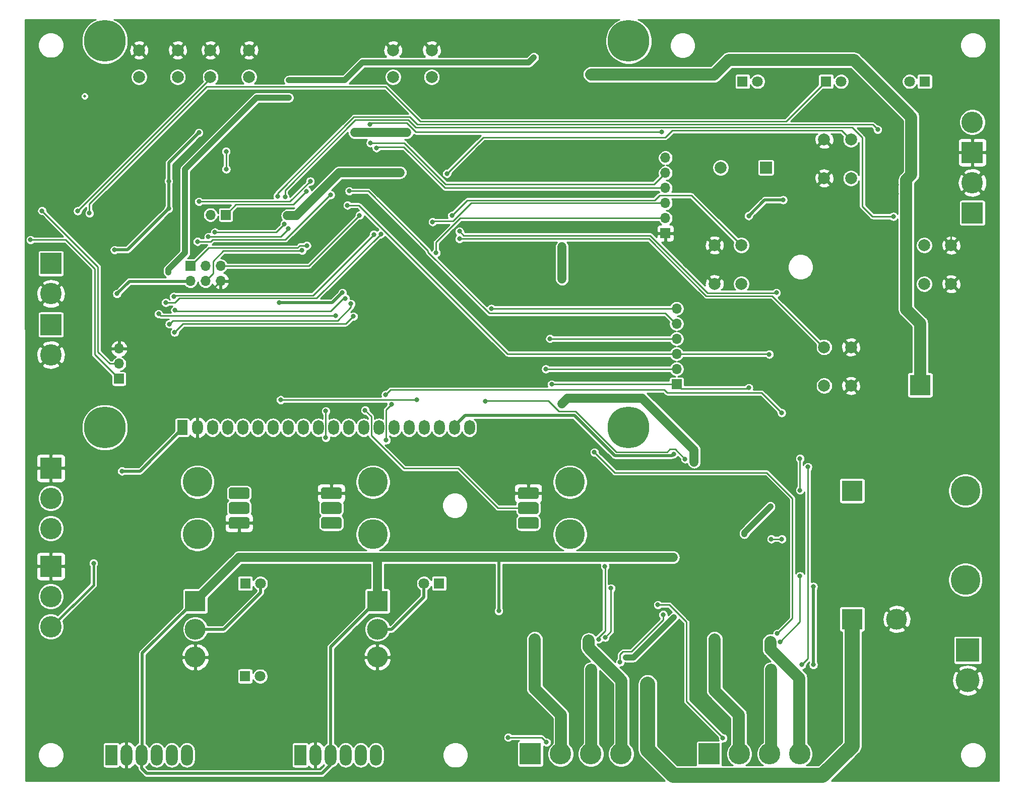
<source format=gtl>
G04 #@! TF.GenerationSoftware,KiCad,Pcbnew,(5.1.5)-3*
G04 #@! TF.CreationDate,2020-04-02T09:01:34+03:00*
G04 #@! TF.ProjectId,VentilaVitesco,56656e74-696c-4615-9669-746573636f2e,rev?*
G04 #@! TF.SameCoordinates,PX354a940PY93c3260*
G04 #@! TF.FileFunction,Copper,L1,Top*
G04 #@! TF.FilePolarity,Positive*
%FSLAX46Y46*%
G04 Gerber Fmt 4.6, Leading zero omitted, Abs format (unit mm)*
G04 Created by KiCad (PCBNEW (5.1.5)-3) date 2020-04-02 09:01:34*
%MOMM*%
%LPD*%
G04 APERTURE LIST*
%ADD10C,0.500000*%
%ADD11O,2.000000X3.500000*%
%ADD12R,2.000000X3.500000*%
%ADD13R,1.800000X2.500000*%
%ADD14O,1.800000X2.500000*%
%ADD15C,7.000000*%
%ADD16C,5.000000*%
%ADD17C,0.150000*%
%ADD18O,1.700000X1.700000*%
%ADD19R,1.700000X1.700000*%
%ADD20R,3.600000X3.600000*%
%ADD21C,3.600000*%
%ADD22R,3.500000X3.500000*%
%ADD23O,3.500000X3.500000*%
%ADD24R,3.400000X9.500000*%
%ADD25C,0.600000*%
%ADD26C,3.500000*%
%ADD27C,4.000000*%
%ADD28R,4.000000X4.000000*%
%ADD29R,2.000000X2.000000*%
%ADD30C,2.000000*%
%ADD31C,1.800000*%
%ADD32R,1.800000X1.800000*%
%ADD33C,0.800000*%
%ADD34C,1.200000*%
%ADD35C,0.500000*%
%ADD36C,1.000000*%
%ADD37C,1.500000*%
%ADD38C,0.250000*%
%ADD39C,5.000000*%
%ADD40C,2.500000*%
%ADD41C,2.000000*%
%ADD42C,0.400000*%
%ADD43C,0.254000*%
G04 APERTURE END LIST*
D10*
X10769600Y115900200D03*
D11*
X59690000Y5080000D03*
X57150000Y5080000D03*
X54610000Y5080000D03*
X52070000Y5080000D03*
X49530000Y5080000D03*
D12*
X46990000Y5080000D03*
D11*
X27940000Y5080000D03*
X25400000Y5080000D03*
X22860000Y5080000D03*
X20320000Y5080000D03*
X17780000Y5080000D03*
D12*
X15240000Y5080000D03*
D13*
X27152600Y60172600D03*
D14*
X29692600Y60172600D03*
X32232600Y60172600D03*
X34772600Y60172600D03*
X37312600Y60172600D03*
X39852600Y60172600D03*
X42392600Y60172600D03*
X44932600Y60172600D03*
X47472600Y60172600D03*
X50012600Y60172600D03*
X52552600Y60172600D03*
X55092600Y60172600D03*
X57632600Y60172600D03*
X60172600Y60172600D03*
X62712600Y60172600D03*
X65252600Y60172600D03*
X67792600Y60172600D03*
X70332600Y60172600D03*
X72872600Y60172600D03*
X75412600Y60172600D03*
D15*
X14147800Y60172600D03*
X102158800Y60172600D03*
X14147800Y125171200D03*
X102158800Y125171200D03*
D16*
X29703000Y51023600D03*
X29703000Y42223600D03*
G04 #@! TA.AperFunction,ComponentPad*
D17*
G36*
X38002009Y50121192D02*
G01*
X38050545Y50113993D01*
X38098142Y50102070D01*
X38144342Y50085540D01*
X38188698Y50064561D01*
X38230785Y50039335D01*
X38270197Y50010105D01*
X38306553Y49977153D01*
X38339505Y49940797D01*
X38368735Y49901385D01*
X38393961Y49859298D01*
X38414940Y49814942D01*
X38431470Y49768742D01*
X38443393Y49721145D01*
X38450592Y49672609D01*
X38453000Y49623600D01*
X38453000Y48623600D01*
X38450592Y48574591D01*
X38443393Y48526055D01*
X38431470Y48478458D01*
X38414940Y48432258D01*
X38393961Y48387902D01*
X38368735Y48345815D01*
X38339505Y48306403D01*
X38306553Y48270047D01*
X38270197Y48237095D01*
X38230785Y48207865D01*
X38188698Y48182639D01*
X38144342Y48161660D01*
X38098142Y48145130D01*
X38050545Y48133207D01*
X38002009Y48126008D01*
X37953000Y48123600D01*
X35453000Y48123600D01*
X35403991Y48126008D01*
X35355455Y48133207D01*
X35307858Y48145130D01*
X35261658Y48161660D01*
X35217302Y48182639D01*
X35175215Y48207865D01*
X35135803Y48237095D01*
X35099447Y48270047D01*
X35066495Y48306403D01*
X35037265Y48345815D01*
X35012039Y48387902D01*
X34991060Y48432258D01*
X34974530Y48478458D01*
X34962607Y48526055D01*
X34955408Y48574591D01*
X34953000Y48623600D01*
X34953000Y49623600D01*
X34955408Y49672609D01*
X34962607Y49721145D01*
X34974530Y49768742D01*
X34991060Y49814942D01*
X35012039Y49859298D01*
X35037265Y49901385D01*
X35066495Y49940797D01*
X35099447Y49977153D01*
X35135803Y50010105D01*
X35175215Y50039335D01*
X35217302Y50064561D01*
X35261658Y50085540D01*
X35307858Y50102070D01*
X35355455Y50113993D01*
X35403991Y50121192D01*
X35453000Y50123600D01*
X37953000Y50123600D01*
X38002009Y50121192D01*
G37*
G04 #@! TD.AperFunction*
G04 #@! TA.AperFunction,ComponentPad*
G36*
X38002009Y47621192D02*
G01*
X38050545Y47613993D01*
X38098142Y47602070D01*
X38144342Y47585540D01*
X38188698Y47564561D01*
X38230785Y47539335D01*
X38270197Y47510105D01*
X38306553Y47477153D01*
X38339505Y47440797D01*
X38368735Y47401385D01*
X38393961Y47359298D01*
X38414940Y47314942D01*
X38431470Y47268742D01*
X38443393Y47221145D01*
X38450592Y47172609D01*
X38453000Y47123600D01*
X38453000Y46123600D01*
X38450592Y46074591D01*
X38443393Y46026055D01*
X38431470Y45978458D01*
X38414940Y45932258D01*
X38393961Y45887902D01*
X38368735Y45845815D01*
X38339505Y45806403D01*
X38306553Y45770047D01*
X38270197Y45737095D01*
X38230785Y45707865D01*
X38188698Y45682639D01*
X38144342Y45661660D01*
X38098142Y45645130D01*
X38050545Y45633207D01*
X38002009Y45626008D01*
X37953000Y45623600D01*
X35453000Y45623600D01*
X35403991Y45626008D01*
X35355455Y45633207D01*
X35307858Y45645130D01*
X35261658Y45661660D01*
X35217302Y45682639D01*
X35175215Y45707865D01*
X35135803Y45737095D01*
X35099447Y45770047D01*
X35066495Y45806403D01*
X35037265Y45845815D01*
X35012039Y45887902D01*
X34991060Y45932258D01*
X34974530Y45978458D01*
X34962607Y46026055D01*
X34955408Y46074591D01*
X34953000Y46123600D01*
X34953000Y47123600D01*
X34955408Y47172609D01*
X34962607Y47221145D01*
X34974530Y47268742D01*
X34991060Y47314942D01*
X35012039Y47359298D01*
X35037265Y47401385D01*
X35066495Y47440797D01*
X35099447Y47477153D01*
X35135803Y47510105D01*
X35175215Y47539335D01*
X35217302Y47564561D01*
X35261658Y47585540D01*
X35307858Y47602070D01*
X35355455Y47613993D01*
X35403991Y47621192D01*
X35453000Y47623600D01*
X37953000Y47623600D01*
X38002009Y47621192D01*
G37*
G04 #@! TD.AperFunction*
G04 #@! TA.AperFunction,ComponentPad*
G36*
X38002009Y45121192D02*
G01*
X38050545Y45113993D01*
X38098142Y45102070D01*
X38144342Y45085540D01*
X38188698Y45064561D01*
X38230785Y45039335D01*
X38270197Y45010105D01*
X38306553Y44977153D01*
X38339505Y44940797D01*
X38368735Y44901385D01*
X38393961Y44859298D01*
X38414940Y44814942D01*
X38431470Y44768742D01*
X38443393Y44721145D01*
X38450592Y44672609D01*
X38453000Y44623600D01*
X38453000Y43623600D01*
X38450592Y43574591D01*
X38443393Y43526055D01*
X38431470Y43478458D01*
X38414940Y43432258D01*
X38393961Y43387902D01*
X38368735Y43345815D01*
X38339505Y43306403D01*
X38306553Y43270047D01*
X38270197Y43237095D01*
X38230785Y43207865D01*
X38188698Y43182639D01*
X38144342Y43161660D01*
X38098142Y43145130D01*
X38050545Y43133207D01*
X38002009Y43126008D01*
X37953000Y43123600D01*
X35453000Y43123600D01*
X35403991Y43126008D01*
X35355455Y43133207D01*
X35307858Y43145130D01*
X35261658Y43161660D01*
X35217302Y43182639D01*
X35175215Y43207865D01*
X35135803Y43237095D01*
X35099447Y43270047D01*
X35066495Y43306403D01*
X35037265Y43345815D01*
X35012039Y43387902D01*
X34991060Y43432258D01*
X34974530Y43478458D01*
X34962607Y43526055D01*
X34955408Y43574591D01*
X34953000Y43623600D01*
X34953000Y44623600D01*
X34955408Y44672609D01*
X34962607Y44721145D01*
X34974530Y44768742D01*
X34991060Y44814942D01*
X35012039Y44859298D01*
X35037265Y44901385D01*
X35066495Y44940797D01*
X35099447Y44977153D01*
X35135803Y45010105D01*
X35175215Y45039335D01*
X35217302Y45064561D01*
X35261658Y45085540D01*
X35307858Y45102070D01*
X35355455Y45113993D01*
X35403991Y45121192D01*
X35453000Y45123600D01*
X37953000Y45123600D01*
X38002009Y45121192D01*
G37*
G04 #@! TD.AperFunction*
D16*
X92293200Y42219800D03*
X92293200Y51019800D03*
G04 #@! TA.AperFunction,ComponentPad*
D17*
G36*
X86592209Y45117392D02*
G01*
X86640745Y45110193D01*
X86688342Y45098270D01*
X86734542Y45081740D01*
X86778898Y45060761D01*
X86820985Y45035535D01*
X86860397Y45006305D01*
X86896753Y44973353D01*
X86929705Y44936997D01*
X86958935Y44897585D01*
X86984161Y44855498D01*
X87005140Y44811142D01*
X87021670Y44764942D01*
X87033593Y44717345D01*
X87040792Y44668809D01*
X87043200Y44619800D01*
X87043200Y43619800D01*
X87040792Y43570791D01*
X87033593Y43522255D01*
X87021670Y43474658D01*
X87005140Y43428458D01*
X86984161Y43384102D01*
X86958935Y43342015D01*
X86929705Y43302603D01*
X86896753Y43266247D01*
X86860397Y43233295D01*
X86820985Y43204065D01*
X86778898Y43178839D01*
X86734542Y43157860D01*
X86688342Y43141330D01*
X86640745Y43129407D01*
X86592209Y43122208D01*
X86543200Y43119800D01*
X84043200Y43119800D01*
X83994191Y43122208D01*
X83945655Y43129407D01*
X83898058Y43141330D01*
X83851858Y43157860D01*
X83807502Y43178839D01*
X83765415Y43204065D01*
X83726003Y43233295D01*
X83689647Y43266247D01*
X83656695Y43302603D01*
X83627465Y43342015D01*
X83602239Y43384102D01*
X83581260Y43428458D01*
X83564730Y43474658D01*
X83552807Y43522255D01*
X83545608Y43570791D01*
X83543200Y43619800D01*
X83543200Y44619800D01*
X83545608Y44668809D01*
X83552807Y44717345D01*
X83564730Y44764942D01*
X83581260Y44811142D01*
X83602239Y44855498D01*
X83627465Y44897585D01*
X83656695Y44936997D01*
X83689647Y44973353D01*
X83726003Y45006305D01*
X83765415Y45035535D01*
X83807502Y45060761D01*
X83851858Y45081740D01*
X83898058Y45098270D01*
X83945655Y45110193D01*
X83994191Y45117392D01*
X84043200Y45119800D01*
X86543200Y45119800D01*
X86592209Y45117392D01*
G37*
G04 #@! TD.AperFunction*
G04 #@! TA.AperFunction,ComponentPad*
G36*
X86592209Y47617392D02*
G01*
X86640745Y47610193D01*
X86688342Y47598270D01*
X86734542Y47581740D01*
X86778898Y47560761D01*
X86820985Y47535535D01*
X86860397Y47506305D01*
X86896753Y47473353D01*
X86929705Y47436997D01*
X86958935Y47397585D01*
X86984161Y47355498D01*
X87005140Y47311142D01*
X87021670Y47264942D01*
X87033593Y47217345D01*
X87040792Y47168809D01*
X87043200Y47119800D01*
X87043200Y46119800D01*
X87040792Y46070791D01*
X87033593Y46022255D01*
X87021670Y45974658D01*
X87005140Y45928458D01*
X86984161Y45884102D01*
X86958935Y45842015D01*
X86929705Y45802603D01*
X86896753Y45766247D01*
X86860397Y45733295D01*
X86820985Y45704065D01*
X86778898Y45678839D01*
X86734542Y45657860D01*
X86688342Y45641330D01*
X86640745Y45629407D01*
X86592209Y45622208D01*
X86543200Y45619800D01*
X84043200Y45619800D01*
X83994191Y45622208D01*
X83945655Y45629407D01*
X83898058Y45641330D01*
X83851858Y45657860D01*
X83807502Y45678839D01*
X83765415Y45704065D01*
X83726003Y45733295D01*
X83689647Y45766247D01*
X83656695Y45802603D01*
X83627465Y45842015D01*
X83602239Y45884102D01*
X83581260Y45928458D01*
X83564730Y45974658D01*
X83552807Y46022255D01*
X83545608Y46070791D01*
X83543200Y46119800D01*
X83543200Y47119800D01*
X83545608Y47168809D01*
X83552807Y47217345D01*
X83564730Y47264942D01*
X83581260Y47311142D01*
X83602239Y47355498D01*
X83627465Y47397585D01*
X83656695Y47436997D01*
X83689647Y47473353D01*
X83726003Y47506305D01*
X83765415Y47535535D01*
X83807502Y47560761D01*
X83851858Y47581740D01*
X83898058Y47598270D01*
X83945655Y47610193D01*
X83994191Y47617392D01*
X84043200Y47619800D01*
X86543200Y47619800D01*
X86592209Y47617392D01*
G37*
G04 #@! TD.AperFunction*
G04 #@! TA.AperFunction,ComponentPad*
G36*
X86592209Y50117392D02*
G01*
X86640745Y50110193D01*
X86688342Y50098270D01*
X86734542Y50081740D01*
X86778898Y50060761D01*
X86820985Y50035535D01*
X86860397Y50006305D01*
X86896753Y49973353D01*
X86929705Y49936997D01*
X86958935Y49897585D01*
X86984161Y49855498D01*
X87005140Y49811142D01*
X87021670Y49764942D01*
X87033593Y49717345D01*
X87040792Y49668809D01*
X87043200Y49619800D01*
X87043200Y48619800D01*
X87040792Y48570791D01*
X87033593Y48522255D01*
X87021670Y48474658D01*
X87005140Y48428458D01*
X86984161Y48384102D01*
X86958935Y48342015D01*
X86929705Y48302603D01*
X86896753Y48266247D01*
X86860397Y48233295D01*
X86820985Y48204065D01*
X86778898Y48178839D01*
X86734542Y48157860D01*
X86688342Y48141330D01*
X86640745Y48129407D01*
X86592209Y48122208D01*
X86543200Y48119800D01*
X84043200Y48119800D01*
X83994191Y48122208D01*
X83945655Y48129407D01*
X83898058Y48141330D01*
X83851858Y48157860D01*
X83807502Y48178839D01*
X83765415Y48204065D01*
X83726003Y48233295D01*
X83689647Y48266247D01*
X83656695Y48302603D01*
X83627465Y48342015D01*
X83602239Y48384102D01*
X83581260Y48428458D01*
X83564730Y48474658D01*
X83552807Y48522255D01*
X83545608Y48570791D01*
X83543200Y48619800D01*
X83543200Y49619800D01*
X83545608Y49668809D01*
X83552807Y49717345D01*
X83564730Y49764942D01*
X83581260Y49811142D01*
X83602239Y49855498D01*
X83627465Y49897585D01*
X83656695Y49936997D01*
X83689647Y49973353D01*
X83726003Y50006305D01*
X83765415Y50035535D01*
X83807502Y50060761D01*
X83851858Y50081740D01*
X83898058Y50098270D01*
X83945655Y50110193D01*
X83994191Y50117392D01*
X84043200Y50119800D01*
X86543200Y50119800D01*
X86592209Y50117392D01*
G37*
G04 #@! TD.AperFunction*
D16*
X59197000Y42219800D03*
X59197000Y51019800D03*
G04 #@! TA.AperFunction,ComponentPad*
D17*
G36*
X53496009Y45117392D02*
G01*
X53544545Y45110193D01*
X53592142Y45098270D01*
X53638342Y45081740D01*
X53682698Y45060761D01*
X53724785Y45035535D01*
X53764197Y45006305D01*
X53800553Y44973353D01*
X53833505Y44936997D01*
X53862735Y44897585D01*
X53887961Y44855498D01*
X53908940Y44811142D01*
X53925470Y44764942D01*
X53937393Y44717345D01*
X53944592Y44668809D01*
X53947000Y44619800D01*
X53947000Y43619800D01*
X53944592Y43570791D01*
X53937393Y43522255D01*
X53925470Y43474658D01*
X53908940Y43428458D01*
X53887961Y43384102D01*
X53862735Y43342015D01*
X53833505Y43302603D01*
X53800553Y43266247D01*
X53764197Y43233295D01*
X53724785Y43204065D01*
X53682698Y43178839D01*
X53638342Y43157860D01*
X53592142Y43141330D01*
X53544545Y43129407D01*
X53496009Y43122208D01*
X53447000Y43119800D01*
X50947000Y43119800D01*
X50897991Y43122208D01*
X50849455Y43129407D01*
X50801858Y43141330D01*
X50755658Y43157860D01*
X50711302Y43178839D01*
X50669215Y43204065D01*
X50629803Y43233295D01*
X50593447Y43266247D01*
X50560495Y43302603D01*
X50531265Y43342015D01*
X50506039Y43384102D01*
X50485060Y43428458D01*
X50468530Y43474658D01*
X50456607Y43522255D01*
X50449408Y43570791D01*
X50447000Y43619800D01*
X50447000Y44619800D01*
X50449408Y44668809D01*
X50456607Y44717345D01*
X50468530Y44764942D01*
X50485060Y44811142D01*
X50506039Y44855498D01*
X50531265Y44897585D01*
X50560495Y44936997D01*
X50593447Y44973353D01*
X50629803Y45006305D01*
X50669215Y45035535D01*
X50711302Y45060761D01*
X50755658Y45081740D01*
X50801858Y45098270D01*
X50849455Y45110193D01*
X50897991Y45117392D01*
X50947000Y45119800D01*
X53447000Y45119800D01*
X53496009Y45117392D01*
G37*
G04 #@! TD.AperFunction*
G04 #@! TA.AperFunction,ComponentPad*
G36*
X53496009Y47617392D02*
G01*
X53544545Y47610193D01*
X53592142Y47598270D01*
X53638342Y47581740D01*
X53682698Y47560761D01*
X53724785Y47535535D01*
X53764197Y47506305D01*
X53800553Y47473353D01*
X53833505Y47436997D01*
X53862735Y47397585D01*
X53887961Y47355498D01*
X53908940Y47311142D01*
X53925470Y47264942D01*
X53937393Y47217345D01*
X53944592Y47168809D01*
X53947000Y47119800D01*
X53947000Y46119800D01*
X53944592Y46070791D01*
X53937393Y46022255D01*
X53925470Y45974658D01*
X53908940Y45928458D01*
X53887961Y45884102D01*
X53862735Y45842015D01*
X53833505Y45802603D01*
X53800553Y45766247D01*
X53764197Y45733295D01*
X53724785Y45704065D01*
X53682698Y45678839D01*
X53638342Y45657860D01*
X53592142Y45641330D01*
X53544545Y45629407D01*
X53496009Y45622208D01*
X53447000Y45619800D01*
X50947000Y45619800D01*
X50897991Y45622208D01*
X50849455Y45629407D01*
X50801858Y45641330D01*
X50755658Y45657860D01*
X50711302Y45678839D01*
X50669215Y45704065D01*
X50629803Y45733295D01*
X50593447Y45766247D01*
X50560495Y45802603D01*
X50531265Y45842015D01*
X50506039Y45884102D01*
X50485060Y45928458D01*
X50468530Y45974658D01*
X50456607Y46022255D01*
X50449408Y46070791D01*
X50447000Y46119800D01*
X50447000Y47119800D01*
X50449408Y47168809D01*
X50456607Y47217345D01*
X50468530Y47264942D01*
X50485060Y47311142D01*
X50506039Y47355498D01*
X50531265Y47397585D01*
X50560495Y47436997D01*
X50593447Y47473353D01*
X50629803Y47506305D01*
X50669215Y47535535D01*
X50711302Y47560761D01*
X50755658Y47581740D01*
X50801858Y47598270D01*
X50849455Y47610193D01*
X50897991Y47617392D01*
X50947000Y47619800D01*
X53447000Y47619800D01*
X53496009Y47617392D01*
G37*
G04 #@! TD.AperFunction*
G04 #@! TA.AperFunction,ComponentPad*
G36*
X53496009Y50117392D02*
G01*
X53544545Y50110193D01*
X53592142Y50098270D01*
X53638342Y50081740D01*
X53682698Y50060761D01*
X53724785Y50035535D01*
X53764197Y50006305D01*
X53800553Y49973353D01*
X53833505Y49936997D01*
X53862735Y49897585D01*
X53887961Y49855498D01*
X53908940Y49811142D01*
X53925470Y49764942D01*
X53937393Y49717345D01*
X53944592Y49668809D01*
X53947000Y49619800D01*
X53947000Y48619800D01*
X53944592Y48570791D01*
X53937393Y48522255D01*
X53925470Y48474658D01*
X53908940Y48428458D01*
X53887961Y48384102D01*
X53862735Y48342015D01*
X53833505Y48302603D01*
X53800553Y48266247D01*
X53764197Y48233295D01*
X53724785Y48204065D01*
X53682698Y48178839D01*
X53638342Y48157860D01*
X53592142Y48141330D01*
X53544545Y48129407D01*
X53496009Y48122208D01*
X53447000Y48119800D01*
X50947000Y48119800D01*
X50897991Y48122208D01*
X50849455Y48129407D01*
X50801858Y48141330D01*
X50755658Y48157860D01*
X50711302Y48178839D01*
X50669215Y48204065D01*
X50629803Y48233295D01*
X50593447Y48266247D01*
X50560495Y48302603D01*
X50531265Y48342015D01*
X50506039Y48384102D01*
X50485060Y48428458D01*
X50468530Y48474658D01*
X50456607Y48522255D01*
X50449408Y48570791D01*
X50447000Y48619800D01*
X50447000Y49619800D01*
X50449408Y49668809D01*
X50456607Y49717345D01*
X50468530Y49764942D01*
X50485060Y49811142D01*
X50506039Y49855498D01*
X50531265Y49897585D01*
X50560495Y49936997D01*
X50593447Y49973353D01*
X50629803Y50006305D01*
X50669215Y50035535D01*
X50711302Y50060761D01*
X50755658Y50081740D01*
X50801858Y50098270D01*
X50849455Y50110193D01*
X50897991Y50117392D01*
X50947000Y50119800D01*
X53447000Y50119800D01*
X53496009Y50117392D01*
G37*
G04 #@! TD.AperFunction*
D18*
X108331000Y105537000D03*
X108331000Y102997000D03*
X108331000Y100457000D03*
X108331000Y97917000D03*
X108331000Y95377000D03*
D19*
X108331000Y92837000D03*
D20*
X5080000Y53340000D03*
D21*
X5080000Y48260000D03*
X5080000Y43180000D03*
D20*
X5080000Y36830000D03*
D21*
X5080000Y31750000D03*
X5080000Y26670000D03*
D20*
X5080000Y87757000D03*
D21*
X5080000Y82677000D03*
D20*
X5080000Y77470000D03*
D21*
X5080000Y72390000D03*
X90728800Y5283200D03*
X95808800Y5283200D03*
D20*
X85648800Y5283200D03*
D21*
X100888800Y5283200D03*
X120751600Y5283200D03*
X125831600Y5283200D03*
D20*
X115671600Y5283200D03*
D21*
X130911600Y5283200D03*
D20*
X159893000Y106426000D03*
D21*
X159893000Y111506000D03*
D20*
X159893000Y96266000D03*
D21*
X159893000Y101346000D03*
D22*
X59944000Y30962600D03*
D23*
X59944000Y26263600D03*
X59944000Y21564600D03*
D22*
X29337000Y30962600D03*
D23*
X29337000Y26263600D03*
X29337000Y21564600D03*
D18*
X110210600Y80162400D03*
X110210600Y77622400D03*
X110210600Y75082400D03*
X110210600Y72542400D03*
X110210600Y70002400D03*
D19*
X110210600Y67462400D03*
D18*
X16535400Y73431400D03*
X16535400Y70891400D03*
D19*
X16535400Y68351400D03*
D24*
X91059000Y21844000D03*
D25*
X89759000Y26294000D03*
X91059000Y26294000D03*
X92359000Y26294000D03*
X89759000Y24514000D03*
X91059000Y24514000D03*
X92359000Y24514000D03*
X89759000Y22734000D03*
X91059000Y22734000D03*
X92359000Y22734000D03*
X89759000Y20954000D03*
X91059000Y20954000D03*
X92359000Y20954000D03*
X89759000Y19174000D03*
X91059000Y19174000D03*
X92359000Y19174000D03*
X92359000Y17394000D03*
X91059000Y17394000D03*
X89759000Y17394000D03*
D24*
X121285000Y21844000D03*
D25*
X119985000Y26294000D03*
X121285000Y26294000D03*
X122585000Y26294000D03*
X119985000Y24514000D03*
X121285000Y24514000D03*
X122585000Y24514000D03*
X119985000Y22734000D03*
X121285000Y22734000D03*
X122585000Y22734000D03*
X119985000Y20954000D03*
X121285000Y20954000D03*
X122585000Y20954000D03*
X119985000Y19174000D03*
X121285000Y19174000D03*
X122585000Y19174000D03*
X122585000Y17394000D03*
X121285000Y17394000D03*
X119985000Y17394000D03*
D22*
X139700000Y49530000D03*
D26*
X147200000Y49530000D03*
D22*
X139700000Y27940000D03*
D26*
X147200000Y27940000D03*
D22*
X151130000Y67310000D03*
D26*
X158630000Y67310000D03*
D27*
X159131000Y17653000D03*
D28*
X159131000Y22733000D03*
D16*
X158750000Y34544000D03*
X158750000Y49530000D03*
D18*
X31902400Y95935800D03*
D19*
X34442400Y95935800D03*
D29*
X125222000Y103886000D03*
D30*
X117622000Y103886000D03*
D31*
X40259000Y18338800D03*
D32*
X37719000Y18338800D03*
X37744400Y33959800D03*
D31*
X40284400Y33959800D03*
X67767200Y33959800D03*
D32*
X70307200Y33959800D03*
X151892000Y118364000D03*
D31*
X149352000Y118364000D03*
X137853500Y118364000D03*
D32*
X135313500Y118364000D03*
X121285000Y118364000D03*
D31*
X123825000Y118364000D03*
D19*
X28524200Y87350600D03*
D18*
X28524200Y84810600D03*
X31064200Y87350600D03*
X31064200Y84810600D03*
X33604200Y87350600D03*
X33604200Y84810600D03*
D30*
X139501000Y102108000D03*
X135001000Y102108000D03*
X139501000Y108608000D03*
X135001000Y108608000D03*
X139501000Y67183000D03*
X135001000Y67183000D03*
X139501000Y73683000D03*
X135001000Y73683000D03*
X121086000Y84328000D03*
X116586000Y84328000D03*
X121086000Y90828000D03*
X116586000Y90828000D03*
X156337000Y84305000D03*
X151837000Y84305000D03*
X156337000Y90805000D03*
X151837000Y90805000D03*
X62560200Y123626000D03*
X62560200Y119126000D03*
X69060200Y123626000D03*
X69060200Y119126000D03*
X26388200Y119126000D03*
X26388200Y123626000D03*
X19888200Y119126000D03*
X19888200Y123626000D03*
X38379400Y119126000D03*
X38379400Y123626000D03*
X31879400Y119126000D03*
X31879400Y123626000D03*
D33*
X101727000Y21513800D03*
X133197600Y20269200D03*
X109728000Y28270200D03*
X133197600Y33426400D03*
X44831000Y95808800D03*
X43434000Y81153000D03*
X54051200Y82829400D03*
X16179800Y82677000D03*
X109702600Y55702200D03*
X109651800Y38354000D03*
X17018000Y52832000D03*
X80327500Y29337000D03*
X63754000Y103060500D03*
X51257200Y62941200D03*
X51257200Y58445400D03*
X113411000Y41910000D03*
X115570000Y41910000D03*
X117348000Y41910000D03*
X111379000Y41910000D03*
X111379000Y39751000D03*
X111379000Y37719000D03*
X113411000Y37719000D03*
X115570000Y37719000D03*
X117348000Y37719000D03*
X117348000Y39751000D03*
X88138000Y117348000D03*
X91313000Y117348000D03*
X91313000Y115570000D03*
X88138000Y115570000D03*
X89662000Y115570000D03*
X89662000Y117348000D03*
X140081000Y88773000D03*
X141605000Y88773000D03*
X141605000Y90043000D03*
X140081000Y90043000D03*
X140081000Y91821000D03*
X141605000Y91821000D03*
X141605000Y93091000D03*
X140081000Y93091000D03*
X138303000Y93091000D03*
X138303000Y91821000D03*
X138303000Y90043000D03*
X138303000Y88773000D03*
X136525000Y88773000D03*
X136525000Y90043000D03*
X136525000Y91821000D03*
X136525000Y93091000D03*
X145923000Y99441000D03*
X147193000Y99441000D03*
X147193000Y100965000D03*
X145923000Y100965000D03*
X142875000Y99441000D03*
X144145000Y99441000D03*
X144145000Y100965000D03*
X142875000Y100965000D03*
X142875000Y102743000D03*
X144145000Y102743000D03*
X145923000Y102743000D03*
X147193000Y102743000D03*
X147193000Y104267000D03*
X145923000Y104267000D03*
X144145000Y104267000D03*
X142875000Y104267000D03*
X102870000Y12319000D03*
X109474000Y17703800D03*
X40005000Y83566000D03*
X67386200Y102946200D03*
X63931800Y105613200D03*
X77597000Y93726000D03*
X73533000Y99060000D03*
X75819000Y90297000D03*
X81915000Y90297000D03*
X115062000Y61849000D03*
X115062000Y70231000D03*
X113411000Y75692000D03*
X98171000Y77851000D03*
X98171000Y73914000D03*
X98171000Y71374000D03*
X98171000Y68961000D03*
X110363000Y53594000D03*
X103505000Y53848000D03*
X30353000Y76200000D03*
X117602000Y31242000D03*
X121285000Y28956000D03*
X121285000Y14732000D03*
X90932000Y15113000D03*
X90932000Y27940000D03*
X127127000Y35687000D03*
X69723000Y76581000D03*
X78359000Y87757000D03*
X74015600Y70180200D03*
X18796000Y41021000D03*
X1905000Y118745000D03*
X1905000Y106045000D03*
X1905000Y100965000D03*
X1905000Y88265000D03*
X1905000Y80645000D03*
X1905000Y67945000D03*
X1905000Y62865000D03*
X1905000Y57785000D03*
X1905000Y22225000D03*
X1905000Y17145000D03*
X1905000Y12065000D03*
X12065000Y1905000D03*
X17145000Y1905000D03*
X34925000Y4445000D03*
X40005000Y4445000D03*
X55245000Y1905000D03*
X60325000Y1905000D03*
X65405000Y1905000D03*
X80645000Y1905000D03*
X73025000Y12065000D03*
X65405000Y9525000D03*
X29845000Y9525000D03*
X45085000Y9525000D03*
X57785000Y9525000D03*
X9525000Y9525000D03*
X9525000Y22225000D03*
X9525000Y57785000D03*
X9525000Y67945000D03*
X9525000Y121285000D03*
X9525000Y127635000D03*
X18415000Y127635000D03*
X23495000Y127635000D03*
X28575000Y127635000D03*
X33655000Y127635000D03*
X38735000Y127635000D03*
X43815000Y127635000D03*
X48895000Y127635000D03*
X53975000Y127635000D03*
X59055000Y127635000D03*
X64135000Y127635000D03*
X69215000Y127635000D03*
X74295000Y127635000D03*
X79375000Y127635000D03*
X84455000Y127635000D03*
X89535000Y127635000D03*
X94615000Y127635000D03*
X98425000Y127635000D03*
X106045000Y127635000D03*
X106045000Y122555000D03*
X116205000Y122555000D03*
X116205000Y127635000D03*
X121285000Y127635000D03*
X126365000Y127635000D03*
X131445000Y127635000D03*
X136525000Y127635000D03*
X141605000Y127635000D03*
X146685000Y127635000D03*
X151765000Y127635000D03*
X154305000Y127635000D03*
X154305000Y123825000D03*
X155575000Y121285000D03*
X163195000Y120015000D03*
X163195000Y92075000D03*
X163195000Y86995000D03*
X163195000Y81915000D03*
X163195000Y75565000D03*
X163195000Y69215000D03*
X163195000Y61595000D03*
X163195000Y53975000D03*
X142875000Y3175000D03*
X153035000Y3175000D03*
X154305000Y9525000D03*
X161925000Y12065000D03*
X55245000Y95885000D03*
X52705000Y93345000D03*
X50165000Y90805000D03*
X51435000Y86995000D03*
X54038500Y90741500D03*
X57785000Y93345000D03*
X68770500Y101155500D03*
X70040500Y96012000D03*
X63436500Y96837500D03*
X64135000Y101155500D03*
X55245000Y84455000D03*
X57785000Y86995000D03*
X60325000Y89535000D03*
X66675000Y85090000D03*
X43815000Y88900000D03*
X43815000Y83820000D03*
X24472900Y82842100D03*
X13970000Y97790000D03*
X13970000Y105410000D03*
X1905000Y114300000D03*
X97790000Y52578000D03*
X57861200Y63068200D03*
X55905400Y78867000D03*
X25857200Y76174600D03*
X71628000Y102870000D03*
X105346500Y14541500D03*
X105346500Y17018000D03*
X105346500Y15875000D03*
X148793200Y89458800D03*
X149656800Y102692200D03*
X95859600Y119557800D03*
X52070000Y99288600D03*
X29718000Y91440000D03*
X73736200Y91897200D03*
X31546800Y92227400D03*
X45008800Y93599000D03*
X32639000Y93014800D03*
X44323000Y94386400D03*
X127863600Y62636400D03*
X61315600Y65684400D03*
X72466200Y95808800D03*
X61417200Y58064400D03*
X62306200Y64033400D03*
X73736200Y93167200D03*
X126974600Y82829400D03*
X125958600Y46863000D03*
X121589800Y42291000D03*
X56946800Y95859600D03*
X90957400Y90525600D03*
X64871600Y109753400D03*
X56159400Y109753400D03*
X90982800Y85140800D03*
X128117600Y98450400D03*
X122326400Y95758000D03*
X90957400Y64160400D03*
X15773400Y90043000D03*
X24866600Y96977200D03*
X24866600Y101600000D03*
X29946600Y109753400D03*
X113157000Y54356000D03*
X11557000Y96215200D03*
X48082200Y90754200D03*
X47294800Y89966800D03*
X59791600Y107188000D03*
X126111000Y41402000D03*
X127889000Y41402000D03*
X78079600Y64592200D03*
X111633000Y54864000D03*
X34518600Y106603800D03*
X34544000Y103606600D03*
X9580000Y96592000D03*
X88239600Y70002400D03*
X98196400Y24866600D03*
X127127000Y25527000D03*
X99187000Y33147000D03*
X96393000Y56007000D03*
X58674000Y111125000D03*
X107696000Y109855000D03*
X44424600Y98958400D03*
X146634200Y95656400D03*
X43154600Y99060000D03*
X143992600Y110286800D03*
X100711000Y20726400D03*
X131241800Y20269200D03*
X132257800Y53543200D03*
X89230200Y67437000D03*
X107950000Y28702000D03*
X122351800Y66827400D03*
X55499000Y80975200D03*
X24993600Y77571600D03*
X24841200Y86258400D03*
X45034200Y115620800D03*
X45034200Y118567200D03*
X86233000Y122402600D03*
X54559200Y81864200D03*
X25933400Y79883000D03*
D34*
X116586000Y24561800D03*
X126111000Y19431000D03*
X125984000Y24130000D03*
D33*
X48056800Y99898200D03*
X29972000Y98171000D03*
X48666400Y101574600D03*
X52908200Y78943200D03*
X23190200Y79273400D03*
X127584200Y24104600D03*
X54914800Y97536000D03*
X130937000Y49631600D03*
X130937000Y35204400D03*
X130937000Y54940200D03*
X125780800Y72466200D03*
X55219600Y99949000D03*
X97104200Y24561800D03*
X98171000Y36830000D03*
X88328500Y7239000D03*
X81915000Y8051800D03*
X79070200Y80162400D03*
X117983000Y7937500D03*
X88925400Y75107800D03*
X107061000Y30353000D03*
D34*
X86385400Y24536400D03*
X95885000Y19431000D03*
X95453200Y24333200D03*
D33*
X43688000Y64820800D03*
X66522600Y64820800D03*
X3581400Y96621600D03*
X1651000Y91719400D03*
X58775600Y108026200D03*
X24384000Y81178400D03*
X60528200Y92710000D03*
X69215000Y94742000D03*
X25730200Y82194400D03*
X59334400Y92633800D03*
X69786500Y89535000D03*
X12255500Y37338000D03*
D35*
X52070000Y3454400D02*
X52070000Y5054600D01*
X24358600Y2006600D02*
X50622200Y2006600D01*
X50622200Y2006600D02*
X52070000Y3454400D01*
D36*
X101727000Y21513800D02*
X102971600Y21513800D01*
X102971600Y21513800D02*
X109728000Y28270200D01*
D35*
X133197600Y20269200D02*
X133197600Y33426400D01*
X52374800Y81153000D02*
X43434000Y81153000D01*
X54051200Y82829400D02*
X52374800Y81153000D01*
X109651800Y38354000D02*
X109626400Y38328600D01*
D37*
X59944000Y38303200D02*
X59944000Y30962600D01*
X59969400Y38328600D02*
X59944000Y38303200D01*
D35*
X29337000Y31064200D02*
X29311600Y31038800D01*
X16179800Y82677000D02*
X16205200Y82677000D01*
X18288000Y84759800D02*
X28498800Y84759800D01*
X16205200Y82677000D02*
X18288000Y84759800D01*
X80327500Y29337000D02*
X80327500Y38239700D01*
X80327500Y38239700D02*
X80416400Y38328600D01*
D37*
X109626400Y38328600D02*
X80416400Y38328600D01*
X80416400Y38328600D02*
X59969400Y38328600D01*
D35*
X27127200Y59893200D02*
X27127200Y60172600D01*
X17018000Y52832000D02*
X20066000Y52832000D01*
X20066000Y52832000D02*
X27127200Y59893200D01*
X59944000Y30962600D02*
X59791600Y30962600D01*
X52070000Y23241000D02*
X52070000Y5105400D01*
X59791600Y30962600D02*
X52070000Y23241000D01*
D37*
X59969400Y38328600D02*
X36677600Y38328600D01*
X29413200Y31064200D02*
X29337000Y31064200D01*
X36677600Y38328600D02*
X29413200Y31064200D01*
X53543200Y103047800D02*
X46304200Y95808800D01*
X63741300Y103047800D02*
X53543200Y103047800D01*
X46304200Y95808800D02*
X44831000Y95808800D01*
X63754000Y103060500D02*
X63741300Y103047800D01*
D35*
X72872600Y60426600D02*
X74676000Y62230000D01*
X109474000Y55473600D02*
X109702600Y55702200D01*
X72872600Y60172600D02*
X72872600Y60426600D01*
X74676000Y62230000D02*
X93040200Y62230000D01*
X99796600Y55473600D02*
X109474000Y55473600D01*
X93040200Y62230000D02*
X99796600Y55473600D01*
X20447000Y22225000D02*
X20447000Y7569200D01*
X29337000Y30962600D02*
X29184600Y30962600D01*
X29184600Y30962600D02*
X20447000Y22225000D01*
X20447000Y7569200D02*
X20447000Y5308600D01*
X20447000Y5308600D02*
X20396200Y5257800D01*
X24358600Y2006600D02*
X21183600Y2006600D01*
X21183600Y2006600D02*
X20370800Y2819400D01*
X20370800Y2819400D02*
X20370800Y5080000D01*
D38*
X51257200Y58445400D02*
X51257200Y62941200D01*
X147200000Y49530000D02*
X147200000Y49537000D01*
D39*
X147200000Y49537000D02*
X158623000Y60960000D01*
X158623000Y60960000D02*
X158623000Y67437000D01*
D38*
X158623000Y67437000D02*
X158623000Y67310000D01*
X102870000Y17424400D02*
X102870000Y12319000D01*
X104190800Y18745200D02*
X102870000Y17424400D01*
X106629200Y18745200D02*
X104190800Y18745200D01*
X109474000Y17703800D02*
X107670600Y17703800D01*
X107670600Y17703800D02*
X106629200Y18745200D01*
X108331000Y92837000D02*
X114554000Y92837000D01*
X114554000Y92837000D02*
X116560600Y90830400D01*
X52197000Y49119800D02*
X48357800Y49119800D01*
X48357800Y49119800D02*
X43434000Y44196000D01*
X43434000Y44196000D02*
X36753800Y44196000D01*
X33604200Y84810600D02*
X38760400Y84810600D01*
X38760400Y84810600D02*
X40005000Y83566000D01*
X16484600Y73533000D02*
X16459200Y73507600D01*
X16459200Y73507600D02*
X16459200Y73533000D01*
X33604200Y84785200D02*
X31953200Y83134200D01*
X33604200Y84810600D02*
X33604200Y84785200D01*
X24765000Y83134200D02*
X24472900Y82842100D01*
X31953200Y83134200D02*
X24765000Y83134200D01*
X16484600Y74853800D02*
X16484600Y73533000D01*
X29641800Y64008000D02*
X29641800Y60198000D01*
X16535400Y73431400D02*
X20218400Y73431400D01*
X20218400Y73431400D02*
X29641800Y64008000D01*
X64719200Y105613200D02*
X63931800Y105613200D01*
X67386200Y102946200D02*
X64719200Y105613200D01*
X159791400Y101396800D02*
X159816800Y101396800D01*
X156337000Y90805000D02*
X156337000Y97942400D01*
X156337000Y97942400D02*
X159791400Y101396800D01*
X132257800Y99390200D02*
X134975600Y102108000D01*
X116586000Y90805000D02*
X118135400Y89255600D01*
X116586000Y90828000D02*
X116586000Y90805000D01*
X118135400Y89255600D02*
X122021600Y89255600D01*
X122021600Y89255600D02*
X132156200Y99390200D01*
X132156200Y99390200D02*
X132257800Y99390200D01*
X24472900Y82842100D02*
X16484600Y74853800D01*
X33985200Y44119800D02*
X36728400Y44119800D01*
X32994600Y45110400D02*
X33985200Y44119800D01*
X32994600Y52019200D02*
X32994600Y45110400D01*
X29692600Y60172600D02*
X29692600Y55321200D01*
X29692600Y55321200D02*
X32994600Y52019200D01*
X80162400Y46659800D02*
X85242400Y46659800D01*
X57861200Y63068200D02*
X58902600Y62026800D01*
X85242400Y46659800D02*
X85293200Y46609000D01*
X58902600Y62026800D02*
X58902600Y58826400D01*
X58902600Y58826400D02*
X64439800Y53289200D01*
X64439800Y53289200D02*
X73533000Y53289200D01*
X73533000Y53289200D02*
X80162400Y46659800D01*
X54660800Y77622400D02*
X55905400Y78867000D01*
X25857200Y76174600D02*
X27305000Y77622400D01*
X27305000Y77622400D02*
X54660800Y77622400D01*
X137947400Y110109000D02*
X139446000Y108610400D01*
X109474000Y110109000D02*
X137947400Y110109000D01*
X71628000Y102870000D02*
X77724000Y108966000D01*
X108331000Y108966000D02*
X109474000Y110109000D01*
X77724000Y108966000D02*
X108331000Y108966000D01*
D36*
X112776000Y1524000D02*
X112903000Y1651000D01*
D40*
X139700000Y6604000D02*
X139700000Y27940000D01*
X112903000Y1651000D02*
X134747000Y1651000D01*
X134747000Y1651000D02*
X139700000Y6604000D01*
X112903000Y1651000D02*
X109664500Y1651000D01*
X109664500Y1651000D02*
X105346500Y5969000D01*
X105346500Y5969000D02*
X105346500Y14541500D01*
X105346500Y15875000D02*
X105346500Y17018000D01*
X105346500Y14541500D02*
X105346500Y15875000D01*
D41*
X148793200Y101828600D02*
X148793200Y89458800D01*
X149656800Y102692200D02*
X148793200Y101828600D01*
X151130000Y67310000D02*
X151130000Y77673200D01*
X148793200Y80010000D02*
X148793200Y89458800D01*
X151130000Y77673200D02*
X148793200Y80010000D01*
X149656800Y108635800D02*
X149656800Y102692200D01*
X149656800Y112344200D02*
X149656800Y108635800D01*
X95910400Y119507000D02*
X116484400Y119507000D01*
X116484400Y119507000D02*
X118948200Y121970800D01*
X140030200Y121970800D02*
X149656800Y112344200D01*
X95859600Y119557800D02*
X95910400Y119507000D01*
X118948200Y121970800D02*
X140030200Y121970800D01*
D38*
X52019200Y99288600D02*
X52070000Y99288600D01*
X44500800Y91770200D02*
X52019200Y99288600D01*
X32283400Y91770200D02*
X44500800Y91770200D01*
X29718000Y91440000D02*
X31953200Y91440000D01*
X31953200Y91440000D02*
X32283400Y91770200D01*
X126263400Y82296000D02*
X134924800Y73634600D01*
X115189000Y82296000D02*
X126263400Y82296000D01*
X73736200Y91897200D02*
X105587800Y91897200D01*
X105587800Y91897200D02*
X115189000Y82296000D01*
X45135800Y93599000D02*
X45008800Y93599000D01*
X45085000Y93649800D02*
X45135800Y93599000D01*
X31546800Y92227400D02*
X43662600Y92227400D01*
X43662600Y92227400D02*
X45085000Y93649800D01*
X44323000Y94386400D02*
X42951400Y93014800D01*
X42951400Y93014800D02*
X32639000Y93014800D01*
X108661200Y65989200D02*
X124510800Y65989200D01*
X108153200Y66497200D02*
X108661200Y65989200D01*
X124510800Y65989200D02*
X127863600Y62636400D01*
X61315600Y65684400D02*
X62128400Y66497200D01*
X62128400Y66497200D02*
X108153200Y66497200D01*
X75057000Y98399600D02*
X106527600Y98399600D01*
X112699800Y99212400D02*
X121081800Y90830400D01*
X106527600Y98399600D02*
X107340400Y99212400D01*
X72466200Y95808800D02*
X75057000Y98399600D01*
X107340400Y99212400D02*
X112699800Y99212400D01*
X61417200Y58064400D02*
X61417200Y63144400D01*
X61417200Y63144400D02*
X62306200Y64033400D01*
X74447400Y92456000D02*
X73736200Y93167200D01*
X105791000Y92456000D02*
X74447400Y92456000D01*
X115443000Y82804000D02*
X105791000Y92456000D01*
X126974600Y82829400D02*
X126949200Y82804000D01*
X126949200Y82804000D02*
X115443000Y82804000D01*
D36*
X125958600Y46863000D02*
X121589800Y42494200D01*
X121589800Y42494200D02*
X121589800Y42265600D01*
D38*
X48437800Y87350600D02*
X33604200Y87350600D01*
X56946800Y95859600D02*
X48437800Y87350600D01*
D35*
X90957400Y90551000D02*
X90957400Y90525600D01*
D37*
X64871600Y109753400D02*
X56159400Y109753400D01*
X90957400Y85166200D02*
X90957400Y90551000D01*
X90982800Y85140800D02*
X90957400Y85166200D01*
D35*
X128117600Y98450400D02*
X125018800Y98450400D01*
X125018800Y98450400D02*
X122326400Y95758000D01*
X24866600Y96977200D02*
X24866600Y101600000D01*
X15773400Y90043000D02*
X17932400Y90043000D01*
X22529800Y94640400D02*
X24866600Y96977200D01*
X17932400Y90043000D02*
X22529800Y94640400D01*
X24866600Y101600000D02*
X24866600Y104673400D01*
X24866600Y104673400D02*
X29946600Y109753400D01*
D37*
X104444800Y65100200D02*
X91897200Y65100200D01*
X91897200Y65100200D02*
X90957400Y64160400D01*
X113157000Y54356000D02*
X113157000Y56388000D01*
X113157000Y56388000D02*
X104444800Y65100200D01*
D35*
X34137600Y26263600D02*
X29387800Y26263600D01*
X40284400Y33959800D02*
X40284400Y32410400D01*
X40284400Y32410400D02*
X34137600Y26263600D01*
X67767200Y33959800D02*
X67767200Y31673800D01*
X62331600Y26238200D02*
X59867800Y26238200D01*
X67767200Y31673800D02*
X62331600Y26238200D01*
D38*
X11557000Y97790000D02*
X11557000Y96215200D01*
X128582500Y111633000D02*
X67183000Y111633000D01*
X67183000Y111633000D02*
X61341000Y117475000D01*
X61341000Y117475000D02*
X31242000Y117475000D01*
X135313500Y118364000D02*
X128582500Y111633000D01*
X31242000Y117475000D02*
X11557000Y97790000D01*
X31623000Y90398600D02*
X46532800Y90398600D01*
X28524200Y87350600D02*
X28575000Y87350600D01*
X46888400Y90754200D02*
X48082200Y90754200D01*
X46532800Y90398600D02*
X46888400Y90754200D01*
X28575000Y87350600D02*
X31623000Y90398600D01*
X32334200Y88138000D02*
X32334200Y86080600D01*
X32334200Y86080600D02*
X31064200Y84810600D01*
X34061400Y89865200D02*
X32334200Y88138000D01*
X47294800Y89966800D02*
X47193200Y89865200D01*
X47193200Y89865200D02*
X34061400Y89865200D01*
X107950000Y100457000D02*
X108381800Y100457000D01*
X64389000Y107340400D02*
X71272400Y100457000D01*
X59944000Y107340400D02*
X64389000Y107340400D01*
X71272400Y100457000D02*
X107950000Y100457000D01*
X59791600Y107188000D02*
X59944000Y107340400D01*
X127889000Y41402000D02*
X126111000Y41402000D01*
X109093000Y56540400D02*
X109956600Y56540400D01*
X78130400Y64643000D02*
X88646000Y64643000D01*
X78079600Y64592200D02*
X78130400Y64643000D01*
X109956600Y56540400D02*
X111633000Y54864000D01*
X108610400Y56057800D02*
X109093000Y56540400D01*
X90424000Y62865000D02*
X93268800Y62865000D01*
X100076000Y56057800D02*
X108610400Y56057800D01*
X88646000Y64643000D02*
X90424000Y62865000D01*
X93268800Y62865000D02*
X100076000Y56057800D01*
X34518600Y103632000D02*
X34518600Y106603800D01*
X34544000Y103606600D02*
X34518600Y103632000D01*
X9580000Y96592000D02*
X9597000Y96592000D01*
X9597000Y96592000D02*
X31851600Y118846600D01*
X110210600Y70002400D02*
X88239600Y70002400D01*
X98196400Y25044400D02*
X98196400Y24866600D01*
X99187000Y25857200D02*
X98196400Y24866600D01*
X99187000Y33147000D02*
X99187000Y25857200D01*
X129667000Y48260000D02*
X129667000Y28067000D01*
X129667000Y28067000D02*
X127127000Y25527000D01*
X125349000Y52578000D02*
X129667000Y48260000D01*
X96393000Y56007000D02*
X99822000Y52578000D01*
X99822000Y52578000D02*
X125349000Y52578000D01*
X64897000Y111379000D02*
X58928000Y111379000D01*
X58928000Y111379000D02*
X58674000Y111125000D01*
X107696000Y109855000D02*
X66421000Y109855000D01*
X66421000Y109855000D02*
X64897000Y111379000D01*
X143103600Y95656400D02*
X146634200Y95656400D01*
X141401800Y97358200D02*
X143103600Y95656400D01*
X139700000Y110617000D02*
X141401800Y108915200D01*
X44424600Y100050600D02*
X56261000Y111887000D01*
X56261000Y111887000D02*
X65151000Y111887000D01*
X141401800Y108915200D02*
X141401800Y97358200D01*
X44424600Y98958400D02*
X44424600Y100050600D01*
X66421000Y110617000D02*
X139700000Y110617000D01*
X65151000Y111887000D02*
X66421000Y110617000D01*
X43180000Y99568000D02*
X43180000Y99085400D01*
X43180000Y99085400D02*
X43154600Y99060000D01*
X143154400Y111125000D02*
X66675000Y111125000D01*
X66675000Y111125000D02*
X65405000Y112395000D01*
X143992600Y110286800D02*
X143154400Y111125000D01*
X65405000Y112395000D02*
X56007000Y112395000D01*
X56007000Y112395000D02*
X43180000Y99568000D01*
X89255600Y67462400D02*
X110210600Y67462400D01*
X89230200Y67437000D02*
X89255600Y67462400D01*
X132257800Y21285200D02*
X132257800Y53543200D01*
X131241800Y20269200D02*
X132257800Y21285200D01*
X102616000Y22479000D02*
X101219000Y22479000D01*
X107950000Y28702000D02*
X107950000Y27813000D01*
X101219000Y22479000D02*
X100711000Y21971000D01*
X100711000Y21971000D02*
X100711000Y20726400D01*
X107950000Y27813000D02*
X102616000Y22479000D01*
X110210600Y67462400D02*
X110210600Y67411600D01*
X110972600Y66700400D02*
X110210600Y67462400D01*
X122351800Y66827400D02*
X122224800Y66700400D01*
X122224800Y66700400D02*
X110972600Y66700400D01*
X53238400Y78130400D02*
X55499000Y80391000D01*
X24993600Y77571600D02*
X25552400Y78130400D01*
X55499000Y80391000D02*
X55499000Y80975200D01*
X25552400Y78130400D02*
X53238400Y78130400D01*
D36*
X45034200Y118567200D02*
X54457600Y118567200D01*
X54457600Y118567200D02*
X57429400Y121539000D01*
X57429400Y121539000D02*
X85369400Y121539000D01*
X85369400Y121539000D02*
X86233000Y122402600D01*
X39674800Y115620800D02*
X45034200Y115620800D01*
X27635200Y103581200D02*
X39674800Y115620800D01*
X27635200Y89522300D02*
X27635200Y103581200D01*
X24841200Y86258400D02*
X24841200Y86728300D01*
X24841200Y86728300D02*
X27635200Y89522300D01*
D38*
X25933400Y79883000D02*
X26060400Y79756000D01*
X52120800Y79756000D02*
X54229000Y81864200D01*
X26060400Y79756000D02*
X52120800Y79756000D01*
X54229000Y81864200D02*
X54559200Y81864200D01*
D41*
X116586000Y24561800D02*
X116597000Y24550800D01*
X116597000Y24550800D02*
X116597000Y15927500D01*
X116597000Y15927500D02*
X120650000Y11874500D01*
X120650000Y11874500D02*
X120650000Y5080000D01*
D38*
X126111000Y5461000D02*
X125730000Y5080000D01*
D41*
X126111000Y19431000D02*
X126111000Y5461000D01*
X125984000Y22860000D02*
X130810000Y18034000D01*
X125984000Y24130000D02*
X125984000Y22860000D01*
X130810000Y18034000D02*
X130810000Y5080000D01*
D38*
X48056800Y99898200D02*
X45821600Y97663000D01*
X36169600Y97663000D02*
X34442400Y95935800D01*
X45821600Y97663000D02*
X36169600Y97663000D01*
X45262800Y98171000D02*
X29972000Y98171000D01*
X48666400Y101574600D02*
X45262800Y98171000D01*
X23520400Y78943200D02*
X52908200Y78943200D01*
X23190200Y79273400D02*
X23520400Y78943200D01*
X81788000Y72542400D02*
X110210600Y72542400D01*
X54914800Y97536000D02*
X56794400Y97536000D01*
X56794400Y97536000D02*
X81788000Y72542400D01*
X130937000Y27457400D02*
X127584200Y24104600D01*
X130937000Y35204400D02*
X130937000Y27457400D01*
X130937000Y54940200D02*
X130937000Y49631600D01*
X110210600Y72542400D02*
X125704600Y72542400D01*
X125704600Y72542400D02*
X125780800Y72466200D01*
X110083600Y77622400D02*
X110185200Y77622400D01*
X108331000Y79375000D02*
X110083600Y77622400D01*
X58394600Y99949000D02*
X68453000Y89890600D01*
X68453000Y89662000D02*
X78740000Y79375000D01*
X55219600Y99949000D02*
X58394600Y99949000D01*
X68453000Y89890600D02*
X68453000Y89662000D01*
X78740000Y79375000D02*
X108331000Y79375000D01*
X98196400Y25933400D02*
X97104200Y24841200D01*
X98171000Y36830000D02*
X98196400Y36804600D01*
X97104200Y24841200D02*
X97104200Y24561800D01*
X98196400Y36804600D02*
X98196400Y25933400D01*
X87515700Y8051800D02*
X88328500Y7239000D01*
X81915000Y8051800D02*
X87515700Y8051800D01*
X110210600Y80162400D02*
X79070200Y80162400D01*
X110261400Y75107800D02*
X110261400Y75082400D01*
X88925400Y75107800D02*
X88950800Y75082400D01*
X110236000Y75082400D02*
X110261400Y75107800D01*
X88950800Y75082400D02*
X110236000Y75082400D01*
X117983000Y8001000D02*
X117983000Y7937500D01*
X111861600Y14122400D02*
X117983000Y8001000D01*
X111861600Y27457400D02*
X111861600Y14122400D01*
X107061000Y30353000D02*
X108966000Y30353000D01*
X108966000Y30353000D02*
X111861600Y27457400D01*
D41*
X90805000Y11811000D02*
X90805000Y4953000D01*
X86360000Y24511000D02*
X86360000Y16256000D01*
X86385400Y24536400D02*
X86360000Y24511000D01*
X86360000Y16256000D02*
X90805000Y11811000D01*
X95885000Y4953000D02*
X95885000Y19431000D01*
X95453200Y24333200D02*
X95453200Y23139400D01*
X95453200Y23139400D02*
X100965000Y17627600D01*
X100965000Y17627600D02*
X100965000Y4953000D01*
D38*
X43713400Y64795400D02*
X43688000Y64820800D01*
X66497200Y64795400D02*
X43713400Y64795400D01*
X66522600Y64820800D02*
X66497200Y64795400D01*
X12979400Y87223600D02*
X3581400Y96621600D01*
X12979400Y72872600D02*
X12979400Y87223600D01*
X16535400Y70891400D02*
X14960600Y70891400D01*
X14960600Y70891400D02*
X12979400Y72872600D01*
X12420600Y86868000D02*
X7569200Y91719400D01*
X12420600Y72415400D02*
X12420600Y86868000D01*
X16535400Y68351400D02*
X16484600Y68351400D01*
X7569200Y91719400D02*
X1651000Y91719400D01*
X16484600Y68351400D02*
X12420600Y72415400D01*
X106451400Y101092000D02*
X108331000Y102971600D01*
X58775600Y108026200D02*
X64465200Y108026200D01*
X71399400Y101092000D02*
X106451400Y101092000D01*
X64465200Y108026200D02*
X71399400Y101092000D01*
X25908000Y81153000D02*
X24409400Y81153000D01*
X26670000Y81915000D02*
X25908000Y81153000D01*
X24409400Y81153000D02*
X24384000Y81178400D01*
X60528200Y92710000D02*
X49733200Y81915000D01*
X49733200Y81915000D02*
X26670000Y81915000D01*
X69215000Y94742000D02*
X69342000Y94869000D01*
X69342000Y94869000D02*
X72618600Y94869000D01*
X72618600Y94869000D02*
X75666600Y97917000D01*
X75666600Y97917000D02*
X108331000Y97917000D01*
X49098200Y82397600D02*
X59334400Y92633800D01*
X25730200Y82194400D02*
X25933400Y82397600D01*
X25933400Y82397600D02*
X49098200Y82397600D01*
X69786500Y89535000D02*
X69786500Y91300300D01*
X69786500Y91300300D02*
X73863200Y95377000D01*
X73863200Y95377000D02*
X104114600Y95377000D01*
X104114600Y95377000D02*
X108280200Y95377000D01*
D42*
X12255500Y37338000D02*
X12255500Y33718500D01*
X12255500Y33718500D02*
X5270500Y26733500D01*
D43*
G36*
X12287668Y128651262D02*
G01*
X11644483Y128221500D01*
X11097500Y127674517D01*
X10667738Y127031332D01*
X10371712Y126316664D01*
X10220800Y125557976D01*
X10220800Y124784424D01*
X10371712Y124025736D01*
X10667738Y123311068D01*
X11097500Y122667883D01*
X11644483Y122120900D01*
X12287668Y121691138D01*
X13002336Y121395112D01*
X13761024Y121244200D01*
X14534576Y121244200D01*
X15293264Y121395112D01*
X16007932Y121691138D01*
X16651117Y122120900D01*
X17020804Y122490587D01*
X18932392Y122490587D01*
X19028156Y122226186D01*
X19317771Y122085296D01*
X19629308Y122003616D01*
X19950795Y121984282D01*
X20269875Y122028039D01*
X20574288Y122133205D01*
X20748244Y122226186D01*
X20844008Y122490587D01*
X25432392Y122490587D01*
X25528156Y122226186D01*
X25817771Y122085296D01*
X26129308Y122003616D01*
X26450795Y121984282D01*
X26769875Y122028039D01*
X27074288Y122133205D01*
X27248244Y122226186D01*
X27344008Y122490587D01*
X30923592Y122490587D01*
X31019356Y122226186D01*
X31308971Y122085296D01*
X31620508Y122003616D01*
X31941995Y121984282D01*
X32261075Y122028039D01*
X32565488Y122133205D01*
X32739444Y122226186D01*
X32835208Y122490587D01*
X37423592Y122490587D01*
X37519356Y122226186D01*
X37808971Y122085296D01*
X38120508Y122003616D01*
X38441995Y121984282D01*
X38761075Y122028039D01*
X39065488Y122133205D01*
X39239444Y122226186D01*
X39335208Y122490587D01*
X38379400Y123446395D01*
X37423592Y122490587D01*
X32835208Y122490587D01*
X31879400Y123446395D01*
X30923592Y122490587D01*
X27344008Y122490587D01*
X26388200Y123446395D01*
X25432392Y122490587D01*
X20844008Y122490587D01*
X19888200Y123446395D01*
X18932392Y122490587D01*
X17020804Y122490587D01*
X17198100Y122667883D01*
X17627862Y123311068D01*
X17732383Y123563405D01*
X18246482Y123563405D01*
X18290239Y123244325D01*
X18395405Y122939912D01*
X18488386Y122765956D01*
X18752787Y122670192D01*
X19708595Y123626000D01*
X20067805Y123626000D01*
X21023613Y122670192D01*
X21288014Y122765956D01*
X21428904Y123055571D01*
X21510584Y123367108D01*
X21522389Y123563405D01*
X24746482Y123563405D01*
X24790239Y123244325D01*
X24895405Y122939912D01*
X24988386Y122765956D01*
X25252787Y122670192D01*
X26208595Y123626000D01*
X26567805Y123626000D01*
X27523613Y122670192D01*
X27788014Y122765956D01*
X27928904Y123055571D01*
X28010584Y123367108D01*
X28022389Y123563405D01*
X30237682Y123563405D01*
X30281439Y123244325D01*
X30386605Y122939912D01*
X30479586Y122765956D01*
X30743987Y122670192D01*
X31699795Y123626000D01*
X32059005Y123626000D01*
X33014813Y122670192D01*
X33279214Y122765956D01*
X33420104Y123055571D01*
X33501784Y123367108D01*
X33513589Y123563405D01*
X36737682Y123563405D01*
X36781439Y123244325D01*
X36886605Y122939912D01*
X36979586Y122765956D01*
X37243987Y122670192D01*
X38199795Y123626000D01*
X38559005Y123626000D01*
X39514813Y122670192D01*
X39779214Y122765956D01*
X39920104Y123055571D01*
X40001784Y123367108D01*
X40021118Y123688595D01*
X39977361Y124007675D01*
X39872195Y124312088D01*
X39779214Y124486044D01*
X39514813Y124581808D01*
X38559005Y123626000D01*
X38199795Y123626000D01*
X37243987Y124581808D01*
X36979586Y124486044D01*
X36838696Y124196429D01*
X36757016Y123884892D01*
X36737682Y123563405D01*
X33513589Y123563405D01*
X33521118Y123688595D01*
X33477361Y124007675D01*
X33372195Y124312088D01*
X33279214Y124486044D01*
X33014813Y124581808D01*
X32059005Y123626000D01*
X31699795Y123626000D01*
X30743987Y124581808D01*
X30479586Y124486044D01*
X30338696Y124196429D01*
X30257016Y123884892D01*
X30237682Y123563405D01*
X28022389Y123563405D01*
X28029918Y123688595D01*
X27986161Y124007675D01*
X27880995Y124312088D01*
X27788014Y124486044D01*
X27523613Y124581808D01*
X26567805Y123626000D01*
X26208595Y123626000D01*
X25252787Y124581808D01*
X24988386Y124486044D01*
X24847496Y124196429D01*
X24765816Y123884892D01*
X24746482Y123563405D01*
X21522389Y123563405D01*
X21529918Y123688595D01*
X21486161Y124007675D01*
X21380995Y124312088D01*
X21288014Y124486044D01*
X21023613Y124581808D01*
X20067805Y123626000D01*
X19708595Y123626000D01*
X18752787Y124581808D01*
X18488386Y124486044D01*
X18347496Y124196429D01*
X18265816Y123884892D01*
X18246482Y123563405D01*
X17732383Y123563405D01*
X17923888Y124025736D01*
X18070222Y124761413D01*
X18932392Y124761413D01*
X19888200Y123805605D01*
X20844008Y124761413D01*
X25432392Y124761413D01*
X26388200Y123805605D01*
X27344008Y124761413D01*
X30923592Y124761413D01*
X31879400Y123805605D01*
X32835208Y124761413D01*
X37423592Y124761413D01*
X38379400Y123805605D01*
X39335208Y124761413D01*
X61604392Y124761413D01*
X62560200Y123805605D01*
X63516008Y124761413D01*
X68104392Y124761413D01*
X69060200Y123805605D01*
X70016008Y124761413D01*
X69920244Y125025814D01*
X69630629Y125166704D01*
X69319092Y125248384D01*
X68997605Y125267718D01*
X68678525Y125223961D01*
X68374112Y125118795D01*
X68200156Y125025814D01*
X68104392Y124761413D01*
X63516008Y124761413D01*
X63420244Y125025814D01*
X63130629Y125166704D01*
X62819092Y125248384D01*
X62497605Y125267718D01*
X62178525Y125223961D01*
X61874112Y125118795D01*
X61700156Y125025814D01*
X61604392Y124761413D01*
X39335208Y124761413D01*
X39239444Y125025814D01*
X38949829Y125166704D01*
X38638292Y125248384D01*
X38316805Y125267718D01*
X37997725Y125223961D01*
X37693312Y125118795D01*
X37519356Y125025814D01*
X37423592Y124761413D01*
X32835208Y124761413D01*
X32739444Y125025814D01*
X32449829Y125166704D01*
X32138292Y125248384D01*
X31816805Y125267718D01*
X31497725Y125223961D01*
X31193312Y125118795D01*
X31019356Y125025814D01*
X30923592Y124761413D01*
X27344008Y124761413D01*
X27248244Y125025814D01*
X26958629Y125166704D01*
X26647092Y125248384D01*
X26325605Y125267718D01*
X26006525Y125223961D01*
X25702112Y125118795D01*
X25528156Y125025814D01*
X25432392Y124761413D01*
X20844008Y124761413D01*
X20748244Y125025814D01*
X20458629Y125166704D01*
X20147092Y125248384D01*
X19825605Y125267718D01*
X19506525Y125223961D01*
X19202112Y125118795D01*
X19028156Y125025814D01*
X18932392Y124761413D01*
X18070222Y124761413D01*
X18074800Y124784424D01*
X18074800Y125557976D01*
X17923888Y126316664D01*
X17627862Y127031332D01*
X17198100Y127674517D01*
X16651117Y128221500D01*
X16007932Y128651262D01*
X15701960Y128778000D01*
X100604640Y128778000D01*
X100298668Y128651262D01*
X99655483Y128221500D01*
X99108500Y127674517D01*
X98678738Y127031332D01*
X98382712Y126316664D01*
X98231800Y125557976D01*
X98231800Y124784424D01*
X98382712Y124025736D01*
X98678738Y123311068D01*
X99108500Y122667883D01*
X99655483Y122120900D01*
X100298668Y121691138D01*
X101013336Y121395112D01*
X101772024Y121244200D01*
X102545576Y121244200D01*
X103304264Y121395112D01*
X104018932Y121691138D01*
X104662117Y122120900D01*
X105209100Y122667883D01*
X105638862Y123311068D01*
X105934888Y124025736D01*
X106058865Y124649016D01*
X109049600Y124649016D01*
X109049600Y124220184D01*
X109133260Y123799592D01*
X109297367Y123403404D01*
X109535613Y123046843D01*
X109838843Y122743613D01*
X110195404Y122505367D01*
X110591592Y122341260D01*
X111012184Y122257600D01*
X111441016Y122257600D01*
X111861608Y122341260D01*
X112257796Y122505367D01*
X112614357Y122743613D01*
X112917587Y123046843D01*
X113155833Y123403404D01*
X113319940Y123799592D01*
X113403600Y124220184D01*
X113403600Y124649016D01*
X113398548Y124674416D01*
X157843000Y124674416D01*
X157843000Y124245584D01*
X157926660Y123824992D01*
X158090767Y123428804D01*
X158329013Y123072243D01*
X158632243Y122769013D01*
X158988804Y122530767D01*
X159384992Y122366660D01*
X159805584Y122283000D01*
X160234416Y122283000D01*
X160655008Y122366660D01*
X161051196Y122530767D01*
X161407757Y122769013D01*
X161710987Y123072243D01*
X161949233Y123428804D01*
X162113340Y123824992D01*
X162197000Y124245584D01*
X162197000Y124674416D01*
X162113340Y125095008D01*
X161949233Y125491196D01*
X161710987Y125847757D01*
X161407757Y126150987D01*
X161051196Y126389233D01*
X160655008Y126553340D01*
X160234416Y126637000D01*
X159805584Y126637000D01*
X159384992Y126553340D01*
X158988804Y126389233D01*
X158632243Y126150987D01*
X158329013Y125847757D01*
X158090767Y125491196D01*
X157926660Y125095008D01*
X157843000Y124674416D01*
X113398548Y124674416D01*
X113319940Y125069608D01*
X113155833Y125465796D01*
X112917587Y125822357D01*
X112614357Y126125587D01*
X112257796Y126363833D01*
X111861608Y126527940D01*
X111441016Y126611600D01*
X111012184Y126611600D01*
X110591592Y126527940D01*
X110195404Y126363833D01*
X109838843Y126125587D01*
X109535613Y125822357D01*
X109297367Y125465796D01*
X109133260Y125069608D01*
X109049600Y124649016D01*
X106058865Y124649016D01*
X106085800Y124784424D01*
X106085800Y125557976D01*
X105934888Y126316664D01*
X105638862Y127031332D01*
X105209100Y127674517D01*
X104662117Y128221500D01*
X104018932Y128651262D01*
X103712960Y128778000D01*
X164338000Y128778000D01*
X164338000Y762000D01*
X136229635Y762000D01*
X140762051Y5294416D01*
X157843000Y5294416D01*
X157843000Y4865584D01*
X157926660Y4444992D01*
X158090767Y4048804D01*
X158329013Y3692243D01*
X158632243Y3389013D01*
X158988804Y3150767D01*
X159384992Y2986660D01*
X159805584Y2903000D01*
X160234416Y2903000D01*
X160655008Y2986660D01*
X161051196Y3150767D01*
X161407757Y3389013D01*
X161710987Y3692243D01*
X161949233Y4048804D01*
X162113340Y4444992D01*
X162197000Y4865584D01*
X162197000Y5294416D01*
X162113340Y5715008D01*
X161949233Y6111196D01*
X161710987Y6467757D01*
X161407757Y6770987D01*
X161051196Y7009233D01*
X160655008Y7173340D01*
X160234416Y7257000D01*
X159805584Y7257000D01*
X159384992Y7173340D01*
X158988804Y7009233D01*
X158632243Y6770987D01*
X158329013Y6467757D01*
X158090767Y6111196D01*
X157926660Y5715008D01*
X157843000Y5294416D01*
X140762051Y5294416D01*
X140827562Y5359926D01*
X140891556Y5412444D01*
X141101121Y5667801D01*
X141256842Y5959135D01*
X141352735Y6275251D01*
X141377000Y6521617D01*
X141377000Y6521620D01*
X141385114Y6604000D01*
X141377000Y6686380D01*
X141377000Y15805501D01*
X157463106Y15805501D01*
X157679228Y15438742D01*
X158139105Y15198062D01*
X158637098Y15051725D01*
X159154071Y15005352D01*
X159670159Y15060727D01*
X160165526Y15215721D01*
X160582772Y15438742D01*
X160798894Y15805501D01*
X159131000Y17473395D01*
X157463106Y15805501D01*
X141377000Y15805501D01*
X141377000Y17629929D01*
X156483352Y17629929D01*
X156538727Y17113841D01*
X156693721Y16618474D01*
X156916742Y16201228D01*
X157283501Y15985106D01*
X158951395Y17653000D01*
X159310605Y17653000D01*
X160978499Y15985106D01*
X161345258Y16201228D01*
X161585938Y16661105D01*
X161732275Y17159098D01*
X161778648Y17676071D01*
X161723273Y18192159D01*
X161568279Y18687526D01*
X161345258Y19104772D01*
X160978499Y19320894D01*
X159310605Y17653000D01*
X158951395Y17653000D01*
X157283501Y19320894D01*
X156916742Y19104772D01*
X156676062Y18644895D01*
X156529725Y18146902D01*
X156483352Y17629929D01*
X141377000Y17629929D01*
X141377000Y19500499D01*
X157463106Y19500499D01*
X159131000Y17832605D01*
X160798894Y19500499D01*
X160582772Y19867258D01*
X160122895Y20107938D01*
X159624902Y20254275D01*
X159107929Y20300648D01*
X158591841Y20245273D01*
X158096474Y20090279D01*
X157679228Y19867258D01*
X157463106Y19500499D01*
X141377000Y19500499D01*
X141377000Y24733000D01*
X156701934Y24733000D01*
X156701934Y20733000D01*
X156710178Y20649293D01*
X156734595Y20568804D01*
X156774245Y20494624D01*
X156827605Y20429605D01*
X156892624Y20376245D01*
X156966804Y20336595D01*
X157047293Y20312178D01*
X157131000Y20303934D01*
X161131000Y20303934D01*
X161214707Y20312178D01*
X161295196Y20336595D01*
X161369376Y20376245D01*
X161434395Y20429605D01*
X161487755Y20494624D01*
X161527405Y20568804D01*
X161551822Y20649293D01*
X161560066Y20733000D01*
X161560066Y24733000D01*
X161551822Y24816707D01*
X161527405Y24897196D01*
X161487755Y24971376D01*
X161434395Y25036395D01*
X161369376Y25089755D01*
X161295196Y25129405D01*
X161214707Y25153822D01*
X161131000Y25162066D01*
X157131000Y25162066D01*
X157047293Y25153822D01*
X156966804Y25129405D01*
X156892624Y25089755D01*
X156827605Y25036395D01*
X156774245Y24971376D01*
X156734595Y24897196D01*
X156710178Y24816707D01*
X156701934Y24733000D01*
X141377000Y24733000D01*
X141377000Y25760934D01*
X141450000Y25760934D01*
X141533707Y25769178D01*
X141614196Y25793595D01*
X141688376Y25833245D01*
X141753395Y25886605D01*
X141806755Y25951624D01*
X141846405Y26025804D01*
X141870822Y26106293D01*
X141879066Y26190000D01*
X141879066Y26270391D01*
X145709997Y26270391D01*
X145896073Y25929234D01*
X146313409Y25713487D01*
X146764815Y25583304D01*
X147232946Y25543687D01*
X147699811Y25596158D01*
X148147468Y25738703D01*
X148503927Y25929234D01*
X148690003Y26270391D01*
X147200000Y27760395D01*
X145709997Y26270391D01*
X141879066Y26270391D01*
X141879066Y27907054D01*
X144803687Y27907054D01*
X144856158Y27440189D01*
X144998703Y26992532D01*
X145189234Y26636073D01*
X145530391Y26449997D01*
X147020395Y27940000D01*
X147379605Y27940000D01*
X148869609Y26449997D01*
X149210766Y26636073D01*
X149426513Y27053409D01*
X149556696Y27504815D01*
X149596313Y27972946D01*
X149543842Y28439811D01*
X149401297Y28887468D01*
X149210766Y29243927D01*
X148869609Y29430003D01*
X147379605Y27940000D01*
X147020395Y27940000D01*
X145530391Y29430003D01*
X145189234Y29243927D01*
X144973487Y28826591D01*
X144843304Y28375185D01*
X144803687Y27907054D01*
X141879066Y27907054D01*
X141879066Y29609609D01*
X145709997Y29609609D01*
X147200000Y28119605D01*
X148690003Y29609609D01*
X148503927Y29950766D01*
X148086591Y30166513D01*
X147635185Y30296696D01*
X147167054Y30336313D01*
X146700189Y30283842D01*
X146252532Y30141297D01*
X145896073Y29950766D01*
X145709997Y29609609D01*
X141879066Y29609609D01*
X141879066Y29690000D01*
X141870822Y29773707D01*
X141846405Y29854196D01*
X141806755Y29928376D01*
X141753395Y29993395D01*
X141688376Y30046755D01*
X141614196Y30086405D01*
X141533707Y30110822D01*
X141450000Y30119066D01*
X137950000Y30119066D01*
X137866293Y30110822D01*
X137785804Y30086405D01*
X137711624Y30046755D01*
X137646605Y29993395D01*
X137593245Y29928376D01*
X137553595Y29854196D01*
X137529178Y29773707D01*
X137520934Y29690000D01*
X137520934Y26190000D01*
X137529178Y26106293D01*
X137553595Y26025804D01*
X137593245Y25951624D01*
X137646605Y25886605D01*
X137711624Y25833245D01*
X137785804Y25793595D01*
X137866293Y25769178D01*
X137950000Y25760934D01*
X138023001Y25760934D01*
X138023000Y7298636D01*
X134052365Y3328000D01*
X131993931Y3328000D01*
X132331230Y3553376D01*
X132641424Y3863570D01*
X132885142Y4228320D01*
X133053018Y4633608D01*
X133138600Y5063860D01*
X133138600Y5502540D01*
X133053018Y5932792D01*
X132885142Y6338080D01*
X132641424Y6702830D01*
X132331230Y7013024D01*
X132237000Y7075986D01*
X132237000Y17963910D01*
X132243903Y18034000D01*
X132237000Y18104090D01*
X132237000Y18104098D01*
X132216352Y18313741D01*
X132211776Y18328828D01*
X132177000Y18443467D01*
X132134755Y18582731D01*
X132070409Y18703114D01*
X132002248Y18830635D01*
X131868608Y18993475D01*
X131868601Y18993482D01*
X131823922Y19047923D01*
X131769483Y19092600D01*
X131403850Y19458232D01*
X131483027Y19473982D01*
X131633531Y19536323D01*
X131768981Y19626828D01*
X131884172Y19742019D01*
X131974677Y19877469D01*
X132037018Y20027973D01*
X132068800Y20187748D01*
X132068800Y20315556D01*
X132520600Y20767355D01*
X132520600Y20744557D01*
X132464723Y20660931D01*
X132402382Y20510427D01*
X132370600Y20350652D01*
X132370600Y20187748D01*
X132402382Y20027973D01*
X132464723Y19877469D01*
X132555228Y19742019D01*
X132670419Y19626828D01*
X132805869Y19536323D01*
X132956373Y19473982D01*
X133116148Y19442200D01*
X133279052Y19442200D01*
X133438827Y19473982D01*
X133589331Y19536323D01*
X133724781Y19626828D01*
X133839972Y19742019D01*
X133930477Y19877469D01*
X133992818Y20027973D01*
X134024600Y20187748D01*
X134024600Y20350652D01*
X133992818Y20510427D01*
X133930477Y20660931D01*
X133874600Y20744557D01*
X133874600Y32951043D01*
X133930477Y33034669D01*
X133992818Y33185173D01*
X134024600Y33344948D01*
X134024600Y33507852D01*
X133992818Y33667627D01*
X133930477Y33818131D01*
X133839972Y33953581D01*
X133724781Y34068772D01*
X133589331Y34159277D01*
X133438827Y34221618D01*
X133279052Y34253400D01*
X133116148Y34253400D01*
X132956373Y34221618D01*
X132809800Y34160905D01*
X132809800Y34832284D01*
X155823000Y34832284D01*
X155823000Y34255716D01*
X155935482Y33690225D01*
X156156126Y33157545D01*
X156476450Y32678146D01*
X156884146Y32270450D01*
X157363545Y31950126D01*
X157896225Y31729482D01*
X158461716Y31617000D01*
X159038284Y31617000D01*
X159603775Y31729482D01*
X160136455Y31950126D01*
X160615854Y32270450D01*
X161023550Y32678146D01*
X161343874Y33157545D01*
X161564518Y33690225D01*
X161677000Y34255716D01*
X161677000Y34832284D01*
X161564518Y35397775D01*
X161343874Y35930455D01*
X161023550Y36409854D01*
X160615854Y36817550D01*
X160136455Y37137874D01*
X159603775Y37358518D01*
X159038284Y37471000D01*
X158461716Y37471000D01*
X157896225Y37358518D01*
X157363545Y37137874D01*
X156884146Y36817550D01*
X156476450Y36409854D01*
X156156126Y35930455D01*
X155935482Y35397775D01*
X155823000Y34832284D01*
X132809800Y34832284D01*
X132809800Y51280000D01*
X137520934Y51280000D01*
X137520934Y47780000D01*
X137529178Y47696293D01*
X137553595Y47615804D01*
X137593245Y47541624D01*
X137646605Y47476605D01*
X137711624Y47423245D01*
X137785804Y47383595D01*
X137866293Y47359178D01*
X137950000Y47350934D01*
X141450000Y47350934D01*
X141533707Y47359178D01*
X141614196Y47383595D01*
X141688376Y47423245D01*
X141753395Y47476605D01*
X141806755Y47541624D01*
X141846405Y47615804D01*
X141870822Y47696293D01*
X141879066Y47780000D01*
X141879066Y47860391D01*
X145709997Y47860391D01*
X145896073Y47519234D01*
X146313409Y47303487D01*
X146764815Y47173304D01*
X147232946Y47133687D01*
X147699811Y47186158D01*
X148147468Y47328703D01*
X148503927Y47519234D01*
X148690003Y47860391D01*
X147200000Y49350395D01*
X145709997Y47860391D01*
X141879066Y47860391D01*
X141879066Y49497054D01*
X144803687Y49497054D01*
X144856158Y49030189D01*
X144998703Y48582532D01*
X145189234Y48226073D01*
X145530391Y48039997D01*
X147020395Y49530000D01*
X147379605Y49530000D01*
X148869609Y48039997D01*
X149210766Y48226073D01*
X149426513Y48643409D01*
X149556696Y49094815D01*
X149596313Y49562946D01*
X149567616Y49818284D01*
X155823000Y49818284D01*
X155823000Y49241716D01*
X155935482Y48676225D01*
X156156126Y48143545D01*
X156476450Y47664146D01*
X156884146Y47256450D01*
X157363545Y46936126D01*
X157896225Y46715482D01*
X158461716Y46603000D01*
X159038284Y46603000D01*
X159603775Y46715482D01*
X160136455Y46936126D01*
X160615854Y47256450D01*
X161023550Y47664146D01*
X161343874Y48143545D01*
X161564518Y48676225D01*
X161677000Y49241716D01*
X161677000Y49818284D01*
X161564518Y50383775D01*
X161343874Y50916455D01*
X161023550Y51395854D01*
X160615854Y51803550D01*
X160136455Y52123874D01*
X159603775Y52344518D01*
X159038284Y52457000D01*
X158461716Y52457000D01*
X157896225Y52344518D01*
X157363545Y52123874D01*
X156884146Y51803550D01*
X156476450Y51395854D01*
X156156126Y50916455D01*
X155935482Y50383775D01*
X155823000Y49818284D01*
X149567616Y49818284D01*
X149543842Y50029811D01*
X149401297Y50477468D01*
X149210766Y50833927D01*
X148869609Y51020003D01*
X147379605Y49530000D01*
X147020395Y49530000D01*
X145530391Y51020003D01*
X145189234Y50833927D01*
X144973487Y50416591D01*
X144843304Y49965185D01*
X144803687Y49497054D01*
X141879066Y49497054D01*
X141879066Y51199609D01*
X145709997Y51199609D01*
X147200000Y49709605D01*
X148690003Y51199609D01*
X148503927Y51540766D01*
X148086591Y51756513D01*
X147635185Y51886696D01*
X147167054Y51926313D01*
X146700189Y51873842D01*
X146252532Y51731297D01*
X145896073Y51540766D01*
X145709997Y51199609D01*
X141879066Y51199609D01*
X141879066Y51280000D01*
X141870822Y51363707D01*
X141846405Y51444196D01*
X141806755Y51518376D01*
X141753395Y51583395D01*
X141688376Y51636755D01*
X141614196Y51676405D01*
X141533707Y51700822D01*
X141450000Y51709066D01*
X137950000Y51709066D01*
X137866293Y51700822D01*
X137785804Y51676405D01*
X137711624Y51636755D01*
X137646605Y51583395D01*
X137593245Y51518376D01*
X137553595Y51444196D01*
X137529178Y51363707D01*
X137520934Y51280000D01*
X132809800Y51280000D01*
X132809800Y52925647D01*
X132900172Y53016019D01*
X132990677Y53151469D01*
X133053018Y53301973D01*
X133084800Y53461748D01*
X133084800Y53624652D01*
X133053018Y53784427D01*
X132990677Y53934931D01*
X132900172Y54070381D01*
X132784981Y54185572D01*
X132649531Y54276077D01*
X132499027Y54338418D01*
X132339252Y54370200D01*
X132176348Y54370200D01*
X132016573Y54338418D01*
X131866069Y54276077D01*
X131730619Y54185572D01*
X131615428Y54070381D01*
X131524923Y53934931D01*
X131489000Y53848205D01*
X131489000Y54322647D01*
X131579372Y54413019D01*
X131669877Y54548469D01*
X131732218Y54698973D01*
X131764000Y54858748D01*
X131764000Y55021652D01*
X131732218Y55181427D01*
X131669877Y55331931D01*
X131579372Y55467381D01*
X131464181Y55582572D01*
X131328731Y55673077D01*
X131178227Y55735418D01*
X131018452Y55767200D01*
X130855548Y55767200D01*
X130695773Y55735418D01*
X130545269Y55673077D01*
X130409819Y55582572D01*
X130294628Y55467381D01*
X130204123Y55331931D01*
X130141782Y55181427D01*
X130110000Y55021652D01*
X130110000Y54858748D01*
X130141782Y54698973D01*
X130204123Y54548469D01*
X130294628Y54413019D01*
X130385000Y54322647D01*
X130385001Y50249154D01*
X130294628Y50158781D01*
X130204123Y50023331D01*
X130141782Y49872827D01*
X130110000Y49713052D01*
X130110000Y49550148D01*
X130141782Y49390373D01*
X130204123Y49239869D01*
X130294628Y49104419D01*
X130409819Y48989228D01*
X130545269Y48898723D01*
X130695773Y48836382D01*
X130855548Y48804600D01*
X131018452Y48804600D01*
X131178227Y48836382D01*
X131328731Y48898723D01*
X131464181Y48989228D01*
X131579372Y49104419D01*
X131669877Y49239869D01*
X131705801Y49326597D01*
X131705800Y35509404D01*
X131669877Y35596131D01*
X131579372Y35731581D01*
X131464181Y35846772D01*
X131328731Y35937277D01*
X131178227Y35999618D01*
X131018452Y36031400D01*
X130855548Y36031400D01*
X130695773Y35999618D01*
X130545269Y35937277D01*
X130409819Y35846772D01*
X130294628Y35731581D01*
X130219000Y35618396D01*
X130219000Y48232895D01*
X130221670Y48260001D01*
X130219000Y48287109D01*
X130211012Y48368211D01*
X130179448Y48472263D01*
X130128191Y48568158D01*
X130059211Y48652211D01*
X130038154Y48669492D01*
X125758501Y52949143D01*
X125741211Y52970211D01*
X125657158Y53039191D01*
X125561263Y53090448D01*
X125457211Y53122012D01*
X125376109Y53130000D01*
X125376106Y53130000D01*
X125349000Y53132670D01*
X125321894Y53130000D01*
X100050646Y53130000D01*
X97220000Y55960644D01*
X97220000Y56088452D01*
X97188218Y56248227D01*
X97125877Y56398731D01*
X97035372Y56534181D01*
X96920181Y56649372D01*
X96784731Y56739877D01*
X96634227Y56802218D01*
X96474452Y56834000D01*
X96311548Y56834000D01*
X96151773Y56802218D01*
X96001269Y56739877D01*
X95865819Y56649372D01*
X95750628Y56534181D01*
X95660123Y56398731D01*
X95597782Y56248227D01*
X95566000Y56088452D01*
X95566000Y55925548D01*
X95597782Y55765773D01*
X95660123Y55615269D01*
X95750628Y55479819D01*
X95865819Y55364628D01*
X96001269Y55274123D01*
X96151773Y55211782D01*
X96311548Y55180000D01*
X96439356Y55180000D01*
X99412507Y52206847D01*
X99429789Y52185789D01*
X99450845Y52168509D01*
X99513841Y52116809D01*
X99546930Y52099123D01*
X99609737Y52065552D01*
X99713789Y52033988D01*
X99794891Y52026000D01*
X99794901Y52026000D01*
X99821999Y52023331D01*
X99849097Y52026000D01*
X125120356Y52026000D01*
X129115000Y48031354D01*
X129115001Y28295647D01*
X127173356Y26354000D01*
X127045548Y26354000D01*
X126885773Y26322218D01*
X126735269Y26259877D01*
X126599819Y26169372D01*
X126484628Y26054181D01*
X126394123Y25918731D01*
X126331782Y25768227D01*
X126300000Y25608452D01*
X126300000Y25525353D01*
X126263740Y25536352D01*
X125984000Y25563904D01*
X125704259Y25536352D01*
X125435269Y25454755D01*
X125187366Y25322248D01*
X124970077Y25143922D01*
X124791752Y24926633D01*
X124659245Y24678730D01*
X124577648Y24409740D01*
X124557000Y24200097D01*
X124557000Y22930088D01*
X124550097Y22860000D01*
X124557000Y22789912D01*
X124557000Y22789902D01*
X124577648Y22580259D01*
X124659245Y22311269D01*
X124734306Y22170841D01*
X124791753Y22063366D01*
X124925392Y21900526D01*
X124925396Y21900522D01*
X124970078Y21846077D01*
X125024523Y21801395D01*
X125974462Y20851456D01*
X125831259Y20837352D01*
X125562269Y20755755D01*
X125314366Y20623248D01*
X125097077Y20444922D01*
X124918752Y20227633D01*
X124786245Y19979730D01*
X124704648Y19710740D01*
X124684000Y19501097D01*
X124684001Y7194789D01*
X124411970Y7013024D01*
X124101776Y6702830D01*
X123858058Y6338080D01*
X123690182Y5932792D01*
X123604600Y5502540D01*
X123604600Y5063860D01*
X123690182Y4633608D01*
X123858058Y4228320D01*
X124101776Y3863570D01*
X124411970Y3553376D01*
X124749269Y3328000D01*
X121833931Y3328000D01*
X122171230Y3553376D01*
X122481424Y3863570D01*
X122725142Y4228320D01*
X122893018Y4633608D01*
X122978600Y5063860D01*
X122978600Y5502540D01*
X122893018Y5932792D01*
X122725142Y6338080D01*
X122481424Y6702830D01*
X122171230Y7013024D01*
X122077000Y7075986D01*
X122077000Y11804410D01*
X122083903Y11874500D01*
X122077000Y11944590D01*
X122077000Y11944598D01*
X122056352Y12154241D01*
X121974755Y12423231D01*
X121842248Y12671134D01*
X121708608Y12833975D01*
X121708601Y12833982D01*
X121663922Y12888423D01*
X121609483Y12933100D01*
X118024000Y16518582D01*
X118024000Y24480713D01*
X118030903Y24550801D01*
X118024000Y24620888D01*
X118024000Y24620898D01*
X118003352Y24830541D01*
X117921755Y25099531D01*
X117789248Y25347434D01*
X117610922Y25564723D01*
X117556477Y25609405D01*
X117545474Y25620408D01*
X117382634Y25754047D01*
X117134731Y25886554D01*
X116865741Y25968151D01*
X116586000Y25995703D01*
X116306259Y25968151D01*
X116037269Y25886554D01*
X115789366Y25754047D01*
X115572077Y25575723D01*
X115393753Y25358434D01*
X115261246Y25110531D01*
X115179649Y24841541D01*
X115152097Y24561800D01*
X115170000Y24380027D01*
X115170001Y15997598D01*
X115163097Y15927500D01*
X115190649Y15647759D01*
X115272246Y15378769D01*
X115404753Y15130866D01*
X115538392Y14968026D01*
X115538396Y14968022D01*
X115583078Y14913577D01*
X115637523Y14868895D01*
X119223000Y11283417D01*
X119223001Y6904055D01*
X119021776Y6702830D01*
X118778058Y6338080D01*
X118610182Y5932792D01*
X118524600Y5502540D01*
X118524600Y5063860D01*
X118610182Y4633608D01*
X118778058Y4228320D01*
X119021776Y3863570D01*
X119331970Y3553376D01*
X119669269Y3328000D01*
X117870734Y3328000D01*
X117892422Y3399493D01*
X117900666Y3483200D01*
X117900666Y7083200D01*
X117897906Y7111224D01*
X117901548Y7110500D01*
X118064452Y7110500D01*
X118224227Y7142282D01*
X118374731Y7204623D01*
X118510181Y7295128D01*
X118625372Y7410319D01*
X118715877Y7545769D01*
X118778218Y7696273D01*
X118810000Y7856048D01*
X118810000Y8018952D01*
X118778218Y8178727D01*
X118715877Y8329231D01*
X118625372Y8464681D01*
X118510181Y8579872D01*
X118374731Y8670377D01*
X118224227Y8732718D01*
X118064452Y8764500D01*
X118000145Y8764500D01*
X112413600Y14351044D01*
X112413600Y26594000D01*
X118946928Y26594000D01*
X118950000Y22129750D01*
X119108750Y21971000D01*
X119537052Y21971000D01*
X119540575Y21906237D01*
X119690370Y21843863D01*
X119543649Y21783408D01*
X119540575Y21781763D01*
X119537052Y21717000D01*
X119108750Y21717000D01*
X118950000Y21558250D01*
X118946928Y17094000D01*
X118959188Y16969518D01*
X118995498Y16849820D01*
X119054463Y16739506D01*
X119133815Y16642815D01*
X119230506Y16563463D01*
X119340820Y16504498D01*
X119460518Y16468188D01*
X119585000Y16455928D01*
X120999250Y16459000D01*
X121031493Y16491243D01*
X121157998Y16465836D01*
X121157998Y16459000D01*
X121283534Y16459000D01*
X121375355Y16458829D01*
X121376223Y16459000D01*
X121412002Y16459000D01*
X121412002Y16466048D01*
X121538737Y16491013D01*
X121570750Y16459000D01*
X122985000Y16455928D01*
X123109482Y16468188D01*
X123229180Y16504498D01*
X123339494Y16563463D01*
X123436185Y16642815D01*
X123515537Y16739506D01*
X123574502Y16849820D01*
X123610812Y16969518D01*
X123623072Y17094000D01*
X123620000Y21558250D01*
X123461250Y21717000D01*
X123032948Y21717000D01*
X123029425Y21781763D01*
X122879630Y21844137D01*
X123026351Y21904592D01*
X123029425Y21906237D01*
X123032948Y21971000D01*
X123461250Y21971000D01*
X123620000Y22129750D01*
X123623072Y26594000D01*
X123610812Y26718482D01*
X123574502Y26838180D01*
X123515537Y26948494D01*
X123436185Y27045185D01*
X123339494Y27124537D01*
X123229180Y27183502D01*
X123109482Y27219812D01*
X122985000Y27232072D01*
X121570750Y27229000D01*
X121538507Y27196757D01*
X121412002Y27222164D01*
X121412002Y27229000D01*
X121286466Y27229000D01*
X121194645Y27229171D01*
X121193777Y27229000D01*
X121157998Y27229000D01*
X121157998Y27221952D01*
X121031263Y27196987D01*
X120999250Y27229000D01*
X119585000Y27232072D01*
X119460518Y27219812D01*
X119340820Y27183502D01*
X119230506Y27124537D01*
X119133815Y27045185D01*
X119054463Y26948494D01*
X118995498Y26838180D01*
X118959188Y26718482D01*
X118946928Y26594000D01*
X112413600Y26594000D01*
X112413600Y27430292D01*
X112416270Y27457400D01*
X112405612Y27565611D01*
X112374048Y27669663D01*
X112322791Y27765558D01*
X112271092Y27828554D01*
X112271091Y27828555D01*
X112253811Y27849611D01*
X112232754Y27866892D01*
X109375501Y30724144D01*
X109358211Y30745211D01*
X109274158Y30814191D01*
X109178263Y30865448D01*
X109074211Y30897012D01*
X108993109Y30905000D01*
X108993106Y30905000D01*
X108966000Y30907670D01*
X108938894Y30905000D01*
X107678553Y30905000D01*
X107588181Y30995372D01*
X107452731Y31085877D01*
X107302227Y31148218D01*
X107142452Y31180000D01*
X106979548Y31180000D01*
X106819773Y31148218D01*
X106669269Y31085877D01*
X106533819Y30995372D01*
X106418628Y30880181D01*
X106328123Y30744731D01*
X106265782Y30594227D01*
X106234000Y30434452D01*
X106234000Y30271548D01*
X106265782Y30111773D01*
X106328123Y29961269D01*
X106418628Y29825819D01*
X106533819Y29710628D01*
X106669269Y29620123D01*
X106819773Y29557782D01*
X106979548Y29526000D01*
X107142452Y29526000D01*
X107302227Y29557782D01*
X107452731Y29620123D01*
X107588181Y29710628D01*
X107678553Y29801000D01*
X108737356Y29801000D01*
X109399188Y29139168D01*
X109371536Y29130780D01*
X109210495Y29044702D01*
X109104712Y28957888D01*
X108777000Y28630176D01*
X108777000Y28783452D01*
X108745218Y28943227D01*
X108682877Y29093731D01*
X108592372Y29229181D01*
X108477181Y29344372D01*
X108341731Y29434877D01*
X108191227Y29497218D01*
X108031452Y29529000D01*
X107868548Y29529000D01*
X107708773Y29497218D01*
X107558269Y29434877D01*
X107422819Y29344372D01*
X107307628Y29229181D01*
X107217123Y29093731D01*
X107154782Y28943227D01*
X107123000Y28783452D01*
X107123000Y28620548D01*
X107154782Y28460773D01*
X107217123Y28310269D01*
X107307628Y28174819D01*
X107398000Y28084447D01*
X107398000Y28041646D01*
X102387356Y23031000D01*
X101246097Y23031000D01*
X101218999Y23033669D01*
X101191901Y23031000D01*
X101191891Y23031000D01*
X101110789Y23023012D01*
X101006737Y22991448D01*
X100910842Y22940191D01*
X100826789Y22871211D01*
X100809508Y22850154D01*
X100339856Y22380500D01*
X100318789Y22363211D01*
X100249809Y22279158D01*
X100198552Y22183262D01*
X100166988Y22079210D01*
X100159000Y21998109D01*
X100156330Y21971000D01*
X100159000Y21943894D01*
X100159001Y21343954D01*
X100068628Y21253581D01*
X99978123Y21118131D01*
X99915782Y20967627D01*
X99884000Y20807852D01*
X99884000Y20726682D01*
X96880200Y23730482D01*
X96880200Y23763155D01*
X97022748Y23734800D01*
X97185652Y23734800D01*
X97345427Y23766582D01*
X97495931Y23828923D01*
X97631381Y23919428D01*
X97746572Y24034619D01*
X97811031Y24131088D01*
X97955173Y24071382D01*
X98114948Y24039600D01*
X98277852Y24039600D01*
X98437627Y24071382D01*
X98588131Y24133723D01*
X98723581Y24224228D01*
X98838772Y24339419D01*
X98929277Y24474869D01*
X98991618Y24625373D01*
X99023400Y24785148D01*
X99023400Y24912956D01*
X99558149Y25447704D01*
X99579211Y25464989D01*
X99648191Y25549042D01*
X99699448Y25644937D01*
X99731012Y25748989D01*
X99739000Y25830091D01*
X99739000Y25830094D01*
X99741670Y25857200D01*
X99739000Y25884306D01*
X99739000Y32529447D01*
X99829372Y32619819D01*
X99919877Y32755269D01*
X99982218Y32905773D01*
X100014000Y33065548D01*
X100014000Y33228452D01*
X99982218Y33388227D01*
X99919877Y33538731D01*
X99829372Y33674181D01*
X99714181Y33789372D01*
X99578731Y33879877D01*
X99428227Y33942218D01*
X99268452Y33974000D01*
X99105548Y33974000D01*
X98945773Y33942218D01*
X98795269Y33879877D01*
X98748400Y33848560D01*
X98748400Y36237847D01*
X98813372Y36302819D01*
X98903877Y36438269D01*
X98966218Y36588773D01*
X98998000Y36748548D01*
X98998000Y36911452D01*
X98966218Y37071227D01*
X98932926Y37151600D01*
X109684212Y37151600D01*
X109857132Y37168631D01*
X110078997Y37235933D01*
X110283470Y37345226D01*
X110462691Y37492309D01*
X110609774Y37671530D01*
X110719067Y37876003D01*
X110786369Y38097868D01*
X110809094Y38328600D01*
X110786369Y38559332D01*
X110719067Y38781197D01*
X110609774Y38985670D01*
X110462691Y39164891D01*
X110283470Y39311974D01*
X110078997Y39421267D01*
X109857132Y39488569D01*
X109684212Y39505600D01*
X93389163Y39505600D01*
X93679655Y39625926D01*
X94159054Y39946250D01*
X94566750Y40353946D01*
X94887074Y40833345D01*
X95107718Y41366025D01*
X95220200Y41931516D01*
X95220200Y42494200D01*
X120658316Y42494200D01*
X120662800Y42448673D01*
X120662800Y42220062D01*
X120676213Y42083876D01*
X120729220Y41909136D01*
X120815299Y41748095D01*
X120931141Y41606941D01*
X121072296Y41491099D01*
X121233337Y41405020D01*
X121408077Y41352013D01*
X121589800Y41334115D01*
X121771524Y41352013D01*
X121946264Y41405020D01*
X122092998Y41483452D01*
X125284000Y41483452D01*
X125284000Y41320548D01*
X125315782Y41160773D01*
X125378123Y41010269D01*
X125468628Y40874819D01*
X125583819Y40759628D01*
X125719269Y40669123D01*
X125869773Y40606782D01*
X126029548Y40575000D01*
X126192452Y40575000D01*
X126352227Y40606782D01*
X126502731Y40669123D01*
X126638181Y40759628D01*
X126728553Y40850000D01*
X127271447Y40850000D01*
X127361819Y40759628D01*
X127497269Y40669123D01*
X127647773Y40606782D01*
X127807548Y40575000D01*
X127970452Y40575000D01*
X128130227Y40606782D01*
X128280731Y40669123D01*
X128416181Y40759628D01*
X128531372Y40874819D01*
X128621877Y41010269D01*
X128684218Y41160773D01*
X128716000Y41320548D01*
X128716000Y41483452D01*
X128684218Y41643227D01*
X128621877Y41793731D01*
X128531372Y41929181D01*
X128416181Y42044372D01*
X128280731Y42134877D01*
X128130227Y42197218D01*
X127970452Y42229000D01*
X127807548Y42229000D01*
X127647773Y42197218D01*
X127497269Y42134877D01*
X127361819Y42044372D01*
X127271447Y41954000D01*
X126728553Y41954000D01*
X126638181Y42044372D01*
X126502731Y42134877D01*
X126352227Y42197218D01*
X126192452Y42229000D01*
X126029548Y42229000D01*
X125869773Y42197218D01*
X125719269Y42134877D01*
X125583819Y42044372D01*
X125468628Y41929181D01*
X125378123Y41793731D01*
X125315782Y41643227D01*
X125284000Y41483452D01*
X122092998Y41483452D01*
X122107305Y41491099D01*
X122248459Y41606941D01*
X122364301Y41748095D01*
X122450380Y41909136D01*
X122503387Y42083877D01*
X122504800Y42098225D01*
X126646288Y46239712D01*
X126733101Y46345494D01*
X126819179Y46506536D01*
X126872186Y46681276D01*
X126890084Y46862999D01*
X126872186Y47044723D01*
X126819179Y47219463D01*
X126733101Y47380505D01*
X126617259Y47521659D01*
X126476105Y47637501D01*
X126315063Y47723579D01*
X126140323Y47776586D01*
X125958599Y47794484D01*
X125776876Y47776586D01*
X125602136Y47723579D01*
X125441094Y47637501D01*
X125335312Y47550688D01*
X120966513Y43181888D01*
X120931141Y43152859D01*
X120902113Y43117488D01*
X120902112Y43117487D01*
X120815299Y43011705D01*
X120789186Y42962851D01*
X120729220Y42850663D01*
X120676213Y42675923D01*
X120662800Y42539737D01*
X120662800Y42539727D01*
X120658316Y42494200D01*
X95220200Y42494200D01*
X95220200Y42508084D01*
X95107718Y43073575D01*
X94887074Y43606255D01*
X94566750Y44085654D01*
X94159054Y44493350D01*
X93679655Y44813674D01*
X93146975Y45034318D01*
X92581484Y45146800D01*
X92004916Y45146800D01*
X91439425Y45034318D01*
X90906745Y44813674D01*
X90427346Y44493350D01*
X90019650Y44085654D01*
X89699326Y43606255D01*
X89478682Y43073575D01*
X89366200Y42508084D01*
X89366200Y41931516D01*
X89478682Y41366025D01*
X89699326Y40833345D01*
X90019650Y40353946D01*
X90427346Y39946250D01*
X90906745Y39625926D01*
X91197237Y39505600D01*
X60292963Y39505600D01*
X60583455Y39625926D01*
X61062854Y39946250D01*
X61470550Y40353946D01*
X61790874Y40833345D01*
X62011518Y41366025D01*
X62124000Y41931516D01*
X62124000Y42508084D01*
X62011518Y43073575D01*
X61790874Y43606255D01*
X61470550Y44085654D01*
X61062854Y44493350D01*
X60583455Y44813674D01*
X60050775Y45034318D01*
X59485284Y45146800D01*
X58908716Y45146800D01*
X58343225Y45034318D01*
X57810545Y44813674D01*
X57331146Y44493350D01*
X56923450Y44085654D01*
X56603126Y43606255D01*
X56382482Y43073575D01*
X56270000Y42508084D01*
X56270000Y41931516D01*
X56382482Y41366025D01*
X56603126Y40833345D01*
X56923450Y40353946D01*
X57331146Y39946250D01*
X57810545Y39625926D01*
X58101037Y39505600D01*
X36735411Y39505600D01*
X36677599Y39511294D01*
X36446868Y39488569D01*
X36225003Y39421267D01*
X36020530Y39311974D01*
X35841309Y39164891D01*
X35804454Y39119983D01*
X29826138Y33141666D01*
X27587000Y33141666D01*
X27503293Y33133422D01*
X27422804Y33109005D01*
X27348624Y33069355D01*
X27283605Y33015995D01*
X27230245Y32950976D01*
X27190595Y32876796D01*
X27166178Y32796307D01*
X27157934Y32712600D01*
X27157934Y29893356D01*
X19991800Y22727222D01*
X19965973Y22706026D01*
X19944778Y22680200D01*
X19944776Y22680198D01*
X19914778Y22643645D01*
X19881372Y22602940D01*
X19818508Y22485329D01*
X19779796Y22357714D01*
X19770000Y22258251D01*
X19770000Y22258245D01*
X19766726Y22225000D01*
X19770000Y22191755D01*
X19770001Y7602461D01*
X19770000Y7602451D01*
X19770000Y7154077D01*
X19523366Y7022248D01*
X19306077Y6843922D01*
X19172710Y6681414D01*
X19068895Y6843954D01*
X18846317Y7075922D01*
X18582761Y7260010D01*
X18288355Y7389144D01*
X18160434Y7420124D01*
X17907000Y7300777D01*
X17907000Y5207000D01*
X17927000Y5207000D01*
X17927000Y4953000D01*
X17907000Y4953000D01*
X17907000Y2859223D01*
X18160434Y2739876D01*
X18288355Y2770856D01*
X18582761Y2899990D01*
X18846317Y3084078D01*
X19068895Y3316046D01*
X19172710Y3478586D01*
X19306078Y3316077D01*
X19523367Y3137752D01*
X19693800Y3046654D01*
X19693800Y2852645D01*
X19690526Y2819400D01*
X19693800Y2786155D01*
X19693800Y2786149D01*
X19703596Y2686686D01*
X19742308Y2559071D01*
X19805172Y2441460D01*
X19889773Y2338374D01*
X19915600Y2317178D01*
X20681378Y1551399D01*
X20702573Y1525573D01*
X20728399Y1504378D01*
X20728401Y1504376D01*
X20805659Y1440972D01*
X20923270Y1378108D01*
X21050885Y1339396D01*
X21183600Y1326325D01*
X21216852Y1329600D01*
X50588955Y1329600D01*
X50622200Y1326326D01*
X50655445Y1329600D01*
X50655452Y1329600D01*
X50754915Y1339396D01*
X50882530Y1378108D01*
X51000141Y1440972D01*
X51103227Y1525573D01*
X51124426Y1551404D01*
X52525200Y2952178D01*
X52551026Y2973373D01*
X52563411Y2988464D01*
X52618731Y3005245D01*
X52866634Y3137752D01*
X53083923Y3316077D01*
X53262248Y3533366D01*
X53340001Y3678831D01*
X53417753Y3533366D01*
X53596078Y3316077D01*
X53813367Y3137752D01*
X54061270Y3005245D01*
X54330260Y2923648D01*
X54610000Y2896096D01*
X54889741Y2923648D01*
X55158731Y3005245D01*
X55406634Y3137752D01*
X55623923Y3316077D01*
X55802248Y3533366D01*
X55880001Y3678831D01*
X55957753Y3533366D01*
X56136078Y3316077D01*
X56353367Y3137752D01*
X56601270Y3005245D01*
X56870260Y2923648D01*
X57150000Y2896096D01*
X57429741Y2923648D01*
X57698731Y3005245D01*
X57946634Y3137752D01*
X58163923Y3316077D01*
X58342248Y3533366D01*
X58420001Y3678831D01*
X58497753Y3533366D01*
X58676078Y3316077D01*
X58893367Y3137752D01*
X59141270Y3005245D01*
X59410260Y2923648D01*
X59690000Y2896096D01*
X59969741Y2923648D01*
X60238731Y3005245D01*
X60486634Y3137752D01*
X60703923Y3316077D01*
X60882248Y3533366D01*
X61014755Y3781269D01*
X61096352Y4050259D01*
X61117000Y4259902D01*
X61117000Y5294416D01*
X70848000Y5294416D01*
X70848000Y4865584D01*
X70931660Y4444992D01*
X71095767Y4048804D01*
X71334013Y3692243D01*
X71637243Y3389013D01*
X71993804Y3150767D01*
X72389992Y2986660D01*
X72810584Y2903000D01*
X73239416Y2903000D01*
X73660008Y2986660D01*
X74056196Y3150767D01*
X74412757Y3389013D01*
X74715987Y3692243D01*
X74954233Y4048804D01*
X75118340Y4444992D01*
X75202000Y4865584D01*
X75202000Y5294416D01*
X75118340Y5715008D01*
X74954233Y6111196D01*
X74715987Y6467757D01*
X74412757Y6770987D01*
X74056196Y7009233D01*
X73660008Y7173340D01*
X73239416Y7257000D01*
X72810584Y7257000D01*
X72389992Y7173340D01*
X71993804Y7009233D01*
X71637243Y6770987D01*
X71334013Y6467757D01*
X71095767Y6111196D01*
X70931660Y5715008D01*
X70848000Y5294416D01*
X61117000Y5294416D01*
X61117000Y5900098D01*
X61096352Y6109741D01*
X61014755Y6378731D01*
X60882248Y6626634D01*
X60703922Y6843923D01*
X60486633Y7022248D01*
X60238730Y7154755D01*
X59969740Y7236352D01*
X59690000Y7263904D01*
X59410259Y7236352D01*
X59141269Y7154755D01*
X58893366Y7022248D01*
X58676077Y6843922D01*
X58497752Y6626633D01*
X58420000Y6481170D01*
X58342248Y6626634D01*
X58163922Y6843923D01*
X57946633Y7022248D01*
X57698730Y7154755D01*
X57429740Y7236352D01*
X57150000Y7263904D01*
X56870259Y7236352D01*
X56601269Y7154755D01*
X56353366Y7022248D01*
X56136077Y6843922D01*
X55957752Y6626633D01*
X55880000Y6481170D01*
X55802248Y6626634D01*
X55623922Y6843923D01*
X55406633Y7022248D01*
X55158730Y7154755D01*
X54889740Y7236352D01*
X54610000Y7263904D01*
X54330259Y7236352D01*
X54061269Y7154755D01*
X53813366Y7022248D01*
X53596077Y6843922D01*
X53417752Y6626633D01*
X53340000Y6481170D01*
X53262248Y6626634D01*
X53083922Y6843923D01*
X52866633Y7022248D01*
X52747000Y7086193D01*
X52747000Y8133252D01*
X81088000Y8133252D01*
X81088000Y7970348D01*
X81119782Y7810573D01*
X81182123Y7660069D01*
X81272628Y7524619D01*
X81387819Y7409428D01*
X81523269Y7318923D01*
X81673773Y7256582D01*
X81833548Y7224800D01*
X81996452Y7224800D01*
X82156227Y7256582D01*
X82306731Y7318923D01*
X82442181Y7409428D01*
X82532553Y7499800D01*
X83751175Y7499800D01*
X83684604Y7479605D01*
X83610424Y7439955D01*
X83545405Y7386595D01*
X83492045Y7321576D01*
X83452395Y7247396D01*
X83427978Y7166907D01*
X83419734Y7083200D01*
X83419734Y3483200D01*
X83427978Y3399493D01*
X83452395Y3319004D01*
X83492045Y3244824D01*
X83545405Y3179805D01*
X83610424Y3126445D01*
X83684604Y3086795D01*
X83765093Y3062378D01*
X83848800Y3054134D01*
X87448800Y3054134D01*
X87532507Y3062378D01*
X87612996Y3086795D01*
X87687176Y3126445D01*
X87752195Y3179805D01*
X87805555Y3244824D01*
X87845205Y3319004D01*
X87869622Y3399493D01*
X87877866Y3483200D01*
X87877866Y6545481D01*
X87936769Y6506123D01*
X88087273Y6443782D01*
X88247048Y6412000D01*
X88409952Y6412000D01*
X88569727Y6443782D01*
X88720231Y6506123D01*
X88855681Y6596628D01*
X88970872Y6711819D01*
X89061377Y6847269D01*
X89123718Y6997773D01*
X89155500Y7157548D01*
X89155500Y7320452D01*
X89123718Y7480227D01*
X89061377Y7630731D01*
X88970872Y7766181D01*
X88855681Y7881372D01*
X88720231Y7971877D01*
X88569727Y8034218D01*
X88409952Y8066000D01*
X88282145Y8066000D01*
X87925200Y8422944D01*
X87907911Y8444011D01*
X87823858Y8512991D01*
X87727963Y8564248D01*
X87623911Y8595812D01*
X87542809Y8603800D01*
X87542806Y8603800D01*
X87515700Y8606470D01*
X87488594Y8603800D01*
X82532553Y8603800D01*
X82442181Y8694172D01*
X82306731Y8784677D01*
X82156227Y8847018D01*
X81996452Y8878800D01*
X81833548Y8878800D01*
X81673773Y8847018D01*
X81523269Y8784677D01*
X81387819Y8694172D01*
X81272628Y8578981D01*
X81182123Y8443531D01*
X81119782Y8293027D01*
X81088000Y8133252D01*
X52747000Y8133252D01*
X52747000Y21066597D01*
X57611573Y21066597D01*
X57727979Y20682847D01*
X57942581Y20267465D01*
X58234096Y19901932D01*
X58591322Y19600294D01*
X59000530Y19374143D01*
X59445996Y19232170D01*
X59817000Y19341731D01*
X59817000Y21437600D01*
X60071000Y21437600D01*
X60071000Y19341731D01*
X60442004Y19232170D01*
X60887470Y19374143D01*
X61296678Y19600294D01*
X61653904Y19901932D01*
X61945419Y20267465D01*
X62160021Y20682847D01*
X62276427Y21066597D01*
X62166625Y21437600D01*
X60071000Y21437600D01*
X59817000Y21437600D01*
X57721375Y21437600D01*
X57611573Y21066597D01*
X52747000Y21066597D01*
X52747000Y22062603D01*
X57611573Y22062603D01*
X57721375Y21691600D01*
X59817000Y21691600D01*
X59817000Y23787469D01*
X60071000Y23787469D01*
X60071000Y21691600D01*
X62166625Y21691600D01*
X62276427Y22062603D01*
X62160021Y22446353D01*
X61945419Y22861735D01*
X61653904Y23227268D01*
X61296678Y23528906D01*
X60887470Y23755057D01*
X60442004Y23897030D01*
X60071000Y23787469D01*
X59817000Y23787469D01*
X59445996Y23897030D01*
X59000530Y23755057D01*
X58591322Y23528906D01*
X58234096Y23227268D01*
X57942581Y22861735D01*
X57727979Y22446353D01*
X57611573Y22062603D01*
X52747000Y22062603D01*
X52747000Y22960578D01*
X56264438Y26478016D01*
X57767000Y26478016D01*
X57767000Y26049184D01*
X57850660Y25628592D01*
X58014767Y25232404D01*
X58253013Y24875843D01*
X58556243Y24572613D01*
X58912804Y24334367D01*
X59308992Y24170260D01*
X59729584Y24086600D01*
X60158416Y24086600D01*
X60579008Y24170260D01*
X60975196Y24334367D01*
X61239546Y24511000D01*
X84926097Y24511000D01*
X84933000Y24440912D01*
X84933001Y16326098D01*
X84926097Y16256000D01*
X84953649Y15976259D01*
X85035246Y15707269D01*
X85167753Y15459366D01*
X85301392Y15296526D01*
X85301396Y15296522D01*
X85346078Y15242077D01*
X85400523Y15197395D01*
X89378000Y11219918D01*
X89378001Y7059015D01*
X89309170Y7013024D01*
X88998976Y6702830D01*
X88755258Y6338080D01*
X88587382Y5932792D01*
X88501800Y5502540D01*
X88501800Y5063860D01*
X88587382Y4633608D01*
X88755258Y4228320D01*
X88998976Y3863570D01*
X89309170Y3553376D01*
X89673920Y3309658D01*
X90079208Y3141782D01*
X90509460Y3056200D01*
X90948140Y3056200D01*
X91378392Y3141782D01*
X91783680Y3309658D01*
X92148430Y3553376D01*
X92458624Y3863570D01*
X92702342Y4228320D01*
X92870218Y4633608D01*
X92955800Y5063860D01*
X92955800Y5502540D01*
X92870218Y5932792D01*
X92702342Y6338080D01*
X92458624Y6702830D01*
X92232000Y6929454D01*
X92232000Y11740913D01*
X92238903Y11811001D01*
X92232000Y11881089D01*
X92232000Y11881098D01*
X92211352Y12090741D01*
X92129755Y12359731D01*
X91997248Y12607634D01*
X91818922Y12824923D01*
X91764477Y12869605D01*
X87787000Y16847082D01*
X87787000Y24240997D01*
X87791751Y24256659D01*
X87819303Y24536399D01*
X87791751Y24816141D01*
X87710154Y25085131D01*
X87577647Y25333034D01*
X87399323Y25550323D01*
X87182034Y25728647D01*
X86934131Y25861154D01*
X86665141Y25942751D01*
X86385399Y25970303D01*
X86105659Y25942751D01*
X85836669Y25861154D01*
X85588766Y25728647D01*
X85425926Y25595008D01*
X85400523Y25569605D01*
X85346077Y25524922D01*
X85301395Y25470477D01*
X85301392Y25470474D01*
X85226100Y25378730D01*
X85167752Y25307633D01*
X85035245Y25059730D01*
X84953648Y24790740D01*
X84933000Y24581097D01*
X84933000Y24581088D01*
X84926097Y24511000D01*
X61239546Y24511000D01*
X61331757Y24572613D01*
X61634987Y24875843D01*
X61873233Y25232404D01*
X62009425Y25561200D01*
X62298355Y25561200D01*
X62331600Y25557926D01*
X62364845Y25561200D01*
X62364852Y25561200D01*
X62464315Y25570996D01*
X62591930Y25609708D01*
X62709541Y25672572D01*
X62812627Y25757173D01*
X62833826Y25783004D01*
X63644822Y26594000D01*
X88720928Y26594000D01*
X88724000Y22129750D01*
X88882750Y21971000D01*
X89311052Y21971000D01*
X89314575Y21906237D01*
X89464370Y21843863D01*
X89317649Y21783408D01*
X89314575Y21781763D01*
X89311052Y21717000D01*
X88882750Y21717000D01*
X88724000Y21558250D01*
X88720928Y17094000D01*
X88733188Y16969518D01*
X88769498Y16849820D01*
X88828463Y16739506D01*
X88907815Y16642815D01*
X89004506Y16563463D01*
X89114820Y16504498D01*
X89234518Y16468188D01*
X89359000Y16455928D01*
X90773250Y16459000D01*
X90805493Y16491243D01*
X90931998Y16465836D01*
X90931998Y16459000D01*
X91057534Y16459000D01*
X91149355Y16458829D01*
X91150223Y16459000D01*
X91186002Y16459000D01*
X91186002Y16466048D01*
X91312737Y16491013D01*
X91344750Y16459000D01*
X92759000Y16455928D01*
X92883482Y16468188D01*
X93003180Y16504498D01*
X93113494Y16563463D01*
X93210185Y16642815D01*
X93289537Y16739506D01*
X93348502Y16849820D01*
X93384812Y16969518D01*
X93397072Y17094000D01*
X93394000Y21558250D01*
X93235250Y21717000D01*
X92806948Y21717000D01*
X92803425Y21781763D01*
X92653630Y21844137D01*
X92800351Y21904592D01*
X92803425Y21906237D01*
X92806948Y21971000D01*
X93235250Y21971000D01*
X93394000Y22129750D01*
X93397072Y26594000D01*
X93384812Y26718482D01*
X93348502Y26838180D01*
X93289537Y26948494D01*
X93210185Y27045185D01*
X93113494Y27124537D01*
X93003180Y27183502D01*
X92883482Y27219812D01*
X92759000Y27232072D01*
X91344750Y27229000D01*
X91312507Y27196757D01*
X91186002Y27222164D01*
X91186002Y27229000D01*
X91060466Y27229000D01*
X90968645Y27229171D01*
X90967777Y27229000D01*
X90931998Y27229000D01*
X90931998Y27221952D01*
X90805263Y27196987D01*
X90773250Y27229000D01*
X89359000Y27232072D01*
X89234518Y27219812D01*
X89114820Y27183502D01*
X89004506Y27124537D01*
X88907815Y27045185D01*
X88828463Y26948494D01*
X88769498Y26838180D01*
X88733188Y26718482D01*
X88720928Y26594000D01*
X63644822Y26594000D01*
X68222396Y31171574D01*
X68248227Y31192773D01*
X68332828Y31295859D01*
X68395692Y31413470D01*
X68434404Y31541085D01*
X68444200Y31640548D01*
X68444200Y31640557D01*
X68447474Y31673799D01*
X68444200Y31707041D01*
X68444200Y32816188D01*
X68613113Y32929052D01*
X68797948Y33113887D01*
X68943172Y33331230D01*
X68978134Y33415636D01*
X68978134Y33059800D01*
X68986378Y32976093D01*
X69010795Y32895604D01*
X69050445Y32821424D01*
X69103805Y32756405D01*
X69168824Y32703045D01*
X69243004Y32663395D01*
X69323493Y32638978D01*
X69407200Y32630734D01*
X71207200Y32630734D01*
X71290907Y32638978D01*
X71371396Y32663395D01*
X71445576Y32703045D01*
X71510595Y32756405D01*
X71563955Y32821424D01*
X71603605Y32895604D01*
X71628022Y32976093D01*
X71636266Y33059800D01*
X71636266Y34859800D01*
X71628022Y34943507D01*
X71603605Y35023996D01*
X71563955Y35098176D01*
X71510595Y35163195D01*
X71445576Y35216555D01*
X71371396Y35256205D01*
X71290907Y35280622D01*
X71207200Y35288866D01*
X69407200Y35288866D01*
X69323493Y35280622D01*
X69243004Y35256205D01*
X69168824Y35216555D01*
X69103805Y35163195D01*
X69050445Y35098176D01*
X69010795Y35023996D01*
X68986378Y34943507D01*
X68978134Y34859800D01*
X68978134Y34503964D01*
X68943172Y34588370D01*
X68797948Y34805713D01*
X68613113Y34990548D01*
X68395770Y35135772D01*
X68154272Y35235804D01*
X67897898Y35286800D01*
X67636502Y35286800D01*
X67380128Y35235804D01*
X67138630Y35135772D01*
X66921287Y34990548D01*
X66736452Y34805713D01*
X66591228Y34588370D01*
X66491196Y34346872D01*
X66440200Y34090498D01*
X66440200Y33829102D01*
X66491196Y33572728D01*
X66591228Y33331230D01*
X66736452Y33113887D01*
X66921287Y32929052D01*
X67090201Y32816188D01*
X67090201Y31954223D01*
X62051178Y26915200D01*
X62030467Y26915200D01*
X61873233Y27294796D01*
X61634987Y27651357D01*
X61331757Y27954587D01*
X60975196Y28192833D01*
X60579008Y28356940D01*
X60158416Y28440600D01*
X59729584Y28440600D01*
X59308992Y28356940D01*
X58912804Y28192833D01*
X58556243Y27954587D01*
X58253013Y27651357D01*
X58014767Y27294796D01*
X57850660Y26898608D01*
X57767000Y26478016D01*
X56264438Y26478016D01*
X58569956Y28783534D01*
X61694000Y28783534D01*
X61777707Y28791778D01*
X61858196Y28816195D01*
X61932376Y28855845D01*
X61997395Y28909205D01*
X62050755Y28974224D01*
X62090405Y29048404D01*
X62114822Y29128893D01*
X62123066Y29212600D01*
X62123066Y32712600D01*
X62114822Y32796307D01*
X62090405Y32876796D01*
X62050755Y32950976D01*
X61997395Y33015995D01*
X61932376Y33069355D01*
X61858196Y33109005D01*
X61777707Y33133422D01*
X61694000Y33141666D01*
X61121000Y33141666D01*
X61121000Y37151600D01*
X79650501Y37151600D01*
X79650500Y29812357D01*
X79594623Y29728731D01*
X79532282Y29578227D01*
X79500500Y29418452D01*
X79500500Y29255548D01*
X79532282Y29095773D01*
X79594623Y28945269D01*
X79685128Y28809819D01*
X79800319Y28694628D01*
X79935769Y28604123D01*
X80086273Y28541782D01*
X80246048Y28510000D01*
X80408952Y28510000D01*
X80568727Y28541782D01*
X80719231Y28604123D01*
X80854681Y28694628D01*
X80969872Y28809819D01*
X81060377Y28945269D01*
X81122718Y29095773D01*
X81154500Y29255548D01*
X81154500Y29418452D01*
X81122718Y29578227D01*
X81060377Y29728731D01*
X81004500Y29812357D01*
X81004500Y37151600D01*
X97409074Y37151600D01*
X97375782Y37071227D01*
X97344000Y36911452D01*
X97344000Y36748548D01*
X97375782Y36588773D01*
X97438123Y36438269D01*
X97528628Y36302819D01*
X97643819Y36187628D01*
X97644400Y36187240D01*
X97644401Y26162047D01*
X96822687Y25340331D01*
X96712469Y25294677D01*
X96581812Y25207374D01*
X96467122Y25347123D01*
X96249833Y25525448D01*
X96001930Y25657955D01*
X95732940Y25739552D01*
X95453200Y25767104D01*
X95173459Y25739552D01*
X94904469Y25657955D01*
X94656566Y25525448D01*
X94439277Y25347122D01*
X94260952Y25129833D01*
X94128445Y24881930D01*
X94046848Y24612940D01*
X94026200Y24403297D01*
X94026200Y23209488D01*
X94019297Y23139400D01*
X94026200Y23069312D01*
X94026200Y23069302D01*
X94046848Y22859659D01*
X94128445Y22590669D01*
X94213154Y22432191D01*
X94260953Y22342766D01*
X94394592Y22179926D01*
X94394596Y22179922D01*
X94439278Y22125477D01*
X94493723Y22080795D01*
X95725339Y20849179D01*
X95605260Y20837352D01*
X95336270Y20755755D01*
X95088367Y20623248D01*
X94871078Y20444923D01*
X94692753Y20227634D01*
X94560246Y19979731D01*
X94478649Y19710741D01*
X94458001Y19501098D01*
X94458000Y7059015D01*
X94389170Y7013024D01*
X94078976Y6702830D01*
X93835258Y6338080D01*
X93667382Y5932792D01*
X93581800Y5502540D01*
X93581800Y5063860D01*
X93667382Y4633608D01*
X93835258Y4228320D01*
X94078976Y3863570D01*
X94389170Y3553376D01*
X94753920Y3309658D01*
X95159208Y3141782D01*
X95589460Y3056200D01*
X96028140Y3056200D01*
X96458392Y3141782D01*
X96863680Y3309658D01*
X97228430Y3553376D01*
X97538624Y3863570D01*
X97782342Y4228320D01*
X97950218Y4633608D01*
X98035800Y5063860D01*
X98035800Y5502540D01*
X97950218Y5932792D01*
X97782342Y6338080D01*
X97538624Y6702830D01*
X97312000Y6929454D01*
X97312000Y19262518D01*
X99538000Y17036518D01*
X99538001Y7059015D01*
X99469170Y7013024D01*
X99158976Y6702830D01*
X98915258Y6338080D01*
X98747382Y5932792D01*
X98661800Y5502540D01*
X98661800Y5063860D01*
X98747382Y4633608D01*
X98915258Y4228320D01*
X99158976Y3863570D01*
X99469170Y3553376D01*
X99833920Y3309658D01*
X100239208Y3141782D01*
X100669460Y3056200D01*
X101108140Y3056200D01*
X101538392Y3141782D01*
X101943680Y3309658D01*
X102308430Y3553376D01*
X102618624Y3863570D01*
X102862342Y4228320D01*
X103030218Y4633608D01*
X103115800Y5063860D01*
X103115800Y5502540D01*
X103030218Y5932792D01*
X102862342Y6338080D01*
X102618624Y6702830D01*
X102392000Y6929454D01*
X102392000Y17557513D01*
X102398903Y17627601D01*
X102392000Y17697689D01*
X102392000Y17697698D01*
X102371352Y17907341D01*
X102289755Y18176331D01*
X102157248Y18424234D01*
X102077928Y18520885D01*
X102023607Y18587075D01*
X102023605Y18587077D01*
X101978922Y18641523D01*
X101924477Y18686205D01*
X100711282Y19899400D01*
X100792452Y19899400D01*
X100952227Y19931182D01*
X101102731Y19993523D01*
X101238181Y20084028D01*
X101353372Y20199219D01*
X101443877Y20334669D01*
X101506218Y20485173D01*
X101530022Y20604840D01*
X101545276Y20600213D01*
X101681462Y20586800D01*
X102926073Y20586800D01*
X102971600Y20582316D01*
X103017127Y20586800D01*
X103017138Y20586800D01*
X103153324Y20600213D01*
X103328064Y20653220D01*
X103489105Y20739299D01*
X103630259Y20855141D01*
X103659288Y20890513D01*
X110415688Y27646912D01*
X110502502Y27752695D01*
X110588580Y27913736D01*
X110596968Y27941387D01*
X111309600Y27228754D01*
X111309601Y14149516D01*
X111306930Y14122400D01*
X111317589Y14014190D01*
X111349152Y13910138D01*
X111349153Y13910137D01*
X111400410Y13814242D01*
X111469390Y13730189D01*
X111490452Y13712904D01*
X117160712Y8042643D01*
X117156000Y8018952D01*
X117156000Y7856048D01*
X117187782Y7696273D01*
X117250123Y7545769D01*
X117272509Y7512266D01*
X113871600Y7512266D01*
X113787893Y7504022D01*
X113707404Y7479605D01*
X113633224Y7439955D01*
X113568205Y7386595D01*
X113514845Y7321576D01*
X113475195Y7247396D01*
X113450778Y7166907D01*
X113442534Y7083200D01*
X113442534Y3483200D01*
X113450778Y3399493D01*
X113472466Y3328000D01*
X110359136Y3328000D01*
X107023500Y6663635D01*
X107023500Y17100383D01*
X106999235Y17346749D01*
X106903342Y17662865D01*
X106747621Y17954199D01*
X106538056Y18209556D01*
X106282699Y18419121D01*
X105991365Y18574842D01*
X105675249Y18670735D01*
X105346500Y18703114D01*
X105017752Y18670735D01*
X104701636Y18574842D01*
X104410302Y18419121D01*
X104154945Y18209556D01*
X103945380Y17954199D01*
X103789658Y17662865D01*
X103693765Y17346749D01*
X103669500Y17100383D01*
X103669500Y14459118D01*
X103669501Y14459108D01*
X103669500Y6051380D01*
X103661386Y5969000D01*
X103669500Y5886620D01*
X103669500Y5886618D01*
X103693765Y5640252D01*
X103789658Y5324136D01*
X103945379Y5032802D01*
X104154944Y4777444D01*
X104218945Y4724920D01*
X108181864Y762000D01*
X888874Y762000D01*
X884387Y5294416D01*
X2903000Y5294416D01*
X2903000Y4865584D01*
X2986660Y4444992D01*
X3150767Y4048804D01*
X3389013Y3692243D01*
X3692243Y3389013D01*
X4048804Y3150767D01*
X4444992Y2986660D01*
X4865584Y2903000D01*
X5294416Y2903000D01*
X5715008Y2986660D01*
X6111196Y3150767D01*
X6467757Y3389013D01*
X6770987Y3692243D01*
X7009233Y4048804D01*
X7173340Y4444992D01*
X7257000Y4865584D01*
X7257000Y5294416D01*
X7173340Y5715008D01*
X7009233Y6111196D01*
X6770987Y6467757D01*
X6467757Y6770987D01*
X6379438Y6830000D01*
X13810934Y6830000D01*
X13810934Y3330000D01*
X13819178Y3246293D01*
X13843595Y3165804D01*
X13883245Y3091624D01*
X13936605Y3026605D01*
X14001624Y2973245D01*
X14075804Y2933595D01*
X14156293Y2909178D01*
X14240000Y2900934D01*
X16240000Y2900934D01*
X16323707Y2909178D01*
X16404196Y2933595D01*
X16478376Y2973245D01*
X16543395Y3026605D01*
X16596755Y3091624D01*
X16635997Y3165041D01*
X16713683Y3084078D01*
X16977239Y2899990D01*
X17271645Y2770856D01*
X17399566Y2739876D01*
X17653000Y2859223D01*
X17653000Y4953000D01*
X17633000Y4953000D01*
X17633000Y5207000D01*
X17653000Y5207000D01*
X17653000Y7300777D01*
X17399566Y7420124D01*
X17271645Y7389144D01*
X16977239Y7260010D01*
X16713683Y7075922D01*
X16635997Y6994959D01*
X16596755Y7068376D01*
X16543395Y7133395D01*
X16478376Y7186755D01*
X16404196Y7226405D01*
X16323707Y7250822D01*
X16240000Y7259066D01*
X14240000Y7259066D01*
X14156293Y7250822D01*
X14075804Y7226405D01*
X14001624Y7186755D01*
X13936605Y7133395D01*
X13883245Y7068376D01*
X13843595Y6994196D01*
X13819178Y6913707D01*
X13810934Y6830000D01*
X6379438Y6830000D01*
X6111196Y7009233D01*
X5715008Y7173340D01*
X5294416Y7257000D01*
X4865584Y7257000D01*
X4444992Y7173340D01*
X4048804Y7009233D01*
X3692243Y6770987D01*
X3389013Y6467757D01*
X3150767Y6111196D01*
X2986660Y5715008D01*
X2903000Y5294416D01*
X884387Y5294416D01*
X863006Y26889340D01*
X2853000Y26889340D01*
X2853000Y26450660D01*
X2938582Y26020408D01*
X3106458Y25615120D01*
X3350176Y25250370D01*
X3660370Y24940176D01*
X4025120Y24696458D01*
X4430408Y24528582D01*
X4860660Y24443000D01*
X5299340Y24443000D01*
X5729592Y24528582D01*
X6134880Y24696458D01*
X6499630Y24940176D01*
X6809824Y25250370D01*
X7053542Y25615120D01*
X7221418Y26020408D01*
X7307000Y26450660D01*
X7307000Y26889340D01*
X7221418Y27319592D01*
X7081381Y27657670D01*
X12677078Y33253366D01*
X12701001Y33272999D01*
X12779353Y33368472D01*
X12837575Y33477397D01*
X12873427Y33595587D01*
X12882500Y33687706D01*
X12885533Y33718500D01*
X12882500Y33749294D01*
X12882500Y36795447D01*
X12897872Y36810819D01*
X12988377Y36946269D01*
X13050718Y37096773D01*
X13082500Y37256548D01*
X13082500Y37419452D01*
X13050718Y37579227D01*
X12988377Y37729731D01*
X12897872Y37865181D01*
X12782681Y37980372D01*
X12647231Y38070877D01*
X12496727Y38133218D01*
X12336952Y38165000D01*
X12174048Y38165000D01*
X12014273Y38133218D01*
X11863769Y38070877D01*
X11728319Y37980372D01*
X11613128Y37865181D01*
X11522623Y37729731D01*
X11460282Y37579227D01*
X11428500Y37419452D01*
X11428500Y37256548D01*
X11460282Y37096773D01*
X11522623Y36946269D01*
X11613128Y36810819D01*
X11628500Y36795447D01*
X11628501Y33978213D01*
X6230164Y28579875D01*
X6134880Y28643542D01*
X5729592Y28811418D01*
X5299340Y28897000D01*
X4860660Y28897000D01*
X4430408Y28811418D01*
X4025120Y28643542D01*
X3660370Y28399824D01*
X3350176Y28089630D01*
X3106458Y27724880D01*
X2938582Y27319592D01*
X2853000Y26889340D01*
X863006Y26889340D01*
X857977Y31969340D01*
X2853000Y31969340D01*
X2853000Y31530660D01*
X2938582Y31100408D01*
X3106458Y30695120D01*
X3350176Y30330370D01*
X3660370Y30020176D01*
X4025120Y29776458D01*
X4430408Y29608582D01*
X4860660Y29523000D01*
X5299340Y29523000D01*
X5729592Y29608582D01*
X6134880Y29776458D01*
X6499630Y30020176D01*
X6809824Y30330370D01*
X7053542Y30695120D01*
X7221418Y31100408D01*
X7307000Y31530660D01*
X7307000Y31969340D01*
X7221418Y32399592D01*
X7053542Y32804880D01*
X6809824Y33169630D01*
X6499630Y33479824D01*
X6134880Y33723542D01*
X5729592Y33891418D01*
X5299340Y33977000D01*
X4860660Y33977000D01*
X4430408Y33891418D01*
X4025120Y33723542D01*
X3660370Y33479824D01*
X3350176Y33169630D01*
X3106458Y32804880D01*
X2938582Y32399592D01*
X2853000Y31969340D01*
X857977Y31969340D01*
X854946Y35030000D01*
X2641928Y35030000D01*
X2654188Y34905518D01*
X2690498Y34785820D01*
X2749463Y34675506D01*
X2828815Y34578815D01*
X2925506Y34499463D01*
X3035820Y34440498D01*
X3155518Y34404188D01*
X3280000Y34391928D01*
X4794250Y34395000D01*
X4953000Y34553750D01*
X4953000Y36703000D01*
X5207000Y36703000D01*
X5207000Y34553750D01*
X5365750Y34395000D01*
X6880000Y34391928D01*
X7004482Y34404188D01*
X7124180Y34440498D01*
X7234494Y34499463D01*
X7331185Y34578815D01*
X7410537Y34675506D01*
X7469502Y34785820D01*
X7505812Y34905518D01*
X7518072Y35030000D01*
X7515000Y36544250D01*
X7356250Y36703000D01*
X5207000Y36703000D01*
X4953000Y36703000D01*
X2803750Y36703000D01*
X2645000Y36544250D01*
X2641928Y35030000D01*
X854946Y35030000D01*
X851382Y38630000D01*
X2641928Y38630000D01*
X2645000Y37115750D01*
X2803750Y36957000D01*
X4953000Y36957000D01*
X4953000Y39106250D01*
X5207000Y39106250D01*
X5207000Y36957000D01*
X7356250Y36957000D01*
X7515000Y37115750D01*
X7518072Y38630000D01*
X7505812Y38754482D01*
X7469502Y38874180D01*
X7410537Y38984494D01*
X7331185Y39081185D01*
X7234494Y39160537D01*
X7124180Y39219502D01*
X7004482Y39255812D01*
X6880000Y39268072D01*
X5365750Y39265000D01*
X5207000Y39106250D01*
X4953000Y39106250D01*
X4794250Y39265000D01*
X3280000Y39268072D01*
X3155518Y39255812D01*
X3035820Y39219502D01*
X2925506Y39160537D01*
X2828815Y39081185D01*
X2749463Y38984494D01*
X2690498Y38874180D01*
X2654188Y38754482D01*
X2641928Y38630000D01*
X851382Y38630000D01*
X846660Y43399340D01*
X2853000Y43399340D01*
X2853000Y42960660D01*
X2938582Y42530408D01*
X3106458Y42125120D01*
X3350176Y41760370D01*
X3660370Y41450176D01*
X4025120Y41206458D01*
X4430408Y41038582D01*
X4860660Y40953000D01*
X5299340Y40953000D01*
X5729592Y41038582D01*
X6134880Y41206458D01*
X6499630Y41450176D01*
X6809824Y41760370D01*
X7053542Y42125120D01*
X7213745Y42511884D01*
X26776000Y42511884D01*
X26776000Y41935316D01*
X26888482Y41369825D01*
X27109126Y40837145D01*
X27429450Y40357746D01*
X27837146Y39950050D01*
X28316545Y39629726D01*
X28849225Y39409082D01*
X29414716Y39296600D01*
X29991284Y39296600D01*
X30556775Y39409082D01*
X31089455Y39629726D01*
X31568854Y39950050D01*
X31976550Y40357746D01*
X32296874Y40837145D01*
X32517518Y41369825D01*
X32630000Y41935316D01*
X32630000Y42511884D01*
X32517518Y43077375D01*
X32498371Y43123600D01*
X34314928Y43123600D01*
X34327188Y42999118D01*
X34363498Y42879420D01*
X34422463Y42769106D01*
X34501815Y42672415D01*
X34598506Y42593063D01*
X34708820Y42534098D01*
X34828518Y42497788D01*
X34953000Y42485528D01*
X36417250Y42488600D01*
X36576000Y42647350D01*
X36576000Y43996600D01*
X36830000Y43996600D01*
X36830000Y42647350D01*
X36988750Y42488600D01*
X38453000Y42485528D01*
X38577482Y42497788D01*
X38697180Y42534098D01*
X38807494Y42593063D01*
X38904185Y42672415D01*
X38983537Y42769106D01*
X39042502Y42879420D01*
X39078812Y42999118D01*
X39091072Y43123600D01*
X39088000Y43837850D01*
X38929250Y43996600D01*
X36830000Y43996600D01*
X36576000Y43996600D01*
X34476750Y43996600D01*
X34318000Y43837850D01*
X34314928Y43123600D01*
X32498371Y43123600D01*
X32296874Y43610055D01*
X31976550Y44089454D01*
X31568854Y44497150D01*
X31089455Y44817474D01*
X30556775Y45038118D01*
X30127024Y45123600D01*
X34314928Y45123600D01*
X34318000Y44409350D01*
X34476750Y44250600D01*
X36576000Y44250600D01*
X36576000Y44270600D01*
X36830000Y44270600D01*
X36830000Y44250600D01*
X38929250Y44250600D01*
X39088000Y44409350D01*
X39091072Y45123600D01*
X39078812Y45248082D01*
X39042502Y45367780D01*
X38983537Y45478094D01*
X38904185Y45574785D01*
X38807494Y45654137D01*
X38763127Y45677852D01*
X38811345Y45768062D01*
X38864214Y45942348D01*
X38882066Y46123600D01*
X38882066Y47123600D01*
X38864214Y47304852D01*
X38811345Y47479138D01*
X38725490Y47639761D01*
X38609949Y47780549D01*
X38496565Y47873600D01*
X38609949Y47966651D01*
X38725490Y48107439D01*
X38732097Y48119800D01*
X49808928Y48119800D01*
X49821188Y47995318D01*
X49857498Y47875620D01*
X49916463Y47765306D01*
X49995815Y47668615D01*
X50092506Y47589263D01*
X50136873Y47565548D01*
X50088655Y47475338D01*
X50035786Y47301052D01*
X50017934Y47119800D01*
X50017934Y46119800D01*
X50035786Y45938548D01*
X50088655Y45764262D01*
X50174510Y45603639D01*
X50290051Y45462851D01*
X50403435Y45369800D01*
X50290051Y45276749D01*
X50174510Y45135961D01*
X50088655Y44975338D01*
X50035786Y44801052D01*
X50017934Y44619800D01*
X50017934Y43619800D01*
X50035786Y43438548D01*
X50088655Y43264262D01*
X50174510Y43103639D01*
X50290051Y42962851D01*
X50430839Y42847310D01*
X50591462Y42761455D01*
X50765748Y42708586D01*
X50947000Y42690734D01*
X53447000Y42690734D01*
X53628252Y42708586D01*
X53802538Y42761455D01*
X53963161Y42847310D01*
X54103949Y42962851D01*
X54219490Y43103639D01*
X54305345Y43264262D01*
X54358214Y43438548D01*
X54376066Y43619800D01*
X54376066Y44619800D01*
X54358214Y44801052D01*
X54305345Y44975338D01*
X54219490Y45135961D01*
X54103949Y45276749D01*
X53990565Y45369800D01*
X54103949Y45462851D01*
X54219490Y45603639D01*
X54305345Y45764262D01*
X54358214Y45938548D01*
X54376066Y46119800D01*
X54376066Y47119800D01*
X54360227Y47280616D01*
X70771800Y47280616D01*
X70771800Y46851784D01*
X70855460Y46431192D01*
X71019567Y46035004D01*
X71257813Y45678443D01*
X71561043Y45375213D01*
X71917604Y45136967D01*
X72313792Y44972860D01*
X72734384Y44889200D01*
X73163216Y44889200D01*
X73583808Y44972860D01*
X73979996Y45136967D01*
X74336557Y45375213D01*
X74639787Y45678443D01*
X74878033Y46035004D01*
X75042140Y46431192D01*
X75125800Y46851784D01*
X75125800Y47280616D01*
X75042140Y47701208D01*
X74878033Y48097396D01*
X74639787Y48453957D01*
X74336557Y48757187D01*
X73979996Y48995433D01*
X73583808Y49159540D01*
X73163216Y49243200D01*
X72734384Y49243200D01*
X72313792Y49159540D01*
X71917604Y48995433D01*
X71561043Y48757187D01*
X71257813Y48453957D01*
X71019567Y48097396D01*
X70855460Y47701208D01*
X70771800Y47280616D01*
X54360227Y47280616D01*
X54358214Y47301052D01*
X54305345Y47475338D01*
X54257127Y47565548D01*
X54301494Y47589263D01*
X54398185Y47668615D01*
X54477537Y47765306D01*
X54536502Y47875620D01*
X54572812Y47995318D01*
X54585072Y48119800D01*
X54582000Y48834050D01*
X54423250Y48992800D01*
X52324000Y48992800D01*
X52324000Y48972800D01*
X52070000Y48972800D01*
X52070000Y48992800D01*
X49970750Y48992800D01*
X49812000Y48834050D01*
X49808928Y48119800D01*
X38732097Y48119800D01*
X38811345Y48268062D01*
X38864214Y48442348D01*
X38882066Y48623600D01*
X38882066Y49623600D01*
X38864214Y49804852D01*
X38811345Y49979138D01*
X38736160Y50119800D01*
X49808928Y50119800D01*
X49812000Y49405550D01*
X49970750Y49246800D01*
X52070000Y49246800D01*
X52070000Y50596050D01*
X52324000Y50596050D01*
X52324000Y49246800D01*
X54423250Y49246800D01*
X54582000Y49405550D01*
X54585072Y50119800D01*
X54572812Y50244282D01*
X54536502Y50363980D01*
X54477537Y50474294D01*
X54398185Y50570985D01*
X54301494Y50650337D01*
X54191180Y50709302D01*
X54071482Y50745612D01*
X53947000Y50757872D01*
X52482750Y50754800D01*
X52324000Y50596050D01*
X52070000Y50596050D01*
X51911250Y50754800D01*
X50447000Y50757872D01*
X50322518Y50745612D01*
X50202820Y50709302D01*
X50092506Y50650337D01*
X49995815Y50570985D01*
X49916463Y50474294D01*
X49857498Y50363980D01*
X49821188Y50244282D01*
X49808928Y50119800D01*
X38736160Y50119800D01*
X38725490Y50139761D01*
X38609949Y50280549D01*
X38469161Y50396090D01*
X38308538Y50481945D01*
X38134252Y50534814D01*
X37953000Y50552666D01*
X35453000Y50552666D01*
X35271748Y50534814D01*
X35097462Y50481945D01*
X34936839Y50396090D01*
X34796051Y50280549D01*
X34680510Y50139761D01*
X34594655Y49979138D01*
X34541786Y49804852D01*
X34523934Y49623600D01*
X34523934Y48623600D01*
X34541786Y48442348D01*
X34594655Y48268062D01*
X34680510Y48107439D01*
X34796051Y47966651D01*
X34909435Y47873600D01*
X34796051Y47780549D01*
X34680510Y47639761D01*
X34594655Y47479138D01*
X34541786Y47304852D01*
X34523934Y47123600D01*
X34523934Y46123600D01*
X34541786Y45942348D01*
X34594655Y45768062D01*
X34642873Y45677852D01*
X34598506Y45654137D01*
X34501815Y45574785D01*
X34422463Y45478094D01*
X34363498Y45367780D01*
X34327188Y45248082D01*
X34314928Y45123600D01*
X30127024Y45123600D01*
X29991284Y45150600D01*
X29414716Y45150600D01*
X28849225Y45038118D01*
X28316545Y44817474D01*
X27837146Y44497150D01*
X27429450Y44089454D01*
X27109126Y43610055D01*
X26888482Y43077375D01*
X26776000Y42511884D01*
X7213745Y42511884D01*
X7221418Y42530408D01*
X7307000Y42960660D01*
X7307000Y43399340D01*
X7221418Y43829592D01*
X7053542Y44234880D01*
X6809824Y44599630D01*
X6499630Y44909824D01*
X6134880Y45153542D01*
X5729592Y45321418D01*
X5299340Y45407000D01*
X4860660Y45407000D01*
X4430408Y45321418D01*
X4025120Y45153542D01*
X3660370Y44909824D01*
X3350176Y44599630D01*
X3106458Y44234880D01*
X2938582Y43829592D01*
X2853000Y43399340D01*
X846660Y43399340D01*
X841631Y48479340D01*
X2853000Y48479340D01*
X2853000Y48040660D01*
X2938582Y47610408D01*
X3106458Y47205120D01*
X3350176Y46840370D01*
X3660370Y46530176D01*
X4025120Y46286458D01*
X4430408Y46118582D01*
X4860660Y46033000D01*
X5299340Y46033000D01*
X5729592Y46118582D01*
X6134880Y46286458D01*
X6499630Y46530176D01*
X6809824Y46840370D01*
X7053542Y47205120D01*
X7221418Y47610408D01*
X7307000Y48040660D01*
X7307000Y48479340D01*
X7221418Y48909592D01*
X7053542Y49314880D01*
X6809824Y49679630D01*
X6499630Y49989824D01*
X6134880Y50233542D01*
X5729592Y50401418D01*
X5299340Y50487000D01*
X4860660Y50487000D01*
X4430408Y50401418D01*
X4025120Y50233542D01*
X3660370Y49989824D01*
X3350176Y49679630D01*
X3106458Y49314880D01*
X2938582Y48909592D01*
X2853000Y48479340D01*
X841631Y48479340D01*
X838600Y51540000D01*
X2641928Y51540000D01*
X2654188Y51415518D01*
X2690498Y51295820D01*
X2749463Y51185506D01*
X2828815Y51088815D01*
X2925506Y51009463D01*
X3035820Y50950498D01*
X3155518Y50914188D01*
X3280000Y50901928D01*
X4794250Y50905000D01*
X4953000Y51063750D01*
X4953000Y53213000D01*
X5207000Y53213000D01*
X5207000Y51063750D01*
X5365750Y50905000D01*
X6880000Y50901928D01*
X7004482Y50914188D01*
X7124180Y50950498D01*
X7234494Y51009463D01*
X7331185Y51088815D01*
X7410537Y51185506D01*
X7469502Y51295820D01*
X7474374Y51311884D01*
X26776000Y51311884D01*
X26776000Y50735316D01*
X26888482Y50169825D01*
X27109126Y49637145D01*
X27429450Y49157746D01*
X27837146Y48750050D01*
X28316545Y48429726D01*
X28849225Y48209082D01*
X29414716Y48096600D01*
X29991284Y48096600D01*
X30556775Y48209082D01*
X31089455Y48429726D01*
X31568854Y48750050D01*
X31976550Y49157746D01*
X32296874Y49637145D01*
X32517518Y50169825D01*
X32630000Y50735316D01*
X32630000Y51308084D01*
X56270000Y51308084D01*
X56270000Y50731516D01*
X56382482Y50166025D01*
X56603126Y49633345D01*
X56923450Y49153946D01*
X57331146Y48746250D01*
X57810545Y48425926D01*
X58343225Y48205282D01*
X58908716Y48092800D01*
X59485284Y48092800D01*
X60050775Y48205282D01*
X60583455Y48425926D01*
X61062854Y48746250D01*
X61470550Y49153946D01*
X61790874Y49633345D01*
X62011518Y50166025D01*
X62124000Y50731516D01*
X62124000Y51308084D01*
X62011518Y51873575D01*
X61790874Y52406255D01*
X61470550Y52885654D01*
X61062854Y53293350D01*
X60583455Y53613674D01*
X60050775Y53834318D01*
X59485284Y53946800D01*
X58908716Y53946800D01*
X58343225Y53834318D01*
X57810545Y53613674D01*
X57331146Y53293350D01*
X56923450Y52885654D01*
X56603126Y52406255D01*
X56382482Y51873575D01*
X56270000Y51308084D01*
X32630000Y51308084D01*
X32630000Y51311884D01*
X32517518Y51877375D01*
X32296874Y52410055D01*
X31976550Y52889454D01*
X31568854Y53297150D01*
X31089455Y53617474D01*
X30556775Y53838118D01*
X29991284Y53950600D01*
X29414716Y53950600D01*
X28849225Y53838118D01*
X28316545Y53617474D01*
X27837146Y53297150D01*
X27429450Y52889454D01*
X27109126Y52410055D01*
X26888482Y51877375D01*
X26776000Y51311884D01*
X7474374Y51311884D01*
X7505812Y51415518D01*
X7518072Y51540000D01*
X7515286Y52913452D01*
X16191000Y52913452D01*
X16191000Y52750548D01*
X16222782Y52590773D01*
X16285123Y52440269D01*
X16375628Y52304819D01*
X16490819Y52189628D01*
X16626269Y52099123D01*
X16776773Y52036782D01*
X16936548Y52005000D01*
X17099452Y52005000D01*
X17259227Y52036782D01*
X17409731Y52099123D01*
X17493357Y52155000D01*
X20032755Y52155000D01*
X20066000Y52151726D01*
X20099245Y52155000D01*
X20099252Y52155000D01*
X20198715Y52164796D01*
X20326330Y52203508D01*
X20443941Y52266372D01*
X20547027Y52350973D01*
X20568226Y52376804D01*
X26684957Y58493534D01*
X28052600Y58493534D01*
X28136307Y58501778D01*
X28216796Y58526195D01*
X28290976Y58565845D01*
X28355995Y58619205D01*
X28409355Y58684224D01*
X28449005Y58758404D01*
X28473422Y58838893D01*
X28477362Y58878899D01*
X28486852Y58864204D01*
X28696994Y58647390D01*
X28945396Y58475738D01*
X29222513Y58355845D01*
X29327860Y58331564D01*
X29565600Y58452222D01*
X29565600Y60045600D01*
X29545600Y60045600D01*
X29545600Y60299600D01*
X29565600Y60299600D01*
X29565600Y61892978D01*
X29327860Y62013636D01*
X29222513Y61989355D01*
X28945396Y61869462D01*
X28696994Y61697810D01*
X28486852Y61480996D01*
X28477362Y61466301D01*
X28473422Y61506307D01*
X28449005Y61586796D01*
X28409355Y61660976D01*
X28355995Y61725995D01*
X28290976Y61779355D01*
X28216796Y61819005D01*
X28136307Y61843422D01*
X28052600Y61851666D01*
X26252600Y61851666D01*
X26168893Y61843422D01*
X26088404Y61819005D01*
X26014224Y61779355D01*
X25949205Y61725995D01*
X25895845Y61660976D01*
X25856195Y61586796D01*
X25831778Y61506307D01*
X25823534Y61422600D01*
X25823534Y59546957D01*
X19785578Y53509000D01*
X17493357Y53509000D01*
X17409731Y53564877D01*
X17259227Y53627218D01*
X17099452Y53659000D01*
X16936548Y53659000D01*
X16776773Y53627218D01*
X16626269Y53564877D01*
X16490819Y53474372D01*
X16375628Y53359181D01*
X16285123Y53223731D01*
X16222782Y53073227D01*
X16191000Y52913452D01*
X7515286Y52913452D01*
X7515000Y53054250D01*
X7356250Y53213000D01*
X5207000Y53213000D01*
X4953000Y53213000D01*
X2803750Y53213000D01*
X2645000Y53054250D01*
X2641928Y51540000D01*
X838600Y51540000D01*
X835036Y55140000D01*
X2641928Y55140000D01*
X2645000Y53625750D01*
X2803750Y53467000D01*
X4953000Y53467000D01*
X4953000Y55616250D01*
X5207000Y55616250D01*
X5207000Y53467000D01*
X7356250Y53467000D01*
X7515000Y53625750D01*
X7518072Y55140000D01*
X7505812Y55264482D01*
X7469502Y55384180D01*
X7410537Y55494494D01*
X7331185Y55591185D01*
X7234494Y55670537D01*
X7124180Y55729502D01*
X7004482Y55765812D01*
X6880000Y55778072D01*
X5365750Y55775000D01*
X5207000Y55616250D01*
X4953000Y55616250D01*
X4794250Y55775000D01*
X3280000Y55778072D01*
X3155518Y55765812D01*
X3035820Y55729502D01*
X2925506Y55670537D01*
X2828815Y55591185D01*
X2749463Y55494494D01*
X2690498Y55384180D01*
X2654188Y55264482D01*
X2641928Y55140000D01*
X835036Y55140000D01*
X829671Y60559376D01*
X10220800Y60559376D01*
X10220800Y59785824D01*
X10371712Y59027136D01*
X10667738Y58312468D01*
X11097500Y57669283D01*
X11644483Y57122300D01*
X12287668Y56692538D01*
X13002336Y56396512D01*
X13761024Y56245600D01*
X14534576Y56245600D01*
X15293264Y56396512D01*
X16007932Y56692538D01*
X16651117Y57122300D01*
X17198100Y57669283D01*
X17627862Y58312468D01*
X17923888Y59027136D01*
X18074800Y59785824D01*
X18074800Y60559376D01*
X17923888Y61318064D01*
X17627862Y62032732D01*
X17198100Y62675917D01*
X16651117Y63222900D01*
X16007932Y63652662D01*
X15293264Y63948688D01*
X14534576Y64099600D01*
X13761024Y64099600D01*
X13002336Y63948688D01*
X12287668Y63652662D01*
X11644483Y63222900D01*
X11097500Y62675917D01*
X10667738Y62032732D01*
X10371712Y61318064D01*
X10220800Y60559376D01*
X829671Y60559376D01*
X819645Y70684808D01*
X3554414Y70684808D01*
X3746502Y70338531D01*
X4172346Y70117797D01*
X4633071Y69984382D01*
X5110971Y69943415D01*
X5587681Y69996468D01*
X6044881Y70141502D01*
X6413498Y70338531D01*
X6605586Y70684808D01*
X5080000Y72210395D01*
X3554414Y70684808D01*
X819645Y70684808D01*
X817987Y72359029D01*
X2633415Y72359029D01*
X2686468Y71882319D01*
X2831502Y71425119D01*
X3028531Y71056502D01*
X3374808Y70864414D01*
X4900395Y72390000D01*
X5259605Y72390000D01*
X6785192Y70864414D01*
X7131469Y71056502D01*
X7352203Y71482346D01*
X7485618Y71943071D01*
X7526585Y72420971D01*
X7473532Y72897681D01*
X7328498Y73354881D01*
X7131469Y73723498D01*
X6785192Y73915586D01*
X5259605Y72390000D01*
X4900395Y72390000D01*
X3374808Y73915586D01*
X3028531Y73723498D01*
X2807797Y73297654D01*
X2674382Y72836929D01*
X2633415Y72359029D01*
X817987Y72359029D01*
X816269Y74095192D01*
X3554414Y74095192D01*
X5080000Y72569605D01*
X6605586Y74095192D01*
X6413498Y74441469D01*
X5987654Y74662203D01*
X5526929Y74795618D01*
X5049029Y74836585D01*
X4572319Y74783532D01*
X4115119Y74638498D01*
X3746502Y74441469D01*
X3554414Y74095192D01*
X816269Y74095192D01*
X811145Y79270000D01*
X2850934Y79270000D01*
X2850934Y75670000D01*
X2859178Y75586293D01*
X2883595Y75505804D01*
X2923245Y75431624D01*
X2976605Y75366605D01*
X3041624Y75313245D01*
X3115804Y75273595D01*
X3196293Y75249178D01*
X3280000Y75240934D01*
X6880000Y75240934D01*
X6963707Y75249178D01*
X7044196Y75273595D01*
X7118376Y75313245D01*
X7183395Y75366605D01*
X7236755Y75431624D01*
X7276405Y75505804D01*
X7300822Y75586293D01*
X7309066Y75670000D01*
X7309066Y79270000D01*
X7300822Y79353707D01*
X7276405Y79434196D01*
X7236755Y79508376D01*
X7183395Y79573395D01*
X7118376Y79626755D01*
X7044196Y79666405D01*
X6963707Y79690822D01*
X6880000Y79699066D01*
X3280000Y79699066D01*
X3196293Y79690822D01*
X3115804Y79666405D01*
X3041624Y79626755D01*
X2976605Y79573395D01*
X2923245Y79508376D01*
X2883595Y79434196D01*
X2859178Y79353707D01*
X2850934Y79270000D01*
X811145Y79270000D01*
X809460Y80971808D01*
X3554414Y80971808D01*
X3746502Y80625531D01*
X4172346Y80404797D01*
X4633071Y80271382D01*
X5110971Y80230415D01*
X5587681Y80283468D01*
X6044881Y80428502D01*
X6413498Y80625531D01*
X6605586Y80971808D01*
X5080000Y82497395D01*
X3554414Y80971808D01*
X809460Y80971808D01*
X807802Y82646029D01*
X2633415Y82646029D01*
X2686468Y82169319D01*
X2831502Y81712119D01*
X3028531Y81343502D01*
X3374808Y81151414D01*
X4900395Y82677000D01*
X5259605Y82677000D01*
X6785192Y81151414D01*
X7131469Y81343502D01*
X7352203Y81769346D01*
X7485618Y82230071D01*
X7526585Y82707971D01*
X7473532Y83184681D01*
X7328498Y83641881D01*
X7131469Y84010498D01*
X6785192Y84202586D01*
X5259605Y82677000D01*
X4900395Y82677000D01*
X3374808Y84202586D01*
X3028531Y84010498D01*
X2807797Y83584654D01*
X2674382Y83123929D01*
X2633415Y82646029D01*
X807802Y82646029D01*
X806083Y84382192D01*
X3554414Y84382192D01*
X5080000Y82856605D01*
X6605586Y84382192D01*
X6413498Y84728469D01*
X5987654Y84949203D01*
X5526929Y85082618D01*
X5049029Y85123585D01*
X4572319Y85070532D01*
X4115119Y84925498D01*
X3746502Y84728469D01*
X3554414Y84382192D01*
X806083Y84382192D01*
X800959Y89557000D01*
X2850934Y89557000D01*
X2850934Y85957000D01*
X2859178Y85873293D01*
X2883595Y85792804D01*
X2923245Y85718624D01*
X2976605Y85653605D01*
X3041624Y85600245D01*
X3115804Y85560595D01*
X3196293Y85536178D01*
X3280000Y85527934D01*
X6880000Y85527934D01*
X6963707Y85536178D01*
X7044196Y85560595D01*
X7118376Y85600245D01*
X7183395Y85653605D01*
X7236755Y85718624D01*
X7276405Y85792804D01*
X7300822Y85873293D01*
X7309066Y85957000D01*
X7309066Y89557000D01*
X7300822Y89640707D01*
X7276405Y89721196D01*
X7236755Y89795376D01*
X7183395Y89860395D01*
X7118376Y89913755D01*
X7044196Y89953405D01*
X6963707Y89977822D01*
X6880000Y89986066D01*
X3280000Y89986066D01*
X3196293Y89977822D01*
X3115804Y89953405D01*
X3041624Y89913755D01*
X2976605Y89860395D01*
X2923245Y89795376D01*
X2883595Y89721196D01*
X2859178Y89640707D01*
X2850934Y89557000D01*
X800959Y89557000D01*
X798737Y91800852D01*
X824000Y91800852D01*
X824000Y91637948D01*
X855782Y91478173D01*
X918123Y91327669D01*
X1008628Y91192219D01*
X1123819Y91077028D01*
X1259269Y90986523D01*
X1409773Y90924182D01*
X1569548Y90892400D01*
X1732452Y90892400D01*
X1892227Y90924182D01*
X2042731Y90986523D01*
X2178181Y91077028D01*
X2268553Y91167400D01*
X7340556Y91167400D01*
X11868601Y86639353D01*
X11868600Y72442506D01*
X11865930Y72415400D01*
X11868600Y72388294D01*
X11868600Y72388292D01*
X11876588Y72307190D01*
X11908152Y72203138D01*
X11959409Y72107242D01*
X12028389Y72023189D01*
X12049457Y72005899D01*
X15256334Y68799021D01*
X15256334Y67501400D01*
X15264578Y67417693D01*
X15288995Y67337204D01*
X15328645Y67263024D01*
X15382005Y67198005D01*
X15447024Y67144645D01*
X15521204Y67104995D01*
X15601693Y67080578D01*
X15685400Y67072334D01*
X17385400Y67072334D01*
X17469107Y67080578D01*
X17549596Y67104995D01*
X17623776Y67144645D01*
X17688795Y67198005D01*
X17742155Y67263024D01*
X17781805Y67337204D01*
X17806222Y67417693D01*
X17814466Y67501400D01*
X17814466Y69201400D01*
X17806222Y69285107D01*
X17781805Y69365596D01*
X17742155Y69439776D01*
X17688795Y69504795D01*
X17623776Y69558155D01*
X17549596Y69597805D01*
X17469107Y69622222D01*
X17385400Y69630466D01*
X16741944Y69630466D01*
X16907887Y69663474D01*
X17140286Y69759737D01*
X17349440Y69899489D01*
X17527311Y70077360D01*
X17667063Y70286514D01*
X17763326Y70518913D01*
X17812400Y70765626D01*
X17812400Y71017174D01*
X17763326Y71263887D01*
X17667063Y71496286D01*
X17527311Y71705440D01*
X17349440Y71883311D01*
X17140286Y72023063D01*
X17068984Y72052597D01*
X17166652Y72087243D01*
X17416755Y72236222D01*
X17632988Y72431131D01*
X17807041Y72664480D01*
X17932225Y72927301D01*
X17976876Y73074510D01*
X17855555Y73304400D01*
X16662400Y73304400D01*
X16662400Y73284400D01*
X16408400Y73284400D01*
X16408400Y73304400D01*
X15215245Y73304400D01*
X15093924Y73074510D01*
X15138575Y72927301D01*
X15263759Y72664480D01*
X15437812Y72431131D01*
X15654045Y72236222D01*
X15904148Y72087243D01*
X16001816Y72052597D01*
X15930514Y72023063D01*
X15721360Y71883311D01*
X15543489Y71705440D01*
X15403737Y71496286D01*
X15381831Y71443400D01*
X15189245Y71443400D01*
X13531400Y73101244D01*
X13531400Y73788290D01*
X15093924Y73788290D01*
X15215245Y73558400D01*
X16408400Y73558400D01*
X16408400Y74752214D01*
X16662400Y74752214D01*
X16662400Y73558400D01*
X17855555Y73558400D01*
X17976876Y73788290D01*
X17932225Y73935499D01*
X17807041Y74198320D01*
X17632988Y74431669D01*
X17416755Y74626578D01*
X17166652Y74775557D01*
X16892291Y74872881D01*
X16662400Y74752214D01*
X16408400Y74752214D01*
X16178509Y74872881D01*
X15904148Y74775557D01*
X15654045Y74626578D01*
X15437812Y74431669D01*
X15263759Y74198320D01*
X15138575Y73935499D01*
X15093924Y73788290D01*
X13531400Y73788290D01*
X13531400Y87196495D01*
X13534070Y87223601D01*
X13530464Y87260211D01*
X13523412Y87331811D01*
X13491848Y87435863D01*
X13440591Y87531758D01*
X13371611Y87615811D01*
X13350554Y87633092D01*
X10859194Y90124452D01*
X14946400Y90124452D01*
X14946400Y89961548D01*
X14978182Y89801773D01*
X15040523Y89651269D01*
X15131028Y89515819D01*
X15246219Y89400628D01*
X15381669Y89310123D01*
X15532173Y89247782D01*
X15691948Y89216000D01*
X15854852Y89216000D01*
X16014627Y89247782D01*
X16165131Y89310123D01*
X16248757Y89366000D01*
X17899155Y89366000D01*
X17932400Y89362726D01*
X17965645Y89366000D01*
X17965652Y89366000D01*
X18065115Y89375796D01*
X18192730Y89414508D01*
X18310341Y89477372D01*
X18413427Y89561973D01*
X18434626Y89587804D01*
X25009182Y96162360D01*
X25107827Y96181982D01*
X25258331Y96244323D01*
X25393781Y96334828D01*
X25508972Y96450019D01*
X25599477Y96585469D01*
X25661818Y96735973D01*
X25693600Y96895748D01*
X25693600Y97058652D01*
X25661818Y97218427D01*
X25599477Y97368931D01*
X25543600Y97452557D01*
X25543600Y101124643D01*
X25599477Y101208269D01*
X25661818Y101358773D01*
X25693600Y101518548D01*
X25693600Y101681452D01*
X25661818Y101841227D01*
X25599477Y101991731D01*
X25543600Y102075357D01*
X25543600Y104392978D01*
X30089183Y108938560D01*
X30187827Y108958182D01*
X30338331Y109020523D01*
X30473781Y109111028D01*
X30588972Y109226219D01*
X30679477Y109361669D01*
X30741818Y109512173D01*
X30773600Y109671948D01*
X30773600Y109834852D01*
X30741818Y109994627D01*
X30679477Y110145131D01*
X30588972Y110280581D01*
X30473781Y110395772D01*
X30338331Y110486277D01*
X30187827Y110548618D01*
X30028052Y110580400D01*
X29865148Y110580400D01*
X29705373Y110548618D01*
X29554869Y110486277D01*
X29419419Y110395772D01*
X29304228Y110280581D01*
X29213723Y110145131D01*
X29151382Y109994627D01*
X29131760Y109895983D01*
X24411400Y105175622D01*
X24385574Y105154427D01*
X24364379Y105128601D01*
X24364376Y105128598D01*
X24300972Y105051340D01*
X24238108Y104933729D01*
X24199396Y104806114D01*
X24186326Y104673400D01*
X24189601Y104640146D01*
X24189600Y102075357D01*
X24133723Y101991731D01*
X24071382Y101841227D01*
X24039600Y101681452D01*
X24039600Y101518548D01*
X24071382Y101358773D01*
X24133723Y101208269D01*
X24189601Y101124642D01*
X24189600Y97452557D01*
X24133723Y97368931D01*
X24071382Y97218427D01*
X24051760Y97119782D01*
X17651978Y90720000D01*
X16248757Y90720000D01*
X16165131Y90775877D01*
X16014627Y90838218D01*
X15854852Y90870000D01*
X15691948Y90870000D01*
X15532173Y90838218D01*
X15381669Y90775877D01*
X15246219Y90685372D01*
X15131028Y90570181D01*
X15040523Y90434731D01*
X14978182Y90284227D01*
X14946400Y90124452D01*
X10859194Y90124452D01*
X4408400Y96575244D01*
X4408400Y96673452D01*
X8753000Y96673452D01*
X8753000Y96510548D01*
X8784782Y96350773D01*
X8847123Y96200269D01*
X8937628Y96064819D01*
X9052819Y95949628D01*
X9188269Y95859123D01*
X9338773Y95796782D01*
X9498548Y95765000D01*
X9661452Y95765000D01*
X9821227Y95796782D01*
X9971731Y95859123D01*
X10107181Y95949628D01*
X10222372Y96064819D01*
X10312877Y96200269D01*
X10375218Y96350773D01*
X10407000Y96510548D01*
X10407000Y96621356D01*
X11005000Y97219356D01*
X11005001Y96832754D01*
X10914628Y96742381D01*
X10824123Y96606931D01*
X10761782Y96456427D01*
X10730000Y96296652D01*
X10730000Y96133748D01*
X10761782Y95973973D01*
X10824123Y95823469D01*
X10914628Y95688019D01*
X11029819Y95572828D01*
X11165269Y95482323D01*
X11315773Y95419982D01*
X11475548Y95388200D01*
X11638452Y95388200D01*
X11798227Y95419982D01*
X11948731Y95482323D01*
X12084181Y95572828D01*
X12199372Y95688019D01*
X12289877Y95823469D01*
X12352218Y95973973D01*
X12384000Y96133748D01*
X12384000Y96296652D01*
X12352218Y96456427D01*
X12289877Y96606931D01*
X12199372Y96742381D01*
X12109000Y96832753D01*
X12109000Y97561356D01*
X31470645Y116923000D01*
X61112356Y116923000D01*
X65088355Y112947000D01*
X56034097Y112947000D01*
X56006999Y112949669D01*
X55979901Y112947000D01*
X55979891Y112947000D01*
X55898789Y112939012D01*
X55794737Y112907448D01*
X55767578Y112892931D01*
X55698841Y112856191D01*
X55641679Y112809279D01*
X55614789Y112787211D01*
X55597509Y112766154D01*
X42808857Y99977501D01*
X42787789Y99960211D01*
X42718809Y99876158D01*
X42667552Y99780262D01*
X42648120Y99716204D01*
X42627419Y99702372D01*
X42512228Y99587181D01*
X42421723Y99451731D01*
X42359382Y99301227D01*
X42327600Y99141452D01*
X42327600Y98978548D01*
X42359382Y98818773D01*
X42399053Y98723000D01*
X30589553Y98723000D01*
X30499181Y98813372D01*
X30363731Y98903877D01*
X30213227Y98966218D01*
X30053452Y98998000D01*
X29890548Y98998000D01*
X29730773Y98966218D01*
X29580269Y98903877D01*
X29444819Y98813372D01*
X29329628Y98698181D01*
X29239123Y98562731D01*
X29176782Y98412227D01*
X29145000Y98252452D01*
X29145000Y98089548D01*
X29176782Y97929773D01*
X29239123Y97779269D01*
X29329628Y97643819D01*
X29444819Y97528628D01*
X29580269Y97438123D01*
X29730773Y97375782D01*
X29890548Y97344000D01*
X30053452Y97344000D01*
X30213227Y97375782D01*
X30363731Y97438123D01*
X30499181Y97528628D01*
X30589553Y97619000D01*
X35344955Y97619000D01*
X34940821Y97214866D01*
X33592400Y97214866D01*
X33508693Y97206622D01*
X33428204Y97182205D01*
X33354024Y97142555D01*
X33289005Y97089195D01*
X33235645Y97024176D01*
X33195995Y96949996D01*
X33171578Y96869507D01*
X33163334Y96785800D01*
X33163334Y96142344D01*
X33130326Y96308287D01*
X33034063Y96540686D01*
X32894311Y96749840D01*
X32716440Y96927711D01*
X32507286Y97067463D01*
X32274887Y97163726D01*
X32028174Y97212800D01*
X31776626Y97212800D01*
X31529913Y97163726D01*
X31297514Y97067463D01*
X31088360Y96927711D01*
X30910489Y96749840D01*
X30770737Y96540686D01*
X30674474Y96308287D01*
X30625400Y96061574D01*
X30625400Y95810026D01*
X30674474Y95563313D01*
X30770737Y95330914D01*
X30910489Y95121760D01*
X31088360Y94943889D01*
X31297514Y94804137D01*
X31529913Y94707874D01*
X31776626Y94658800D01*
X32028174Y94658800D01*
X32274887Y94707874D01*
X32507286Y94804137D01*
X32716440Y94943889D01*
X32894311Y95121760D01*
X33034063Y95330914D01*
X33130326Y95563313D01*
X33163334Y95729256D01*
X33163334Y95085800D01*
X33171578Y95002093D01*
X33195995Y94921604D01*
X33235645Y94847424D01*
X33289005Y94782405D01*
X33354024Y94729045D01*
X33428204Y94689395D01*
X33508693Y94664978D01*
X33592400Y94656734D01*
X35292400Y94656734D01*
X35376107Y94664978D01*
X35456596Y94689395D01*
X35530776Y94729045D01*
X35595795Y94782405D01*
X35649155Y94847424D01*
X35688805Y94921604D01*
X35713222Y95002093D01*
X35721466Y95085800D01*
X35721466Y96434221D01*
X36398246Y97111000D01*
X45794494Y97111000D01*
X45821600Y97108330D01*
X45848706Y97111000D01*
X45848709Y97111000D01*
X45929811Y97118988D01*
X45958590Y97127718D01*
X45816672Y96985800D01*
X44773188Y96985800D01*
X44600268Y96968769D01*
X44378403Y96901467D01*
X44173930Y96792174D01*
X43994709Y96645091D01*
X43847626Y96465870D01*
X43738333Y96261397D01*
X43671031Y96039532D01*
X43648306Y95808800D01*
X43671031Y95578068D01*
X43738333Y95356203D01*
X43847626Y95151730D01*
X43894450Y95094675D01*
X43795819Y95028772D01*
X43680628Y94913581D01*
X43590123Y94778131D01*
X43527782Y94627627D01*
X43496000Y94467852D01*
X43496000Y94340045D01*
X42722756Y93566800D01*
X33256553Y93566800D01*
X33166181Y93657172D01*
X33030731Y93747677D01*
X32880227Y93810018D01*
X32720452Y93841800D01*
X32557548Y93841800D01*
X32397773Y93810018D01*
X32247269Y93747677D01*
X32111819Y93657172D01*
X31996628Y93541981D01*
X31906123Y93406531D01*
X31843782Y93256027D01*
X31812000Y93096252D01*
X31812000Y93012688D01*
X31788027Y93022618D01*
X31628252Y93054400D01*
X31465348Y93054400D01*
X31305573Y93022618D01*
X31155069Y92960277D01*
X31019619Y92869772D01*
X30904428Y92754581D01*
X30813923Y92619131D01*
X30751582Y92468627D01*
X30719800Y92308852D01*
X30719800Y92145948D01*
X30750423Y91992000D01*
X30335553Y91992000D01*
X30245181Y92082372D01*
X30109731Y92172877D01*
X29959227Y92235218D01*
X29799452Y92267000D01*
X29636548Y92267000D01*
X29476773Y92235218D01*
X29326269Y92172877D01*
X29190819Y92082372D01*
X29075628Y91967181D01*
X28985123Y91831731D01*
X28922782Y91681227D01*
X28891000Y91521452D01*
X28891000Y91358548D01*
X28922782Y91198773D01*
X28985123Y91048269D01*
X29075628Y90912819D01*
X29190819Y90797628D01*
X29326269Y90707123D01*
X29476773Y90644782D01*
X29636548Y90613000D01*
X29799452Y90613000D01*
X29959227Y90644782D01*
X30109731Y90707123D01*
X30245181Y90797628D01*
X30335553Y90888000D01*
X31367617Y90888000D01*
X31314842Y90859791D01*
X31230789Y90790811D01*
X31213504Y90769749D01*
X29073422Y88629666D01*
X28053542Y88629666D01*
X28258493Y88834617D01*
X28293859Y88863641D01*
X28322884Y88899008D01*
X28322888Y88899012D01*
X28409702Y89004794D01*
X28495780Y89165836D01*
X28514286Y89226842D01*
X28548787Y89340576D01*
X28562200Y89476762D01*
X28562200Y89476773D01*
X28566684Y89522300D01*
X28562200Y89567827D01*
X28562200Y103197225D01*
X32050227Y106685252D01*
X33691600Y106685252D01*
X33691600Y106522348D01*
X33723382Y106362573D01*
X33785723Y106212069D01*
X33876228Y106076619D01*
X33966601Y105986246D01*
X33966600Y104198753D01*
X33901628Y104133781D01*
X33811123Y103998331D01*
X33748782Y103847827D01*
X33717000Y103688052D01*
X33717000Y103525148D01*
X33748782Y103365373D01*
X33811123Y103214869D01*
X33901628Y103079419D01*
X34016819Y102964228D01*
X34152269Y102873723D01*
X34302773Y102811382D01*
X34462548Y102779600D01*
X34625452Y102779600D01*
X34785227Y102811382D01*
X34935731Y102873723D01*
X35071181Y102964228D01*
X35186372Y103079419D01*
X35276877Y103214869D01*
X35339218Y103365373D01*
X35371000Y103525148D01*
X35371000Y103688052D01*
X35339218Y103847827D01*
X35276877Y103998331D01*
X35186372Y104133781D01*
X35071181Y104248972D01*
X35070600Y104249360D01*
X35070600Y105986247D01*
X35160972Y106076619D01*
X35251477Y106212069D01*
X35313818Y106362573D01*
X35345600Y106522348D01*
X35345600Y106685252D01*
X35313818Y106845027D01*
X35251477Y106995531D01*
X35160972Y107130981D01*
X35045781Y107246172D01*
X34910331Y107336677D01*
X34759827Y107399018D01*
X34600052Y107430800D01*
X34437148Y107430800D01*
X34277373Y107399018D01*
X34126869Y107336677D01*
X33991419Y107246172D01*
X33876228Y107130981D01*
X33785723Y106995531D01*
X33723382Y106845027D01*
X33691600Y106685252D01*
X32050227Y106685252D01*
X40058776Y114693800D01*
X45079738Y114693800D01*
X45215924Y114707213D01*
X45390664Y114760220D01*
X45551705Y114846299D01*
X45692859Y114962141D01*
X45808701Y115103295D01*
X45894780Y115264336D01*
X45947787Y115439076D01*
X45965685Y115620800D01*
X45947787Y115802524D01*
X45894780Y115977264D01*
X45808701Y116138305D01*
X45692859Y116279459D01*
X45551705Y116395301D01*
X45390664Y116481380D01*
X45215924Y116534387D01*
X45079738Y116547800D01*
X39720327Y116547800D01*
X39674800Y116552284D01*
X39629273Y116547800D01*
X39629262Y116547800D01*
X39493076Y116534387D01*
X39318336Y116481380D01*
X39157294Y116395302D01*
X39051512Y116308488D01*
X39051508Y116308484D01*
X39016141Y116279459D01*
X38987116Y116244092D01*
X27011909Y104268884D01*
X26976542Y104239859D01*
X26947517Y104204492D01*
X26947512Y104204487D01*
X26860699Y104098705D01*
X26774620Y103937663D01*
X26738583Y103818862D01*
X26721614Y103762924D01*
X26708719Y103632000D01*
X26703716Y103581200D01*
X26708201Y103535663D01*
X26708200Y89906276D01*
X24217908Y87415983D01*
X24182542Y87386959D01*
X24153517Y87351592D01*
X24153512Y87351587D01*
X24066699Y87245805D01*
X24054831Y87223601D01*
X23980620Y87084764D01*
X23927613Y86910024D01*
X23914200Y86773838D01*
X23914200Y86773827D01*
X23909716Y86728300D01*
X23914200Y86682773D01*
X23914200Y86212863D01*
X23927613Y86076677D01*
X23980620Y85901937D01*
X24066699Y85740896D01*
X24182541Y85599741D01*
X24323695Y85483899D01*
X24411810Y85436800D01*
X18321244Y85436800D01*
X18287999Y85440074D01*
X18254754Y85436800D01*
X18254748Y85436800D01*
X18155285Y85427004D01*
X18027670Y85388292D01*
X17910059Y85325428D01*
X17806973Y85240827D01*
X17785778Y85215001D01*
X16068925Y83498147D01*
X15938573Y83472218D01*
X15788069Y83409877D01*
X15652619Y83319372D01*
X15537428Y83204181D01*
X15446923Y83068731D01*
X15384582Y82918227D01*
X15352800Y82758452D01*
X15352800Y82595548D01*
X15384582Y82435773D01*
X15446923Y82285269D01*
X15537428Y82149819D01*
X15652619Y82034628D01*
X15788069Y81944123D01*
X15938573Y81881782D01*
X16098348Y81850000D01*
X16261252Y81850000D01*
X16421027Y81881782D01*
X16571531Y81944123D01*
X16706981Y82034628D01*
X16822172Y82149819D01*
X16912677Y82285269D01*
X16975018Y82435773D01*
X16988333Y82502711D01*
X18568423Y84082800D01*
X27474665Y84082800D01*
X27532289Y83996560D01*
X27710160Y83818689D01*
X27919314Y83678937D01*
X28151713Y83582674D01*
X28398426Y83533600D01*
X28649974Y83533600D01*
X28896687Y83582674D01*
X29129086Y83678937D01*
X29338240Y83818689D01*
X29516111Y83996560D01*
X29655863Y84205714D01*
X29752126Y84438113D01*
X29794200Y84649634D01*
X29836274Y84438113D01*
X29932537Y84205714D01*
X30072289Y83996560D01*
X30250160Y83818689D01*
X30459314Y83678937D01*
X30691713Y83582674D01*
X30938426Y83533600D01*
X31189974Y83533600D01*
X31436687Y83582674D01*
X31669086Y83678937D01*
X31878240Y83818689D01*
X32056111Y83996560D01*
X32195863Y84205714D01*
X32225397Y84277016D01*
X32260043Y84179348D01*
X32409022Y83929245D01*
X32603931Y83713012D01*
X32837280Y83538959D01*
X33100101Y83413775D01*
X33247310Y83369124D01*
X33477200Y83490445D01*
X33477200Y84683600D01*
X33731200Y84683600D01*
X33731200Y83490445D01*
X33961090Y83369124D01*
X34108299Y83413775D01*
X34371120Y83538959D01*
X34604469Y83713012D01*
X34799378Y83929245D01*
X34948357Y84179348D01*
X35045681Y84453709D01*
X34925014Y84683600D01*
X33731200Y84683600D01*
X33477200Y84683600D01*
X33457200Y84683600D01*
X33457200Y84937600D01*
X33477200Y84937600D01*
X33477200Y84957600D01*
X33731200Y84957600D01*
X33731200Y84937600D01*
X34925014Y84937600D01*
X35045681Y85167491D01*
X34948357Y85441852D01*
X34799378Y85691955D01*
X34604469Y85908188D01*
X34371120Y86082241D01*
X34142251Y86191253D01*
X34209086Y86218937D01*
X34418240Y86358689D01*
X34596111Y86536560D01*
X34735863Y86745714D01*
X34757769Y86798600D01*
X48410694Y86798600D01*
X48437800Y86795930D01*
X48464906Y86798600D01*
X48464909Y86798600D01*
X48546011Y86806588D01*
X48650063Y86838152D01*
X48745958Y86889409D01*
X48830011Y86958389D01*
X48847301Y86979457D01*
X56900446Y95032600D01*
X57028252Y95032600D01*
X57188027Y95064382D01*
X57338531Y95126723D01*
X57473981Y95217228D01*
X57589172Y95332419D01*
X57679677Y95467869D01*
X57742018Y95618373D01*
X57773436Y95776320D01*
X60118731Y93431025D01*
X60001019Y93352372D01*
X59893200Y93244553D01*
X59861581Y93276172D01*
X59726131Y93366677D01*
X59575627Y93429018D01*
X59415852Y93460800D01*
X59252948Y93460800D01*
X59093173Y93429018D01*
X58942669Y93366677D01*
X58807219Y93276172D01*
X58692028Y93160981D01*
X58601523Y93025531D01*
X58539182Y92875027D01*
X58507400Y92715252D01*
X58507400Y92587445D01*
X48869556Y82949600D01*
X26068039Y82949600D01*
X25971427Y82989618D01*
X25811652Y83021400D01*
X25648748Y83021400D01*
X25488973Y82989618D01*
X25338469Y82927277D01*
X25203019Y82836772D01*
X25087828Y82721581D01*
X24997323Y82586131D01*
X24934982Y82435627D01*
X24903200Y82275852D01*
X24903200Y82112948D01*
X24934982Y81953173D01*
X24997323Y81802669D01*
X25062583Y81705000D01*
X25026760Y81705000D01*
X25026372Y81705581D01*
X24911181Y81820772D01*
X24775731Y81911277D01*
X24625227Y81973618D01*
X24465452Y82005400D01*
X24302548Y82005400D01*
X24142773Y81973618D01*
X23992269Y81911277D01*
X23856819Y81820772D01*
X23741628Y81705581D01*
X23651123Y81570131D01*
X23588782Y81419627D01*
X23557000Y81259852D01*
X23557000Y81096948D01*
X23588782Y80937173D01*
X23651123Y80786669D01*
X23741628Y80651219D01*
X23856819Y80536028D01*
X23992269Y80445523D01*
X24142773Y80383182D01*
X24302548Y80351400D01*
X24465452Y80351400D01*
X24625227Y80383182D01*
X24775731Y80445523D01*
X24911181Y80536028D01*
X24976153Y80601000D01*
X25519404Y80601000D01*
X25406219Y80525372D01*
X25291028Y80410181D01*
X25200523Y80274731D01*
X25138182Y80124227D01*
X25106400Y79964452D01*
X25106400Y79801548D01*
X25138182Y79641773D01*
X25198895Y79495200D01*
X23989282Y79495200D01*
X23985418Y79514627D01*
X23923077Y79665131D01*
X23832572Y79800581D01*
X23717381Y79915772D01*
X23581931Y80006277D01*
X23431427Y80068618D01*
X23271652Y80100400D01*
X23108748Y80100400D01*
X22948973Y80068618D01*
X22798469Y80006277D01*
X22663019Y79915772D01*
X22547828Y79800581D01*
X22457323Y79665131D01*
X22394982Y79514627D01*
X22363200Y79354852D01*
X22363200Y79191948D01*
X22394982Y79032173D01*
X22457323Y78881669D01*
X22547828Y78746219D01*
X22663019Y78631028D01*
X22798469Y78540523D01*
X22948973Y78478182D01*
X23108748Y78446400D01*
X23271652Y78446400D01*
X23276906Y78447445D01*
X23308137Y78430752D01*
X23412189Y78399188D01*
X23493291Y78391200D01*
X23493301Y78391200D01*
X23520399Y78388531D01*
X23547497Y78391200D01*
X24874947Y78391200D01*
X24752373Y78366818D01*
X24601869Y78304477D01*
X24466419Y78213972D01*
X24351228Y78098781D01*
X24260723Y77963331D01*
X24198382Y77812827D01*
X24166600Y77653052D01*
X24166600Y77490148D01*
X24198382Y77330373D01*
X24260723Y77179869D01*
X24351228Y77044419D01*
X24466419Y76929228D01*
X24601869Y76838723D01*
X24752373Y76776382D01*
X24912148Y76744600D01*
X25075052Y76744600D01*
X25234827Y76776382D01*
X25328039Y76814992D01*
X25214828Y76701781D01*
X25124323Y76566331D01*
X25061982Y76415827D01*
X25030200Y76256052D01*
X25030200Y76093148D01*
X25061982Y75933373D01*
X25124323Y75782869D01*
X25214828Y75647419D01*
X25330019Y75532228D01*
X25465469Y75441723D01*
X25615973Y75379382D01*
X25775748Y75347600D01*
X25938652Y75347600D01*
X26098427Y75379382D01*
X26248931Y75441723D01*
X26384381Y75532228D01*
X26499572Y75647419D01*
X26590077Y75782869D01*
X26652418Y75933373D01*
X26684200Y76093148D01*
X26684200Y76220955D01*
X27533646Y77070400D01*
X54633694Y77070400D01*
X54660800Y77067730D01*
X54687906Y77070400D01*
X54687909Y77070400D01*
X54769011Y77078388D01*
X54873063Y77109952D01*
X54968958Y77161209D01*
X55053011Y77230189D01*
X55070300Y77251256D01*
X55859045Y78040000D01*
X55986852Y78040000D01*
X56146627Y78071782D01*
X56297131Y78134123D01*
X56432581Y78224628D01*
X56547772Y78339819D01*
X56638277Y78475269D01*
X56700618Y78625773D01*
X56732400Y78785548D01*
X56732400Y78948452D01*
X56700618Y79108227D01*
X56638277Y79258731D01*
X56547772Y79394181D01*
X56432581Y79509372D01*
X56297131Y79599877D01*
X56146627Y79662218D01*
X55986852Y79694000D01*
X55823948Y79694000D01*
X55664173Y79662218D01*
X55513669Y79599877D01*
X55437886Y79549240D01*
X55870154Y79981508D01*
X55891211Y79998789D01*
X55960191Y80082842D01*
X56011448Y80178737D01*
X56043012Y80282789D01*
X56050318Y80356965D01*
X56141372Y80448019D01*
X56231877Y80583469D01*
X56294218Y80733973D01*
X56326000Y80893748D01*
X56326000Y81056652D01*
X56294218Y81216427D01*
X56231877Y81366931D01*
X56141372Y81502381D01*
X56026181Y81617572D01*
X55890731Y81708077D01*
X55740227Y81770418D01*
X55580452Y81802200D01*
X55417548Y81802200D01*
X55386200Y81795964D01*
X55386200Y81945652D01*
X55354418Y82105427D01*
X55292077Y82255931D01*
X55201572Y82391381D01*
X55086381Y82506572D01*
X54950931Y82597077D01*
X54856010Y82636395D01*
X54878200Y82747948D01*
X54878200Y82910852D01*
X54846418Y83070627D01*
X54784077Y83221131D01*
X54693572Y83356581D01*
X54578381Y83471772D01*
X54442931Y83562277D01*
X54292427Y83624618D01*
X54132652Y83656400D01*
X53969748Y83656400D01*
X53809973Y83624618D01*
X53659469Y83562277D01*
X53524019Y83471772D01*
X53408828Y83356581D01*
X53318323Y83221131D01*
X53255982Y83070627D01*
X53236360Y82971983D01*
X52094378Y81830000D01*
X50428844Y81830000D01*
X60481846Y91883000D01*
X60609652Y91883000D01*
X60769427Y91914782D01*
X60919931Y91977123D01*
X61055381Y92067628D01*
X61170572Y92182819D01*
X61249225Y92300531D01*
X81378507Y72171247D01*
X81395789Y72150189D01*
X81479842Y72081209D01*
X81575737Y72029952D01*
X81679789Y71998388D01*
X81760891Y71990400D01*
X81760893Y71990400D01*
X81787999Y71987730D01*
X81815105Y71990400D01*
X109057031Y71990400D01*
X109078937Y71937514D01*
X109218689Y71728360D01*
X109396560Y71550489D01*
X109605714Y71410737D01*
X109838113Y71314474D01*
X110049634Y71272400D01*
X109838113Y71230326D01*
X109605714Y71134063D01*
X109396560Y70994311D01*
X109218689Y70816440D01*
X109078937Y70607286D01*
X109057031Y70554400D01*
X88857153Y70554400D01*
X88766781Y70644772D01*
X88631331Y70735277D01*
X88480827Y70797618D01*
X88321052Y70829400D01*
X88158148Y70829400D01*
X87998373Y70797618D01*
X87847869Y70735277D01*
X87712419Y70644772D01*
X87597228Y70529581D01*
X87506723Y70394131D01*
X87444382Y70243627D01*
X87412600Y70083852D01*
X87412600Y69920948D01*
X87444382Y69761173D01*
X87506723Y69610669D01*
X87597228Y69475219D01*
X87712419Y69360028D01*
X87847869Y69269523D01*
X87998373Y69207182D01*
X88158148Y69175400D01*
X88321052Y69175400D01*
X88480827Y69207182D01*
X88631331Y69269523D01*
X88766781Y69360028D01*
X88857153Y69450400D01*
X109057031Y69450400D01*
X109078937Y69397514D01*
X109218689Y69188360D01*
X109396560Y69010489D01*
X109605714Y68870737D01*
X109838113Y68774474D01*
X110004056Y68741466D01*
X109360600Y68741466D01*
X109276893Y68733222D01*
X109196404Y68708805D01*
X109122224Y68669155D01*
X109057205Y68615795D01*
X109003845Y68550776D01*
X108964195Y68476596D01*
X108939778Y68396107D01*
X108931534Y68312400D01*
X108931534Y68014400D01*
X89822353Y68014400D01*
X89757381Y68079372D01*
X89621931Y68169877D01*
X89471427Y68232218D01*
X89311652Y68264000D01*
X89148748Y68264000D01*
X88988973Y68232218D01*
X88838469Y68169877D01*
X88703019Y68079372D01*
X88587828Y67964181D01*
X88497323Y67828731D01*
X88434982Y67678227D01*
X88403200Y67518452D01*
X88403200Y67355548D01*
X88434982Y67195773D01*
X88495695Y67049200D01*
X62155508Y67049200D01*
X62128400Y67051870D01*
X62101291Y67049200D01*
X62020189Y67041212D01*
X61916137Y67009648D01*
X61820242Y66958391D01*
X61736189Y66889411D01*
X61718908Y66868354D01*
X61361955Y66511400D01*
X61234148Y66511400D01*
X61074373Y66479618D01*
X60923869Y66417277D01*
X60788419Y66326772D01*
X60673228Y66211581D01*
X60582723Y66076131D01*
X60520382Y65925627D01*
X60488600Y65765852D01*
X60488600Y65602948D01*
X60520382Y65443173D01*
X60560053Y65347400D01*
X44330760Y65347400D01*
X44330372Y65347981D01*
X44215181Y65463172D01*
X44079731Y65553677D01*
X43929227Y65616018D01*
X43769452Y65647800D01*
X43606548Y65647800D01*
X43446773Y65616018D01*
X43296269Y65553677D01*
X43160819Y65463172D01*
X43045628Y65347981D01*
X42955123Y65212531D01*
X42892782Y65062027D01*
X42861000Y64902252D01*
X42861000Y64739348D01*
X42892782Y64579573D01*
X42955123Y64429069D01*
X43045628Y64293619D01*
X43160819Y64178428D01*
X43296269Y64087923D01*
X43446773Y64025582D01*
X43606548Y63993800D01*
X43769452Y63993800D01*
X43929227Y64025582D01*
X44079731Y64087923D01*
X44215181Y64178428D01*
X44280153Y64243400D01*
X61504770Y64243400D01*
X61479200Y64114852D01*
X61479200Y63987045D01*
X61046052Y63553896D01*
X61024990Y63536611D01*
X60976636Y63477691D01*
X60956009Y63452557D01*
X60904752Y63356662D01*
X60895509Y63326191D01*
X60874585Y63257211D01*
X60873189Y63252610D01*
X60862530Y63144400D01*
X60865201Y63117284D01*
X60865201Y61657065D01*
X60682877Y61754519D01*
X60432736Y61830399D01*
X60172600Y61856020D01*
X59912463Y61830399D01*
X59662322Y61754519D01*
X59454600Y61643489D01*
X59454600Y61999695D01*
X59457270Y62026801D01*
X59454600Y62053909D01*
X59446612Y62135011D01*
X59415048Y62239063D01*
X59363791Y62334958D01*
X59294811Y62419011D01*
X59273749Y62436296D01*
X58688200Y63021844D01*
X58688200Y63149652D01*
X58656418Y63309427D01*
X58594077Y63459931D01*
X58503572Y63595381D01*
X58388381Y63710572D01*
X58252931Y63801077D01*
X58102427Y63863418D01*
X57942652Y63895200D01*
X57779748Y63895200D01*
X57619973Y63863418D01*
X57469469Y63801077D01*
X57334019Y63710572D01*
X57218828Y63595381D01*
X57128323Y63459931D01*
X57065982Y63309427D01*
X57034200Y63149652D01*
X57034200Y62986748D01*
X57065982Y62826973D01*
X57128323Y62676469D01*
X57218828Y62541019D01*
X57334019Y62425828D01*
X57469469Y62335323D01*
X57619973Y62272982D01*
X57779748Y62241200D01*
X57907556Y62241200D01*
X58350600Y61798155D01*
X58350600Y61643489D01*
X58142877Y61754519D01*
X57892736Y61830399D01*
X57632600Y61856020D01*
X57372463Y61830399D01*
X57122322Y61754519D01*
X56891792Y61631298D01*
X56689730Y61465470D01*
X56523902Y61263407D01*
X56400681Y61032877D01*
X56362600Y60907342D01*
X56324519Y61032878D01*
X56201298Y61263408D01*
X56035470Y61465470D01*
X55833407Y61631298D01*
X55602877Y61754519D01*
X55352736Y61830399D01*
X55092600Y61856020D01*
X54832463Y61830399D01*
X54582322Y61754519D01*
X54351792Y61631298D01*
X54149730Y61465470D01*
X53983902Y61263407D01*
X53860681Y61032877D01*
X53822600Y60907342D01*
X53784519Y61032878D01*
X53661298Y61263408D01*
X53495470Y61465470D01*
X53293407Y61631298D01*
X53062877Y61754519D01*
X52812736Y61830399D01*
X52552600Y61856020D01*
X52292463Y61830399D01*
X52042322Y61754519D01*
X51811792Y61631298D01*
X51809200Y61629171D01*
X51809200Y62323647D01*
X51899572Y62414019D01*
X51990077Y62549469D01*
X52052418Y62699973D01*
X52084200Y62859748D01*
X52084200Y63022652D01*
X52052418Y63182427D01*
X51990077Y63332931D01*
X51899572Y63468381D01*
X51784381Y63583572D01*
X51648931Y63674077D01*
X51498427Y63736418D01*
X51338652Y63768200D01*
X51175748Y63768200D01*
X51015973Y63736418D01*
X50865469Y63674077D01*
X50730019Y63583572D01*
X50614828Y63468381D01*
X50524323Y63332931D01*
X50461982Y63182427D01*
X50430200Y63022652D01*
X50430200Y62859748D01*
X50461982Y62699973D01*
X50524323Y62549469D01*
X50614828Y62414019D01*
X50705201Y62323646D01*
X50705201Y61657065D01*
X50522877Y61754519D01*
X50272736Y61830399D01*
X50012600Y61856020D01*
X49752463Y61830399D01*
X49502322Y61754519D01*
X49271792Y61631298D01*
X49069730Y61465470D01*
X48903902Y61263407D01*
X48780681Y61032877D01*
X48742600Y60907342D01*
X48704519Y61032878D01*
X48581298Y61263408D01*
X48415470Y61465470D01*
X48213407Y61631298D01*
X47982877Y61754519D01*
X47732736Y61830399D01*
X47472600Y61856020D01*
X47212463Y61830399D01*
X46962322Y61754519D01*
X46731792Y61631298D01*
X46529730Y61465470D01*
X46363902Y61263407D01*
X46240681Y61032877D01*
X46202600Y60907342D01*
X46164519Y61032878D01*
X46041298Y61263408D01*
X45875470Y61465470D01*
X45673407Y61631298D01*
X45442877Y61754519D01*
X45192736Y61830399D01*
X44932600Y61856020D01*
X44672463Y61830399D01*
X44422322Y61754519D01*
X44191792Y61631298D01*
X43989730Y61465470D01*
X43823902Y61263407D01*
X43700681Y61032877D01*
X43662600Y60907342D01*
X43624519Y61032878D01*
X43501298Y61263408D01*
X43335470Y61465470D01*
X43133407Y61631298D01*
X42902877Y61754519D01*
X42652736Y61830399D01*
X42392600Y61856020D01*
X42132463Y61830399D01*
X41882322Y61754519D01*
X41651792Y61631298D01*
X41449730Y61465470D01*
X41283902Y61263407D01*
X41160681Y61032877D01*
X41122600Y60907342D01*
X41084519Y61032878D01*
X40961298Y61263408D01*
X40795470Y61465470D01*
X40593407Y61631298D01*
X40362877Y61754519D01*
X40112736Y61830399D01*
X39852600Y61856020D01*
X39592463Y61830399D01*
X39342322Y61754519D01*
X39111792Y61631298D01*
X38909730Y61465470D01*
X38743902Y61263407D01*
X38620681Y61032877D01*
X38582600Y60907342D01*
X38544519Y61032878D01*
X38421298Y61263408D01*
X38255470Y61465470D01*
X38053407Y61631298D01*
X37822877Y61754519D01*
X37572736Y61830399D01*
X37312600Y61856020D01*
X37052463Y61830399D01*
X36802322Y61754519D01*
X36571792Y61631298D01*
X36369730Y61465470D01*
X36203902Y61263407D01*
X36080681Y61032877D01*
X36042600Y60907342D01*
X36004519Y61032878D01*
X35881298Y61263408D01*
X35715470Y61465470D01*
X35513407Y61631298D01*
X35282877Y61754519D01*
X35032736Y61830399D01*
X34772600Y61856020D01*
X34512463Y61830399D01*
X34262322Y61754519D01*
X34031792Y61631298D01*
X33829730Y61465470D01*
X33663902Y61263407D01*
X33540681Y61032877D01*
X33502600Y60907342D01*
X33464519Y61032878D01*
X33341298Y61263408D01*
X33175470Y61465470D01*
X32973407Y61631298D01*
X32742877Y61754519D01*
X32492736Y61830399D01*
X32232600Y61856020D01*
X31972463Y61830399D01*
X31722322Y61754519D01*
X31491792Y61631298D01*
X31289730Y61465470D01*
X31123902Y61263407D01*
X31080231Y61181705D01*
X31062154Y61227351D01*
X30898348Y61480996D01*
X30688206Y61697810D01*
X30439804Y61869462D01*
X30162687Y61989355D01*
X30057340Y62013636D01*
X29819600Y61892978D01*
X29819600Y60299600D01*
X29839600Y60299600D01*
X29839600Y60045600D01*
X29819600Y60045600D01*
X29819600Y58452222D01*
X30057340Y58331564D01*
X30162687Y58355845D01*
X30439804Y58475738D01*
X30688206Y58647390D01*
X30898348Y58864204D01*
X31062154Y59117849D01*
X31080231Y59163495D01*
X31123902Y59081792D01*
X31289731Y58879730D01*
X31491793Y58713902D01*
X31722323Y58590681D01*
X31972464Y58514801D01*
X32232600Y58489180D01*
X32492737Y58514801D01*
X32742878Y58590681D01*
X32973408Y58713902D01*
X33175470Y58879730D01*
X33341298Y59081792D01*
X33464519Y59312322D01*
X33502600Y59437858D01*
X33540681Y59312322D01*
X33663902Y59081792D01*
X33829731Y58879730D01*
X34031793Y58713902D01*
X34262323Y58590681D01*
X34512464Y58514801D01*
X34772600Y58489180D01*
X35032737Y58514801D01*
X35282878Y58590681D01*
X35513408Y58713902D01*
X35715470Y58879730D01*
X35881298Y59081792D01*
X36004519Y59312322D01*
X36042600Y59437858D01*
X36080681Y59312322D01*
X36203902Y59081792D01*
X36369731Y58879730D01*
X36571793Y58713902D01*
X36802323Y58590681D01*
X37052464Y58514801D01*
X37312600Y58489180D01*
X37572737Y58514801D01*
X37822878Y58590681D01*
X38053408Y58713902D01*
X38255470Y58879730D01*
X38421298Y59081792D01*
X38544519Y59312322D01*
X38582600Y59437858D01*
X38620681Y59312322D01*
X38743902Y59081792D01*
X38909731Y58879730D01*
X39111793Y58713902D01*
X39342323Y58590681D01*
X39592464Y58514801D01*
X39852600Y58489180D01*
X40112737Y58514801D01*
X40362878Y58590681D01*
X40593408Y58713902D01*
X40795470Y58879730D01*
X40961298Y59081792D01*
X41084519Y59312322D01*
X41122600Y59437858D01*
X41160681Y59312322D01*
X41283902Y59081792D01*
X41449731Y58879730D01*
X41651793Y58713902D01*
X41882323Y58590681D01*
X42132464Y58514801D01*
X42392600Y58489180D01*
X42652737Y58514801D01*
X42902878Y58590681D01*
X43133408Y58713902D01*
X43335470Y58879730D01*
X43501298Y59081792D01*
X43624519Y59312322D01*
X43662600Y59437858D01*
X43700681Y59312322D01*
X43823902Y59081792D01*
X43989731Y58879730D01*
X44191793Y58713902D01*
X44422323Y58590681D01*
X44672464Y58514801D01*
X44932600Y58489180D01*
X45192737Y58514801D01*
X45442878Y58590681D01*
X45673408Y58713902D01*
X45875470Y58879730D01*
X46041298Y59081792D01*
X46164519Y59312322D01*
X46202600Y59437858D01*
X46240681Y59312322D01*
X46363902Y59081792D01*
X46529731Y58879730D01*
X46731793Y58713902D01*
X46962323Y58590681D01*
X47212464Y58514801D01*
X47472600Y58489180D01*
X47732737Y58514801D01*
X47982878Y58590681D01*
X48213408Y58713902D01*
X48415470Y58879730D01*
X48581298Y59081792D01*
X48704519Y59312322D01*
X48742600Y59437858D01*
X48780681Y59312322D01*
X48903902Y59081792D01*
X49069731Y58879730D01*
X49271793Y58713902D01*
X49502323Y58590681D01*
X49752464Y58514801D01*
X50012600Y58489180D01*
X50272737Y58514801D01*
X50437761Y58564861D01*
X50430200Y58526852D01*
X50430200Y58363948D01*
X50461982Y58204173D01*
X50524323Y58053669D01*
X50614828Y57918219D01*
X50730019Y57803028D01*
X50865469Y57712523D01*
X51015973Y57650182D01*
X51175748Y57618400D01*
X51338652Y57618400D01*
X51498427Y57650182D01*
X51648931Y57712523D01*
X51784381Y57803028D01*
X51899572Y57918219D01*
X51990077Y58053669D01*
X52052418Y58204173D01*
X52084200Y58363948D01*
X52084200Y58526852D01*
X52073377Y58581261D01*
X52292464Y58514801D01*
X52552600Y58489180D01*
X52812737Y58514801D01*
X53062878Y58590681D01*
X53293408Y58713902D01*
X53495470Y58879730D01*
X53661298Y59081792D01*
X53784519Y59312322D01*
X53822600Y59437858D01*
X53860681Y59312322D01*
X53983902Y59081792D01*
X54149731Y58879730D01*
X54351793Y58713902D01*
X54582323Y58590681D01*
X54832464Y58514801D01*
X55092600Y58489180D01*
X55352737Y58514801D01*
X55602878Y58590681D01*
X55833408Y58713902D01*
X56035470Y58879730D01*
X56201298Y59081792D01*
X56324519Y59312322D01*
X56362600Y59437858D01*
X56400681Y59312322D01*
X56523902Y59081792D01*
X56689731Y58879730D01*
X56891793Y58713902D01*
X57122323Y58590681D01*
X57372464Y58514801D01*
X57632600Y58489180D01*
X57892737Y58514801D01*
X58142878Y58590681D01*
X58361776Y58707684D01*
X58368163Y58686627D01*
X58390152Y58614138D01*
X58437159Y58526195D01*
X58441410Y58518242D01*
X58510390Y58434189D01*
X58531452Y58416904D01*
X64030307Y52918047D01*
X64047589Y52896989D01*
X64068645Y52879709D01*
X64131641Y52828009D01*
X64164730Y52810323D01*
X64227537Y52776752D01*
X64331589Y52745188D01*
X64412691Y52737200D01*
X64412701Y52737200D01*
X64439799Y52734531D01*
X64466897Y52737200D01*
X73304356Y52737200D01*
X79752907Y46288647D01*
X79770189Y46267589D01*
X79791245Y46250309D01*
X79854241Y46198609D01*
X79905498Y46171212D01*
X79950137Y46147352D01*
X80054189Y46115788D01*
X80135291Y46107800D01*
X80135301Y46107800D01*
X80162399Y46105131D01*
X80189497Y46107800D01*
X83115316Y46107800D01*
X83131986Y45938548D01*
X83184855Y45764262D01*
X83270710Y45603639D01*
X83386251Y45462851D01*
X83499635Y45369800D01*
X83386251Y45276749D01*
X83270710Y45135961D01*
X83184855Y44975338D01*
X83131986Y44801052D01*
X83114134Y44619800D01*
X83114134Y43619800D01*
X83131986Y43438548D01*
X83184855Y43264262D01*
X83270710Y43103639D01*
X83386251Y42962851D01*
X83527039Y42847310D01*
X83687662Y42761455D01*
X83861948Y42708586D01*
X84043200Y42690734D01*
X86543200Y42690734D01*
X86724452Y42708586D01*
X86898738Y42761455D01*
X87059361Y42847310D01*
X87200149Y42962851D01*
X87315690Y43103639D01*
X87401545Y43264262D01*
X87454414Y43438548D01*
X87472266Y43619800D01*
X87472266Y44619800D01*
X87454414Y44801052D01*
X87401545Y44975338D01*
X87315690Y45135961D01*
X87200149Y45276749D01*
X87086765Y45369800D01*
X87200149Y45462851D01*
X87315690Y45603639D01*
X87401545Y45764262D01*
X87454414Y45938548D01*
X87472266Y46119800D01*
X87472266Y47119800D01*
X87454414Y47301052D01*
X87401545Y47475338D01*
X87353327Y47565548D01*
X87397694Y47589263D01*
X87494385Y47668615D01*
X87573737Y47765306D01*
X87632702Y47875620D01*
X87669012Y47995318D01*
X87681272Y48119800D01*
X87678200Y48834050D01*
X87519450Y48992800D01*
X85420200Y48992800D01*
X85420200Y48972800D01*
X85166200Y48972800D01*
X85166200Y48992800D01*
X83066950Y48992800D01*
X82908200Y48834050D01*
X82905128Y48119800D01*
X82917388Y47995318D01*
X82953698Y47875620D01*
X83012663Y47765306D01*
X83092015Y47668615D01*
X83188706Y47589263D01*
X83233073Y47565548D01*
X83184855Y47475338D01*
X83131986Y47301052D01*
X83123195Y47211800D01*
X80391046Y47211800D01*
X77483046Y50119800D01*
X82905128Y50119800D01*
X82908200Y49405550D01*
X83066950Y49246800D01*
X85166200Y49246800D01*
X85166200Y50596050D01*
X85420200Y50596050D01*
X85420200Y49246800D01*
X87519450Y49246800D01*
X87678200Y49405550D01*
X87681272Y50119800D01*
X87669012Y50244282D01*
X87632702Y50363980D01*
X87573737Y50474294D01*
X87494385Y50570985D01*
X87397694Y50650337D01*
X87287380Y50709302D01*
X87167682Y50745612D01*
X87043200Y50757872D01*
X85578950Y50754800D01*
X85420200Y50596050D01*
X85166200Y50596050D01*
X85007450Y50754800D01*
X83543200Y50757872D01*
X83418718Y50745612D01*
X83299020Y50709302D01*
X83188706Y50650337D01*
X83092015Y50570985D01*
X83012663Y50474294D01*
X82953698Y50363980D01*
X82917388Y50244282D01*
X82905128Y50119800D01*
X77483046Y50119800D01*
X76294762Y51308084D01*
X89366200Y51308084D01*
X89366200Y50731516D01*
X89478682Y50166025D01*
X89699326Y49633345D01*
X90019650Y49153946D01*
X90427346Y48746250D01*
X90906745Y48425926D01*
X91439425Y48205282D01*
X92004916Y48092800D01*
X92581484Y48092800D01*
X93146975Y48205282D01*
X93679655Y48425926D01*
X94159054Y48746250D01*
X94566750Y49153946D01*
X94887074Y49633345D01*
X95107718Y50166025D01*
X95220200Y50731516D01*
X95220200Y51308084D01*
X95107718Y51873575D01*
X94887074Y52406255D01*
X94566750Y52885654D01*
X94159054Y53293350D01*
X93679655Y53613674D01*
X93146975Y53834318D01*
X92581484Y53946800D01*
X92004916Y53946800D01*
X91439425Y53834318D01*
X90906745Y53613674D01*
X90427346Y53293350D01*
X90019650Y52885654D01*
X89699326Y52406255D01*
X89478682Y51873575D01*
X89366200Y51308084D01*
X76294762Y51308084D01*
X73942501Y53660343D01*
X73925211Y53681411D01*
X73841158Y53750391D01*
X73745263Y53801648D01*
X73641211Y53833212D01*
X73560109Y53841200D01*
X73560106Y53841200D01*
X73533000Y53843870D01*
X73505894Y53841200D01*
X64668446Y53841200D01*
X61256476Y57253169D01*
X61335748Y57237400D01*
X61498652Y57237400D01*
X61658427Y57269182D01*
X61808931Y57331523D01*
X61944381Y57422028D01*
X62059572Y57537219D01*
X62150077Y57672669D01*
X62212418Y57823173D01*
X62244200Y57982948D01*
X62244200Y58145852D01*
X62212418Y58305627D01*
X62150077Y58456131D01*
X62059572Y58591581D01*
X61969200Y58681953D01*
X61969200Y58716030D01*
X61971793Y58713902D01*
X62202323Y58590681D01*
X62452464Y58514801D01*
X62712600Y58489180D01*
X62972737Y58514801D01*
X63222878Y58590681D01*
X63453408Y58713902D01*
X63655470Y58879730D01*
X63821298Y59081792D01*
X63944519Y59312322D01*
X63982600Y59437858D01*
X64020681Y59312322D01*
X64143902Y59081792D01*
X64309731Y58879730D01*
X64511793Y58713902D01*
X64742323Y58590681D01*
X64992464Y58514801D01*
X65252600Y58489180D01*
X65512737Y58514801D01*
X65762878Y58590681D01*
X65993408Y58713902D01*
X66195470Y58879730D01*
X66361298Y59081792D01*
X66484519Y59312322D01*
X66522600Y59437858D01*
X66560681Y59312322D01*
X66683902Y59081792D01*
X66849731Y58879730D01*
X67051793Y58713902D01*
X67282323Y58590681D01*
X67532464Y58514801D01*
X67792600Y58489180D01*
X68052737Y58514801D01*
X68302878Y58590681D01*
X68533408Y58713902D01*
X68735470Y58879730D01*
X68901298Y59081792D01*
X69024519Y59312322D01*
X69062600Y59437858D01*
X69100681Y59312322D01*
X69223902Y59081792D01*
X69389731Y58879730D01*
X69591793Y58713902D01*
X69822323Y58590681D01*
X70072464Y58514801D01*
X70332600Y58489180D01*
X70592737Y58514801D01*
X70842878Y58590681D01*
X71073408Y58713902D01*
X71275470Y58879730D01*
X71441298Y59081792D01*
X71564519Y59312322D01*
X71602600Y59437858D01*
X71640681Y59312322D01*
X71763902Y59081792D01*
X71929731Y58879730D01*
X72131793Y58713902D01*
X72362323Y58590681D01*
X72612464Y58514801D01*
X72872600Y58489180D01*
X73132737Y58514801D01*
X73382878Y58590681D01*
X73613408Y58713902D01*
X73815470Y58879730D01*
X73981298Y59081792D01*
X74104519Y59312322D01*
X74142600Y59437858D01*
X74180681Y59312322D01*
X74303902Y59081792D01*
X74469731Y58879730D01*
X74671793Y58713902D01*
X74902323Y58590681D01*
X75152464Y58514801D01*
X75412600Y58489180D01*
X75672737Y58514801D01*
X75922878Y58590681D01*
X76153408Y58713902D01*
X76355470Y58879730D01*
X76521298Y59081792D01*
X76644519Y59312322D01*
X76720399Y59562464D01*
X76739600Y59757417D01*
X76739600Y60587784D01*
X76720399Y60782737D01*
X76644519Y61032878D01*
X76521298Y61263408D01*
X76355470Y61465470D01*
X76248814Y61553000D01*
X92759778Y61553000D01*
X99294378Y55018399D01*
X99315573Y54992573D01*
X99341399Y54971378D01*
X99341401Y54971376D01*
X99418659Y54907972D01*
X99536270Y54845108D01*
X99663885Y54806396D01*
X99796600Y54793325D01*
X99829852Y54796600D01*
X109440755Y54796600D01*
X109474000Y54793326D01*
X109507245Y54796600D01*
X109507252Y54796600D01*
X109606715Y54806396D01*
X109734330Y54845108D01*
X109794527Y54877284D01*
X109943827Y54906982D01*
X110094331Y54969323D01*
X110229781Y55059828D01*
X110344972Y55175019D01*
X110423624Y55292730D01*
X110806000Y54910355D01*
X110806000Y54782548D01*
X110837782Y54622773D01*
X110900123Y54472269D01*
X110990628Y54336819D01*
X111105819Y54221628D01*
X111241269Y54131123D01*
X111391773Y54068782D01*
X111551548Y54037000D01*
X111714452Y54037000D01*
X111874227Y54068782D01*
X111998545Y54120277D01*
X112064333Y53903404D01*
X112173626Y53698931D01*
X112320709Y53519709D01*
X112499930Y53372626D01*
X112704403Y53263333D01*
X112926268Y53196031D01*
X113157000Y53173306D01*
X113387731Y53196031D01*
X113609596Y53263333D01*
X113814069Y53372626D01*
X113993291Y53519709D01*
X114140374Y53698930D01*
X114249667Y53903403D01*
X114316969Y54125268D01*
X114334000Y54298188D01*
X114334000Y56330199D01*
X114339693Y56388001D01*
X114334000Y56445803D01*
X114334000Y56445812D01*
X114316969Y56618732D01*
X114249667Y56840597D01*
X114140374Y57045070D01*
X113993291Y57224291D01*
X113948383Y57261146D01*
X105317951Y65891577D01*
X105281091Y65936491D01*
X105270479Y65945200D01*
X107924555Y65945200D01*
X108251707Y65618047D01*
X108268989Y65596989D01*
X108353042Y65528009D01*
X108448937Y65476752D01*
X108552989Y65445188D01*
X108634091Y65437200D01*
X108634101Y65437200D01*
X108661199Y65434531D01*
X108688297Y65437200D01*
X124282156Y65437200D01*
X127036600Y62682754D01*
X127036600Y62554948D01*
X127068382Y62395173D01*
X127130723Y62244669D01*
X127221228Y62109219D01*
X127336419Y61994028D01*
X127471869Y61903523D01*
X127622373Y61841182D01*
X127782148Y61809400D01*
X127945052Y61809400D01*
X128104827Y61841182D01*
X128255331Y61903523D01*
X128390781Y61994028D01*
X128505972Y62109219D01*
X128596477Y62244669D01*
X128658818Y62395173D01*
X128690600Y62554948D01*
X128690600Y62717852D01*
X128658818Y62877627D01*
X128596477Y63028131D01*
X128505972Y63163581D01*
X128390781Y63278772D01*
X128255331Y63369277D01*
X128104827Y63431618D01*
X127945052Y63463400D01*
X127817246Y63463400D01*
X124920301Y66360344D01*
X124903011Y66381411D01*
X124818958Y66450391D01*
X124723063Y66501648D01*
X124619011Y66533212D01*
X124537909Y66541200D01*
X124537906Y66541200D01*
X124510800Y66543870D01*
X124483694Y66541200D01*
X123128390Y66541200D01*
X123147018Y66586173D01*
X123178800Y66745948D01*
X123178800Y66908852D01*
X123147018Y67068627D01*
X123084677Y67219131D01*
X123014909Y67323547D01*
X133574000Y67323547D01*
X133574000Y67042453D01*
X133628838Y66766759D01*
X133736409Y66507062D01*
X133892576Y66273340D01*
X134091340Y66074576D01*
X134325062Y65918409D01*
X134584759Y65810838D01*
X134860453Y65756000D01*
X135141547Y65756000D01*
X135417241Y65810838D01*
X135676938Y65918409D01*
X135870267Y66047587D01*
X138545192Y66047587D01*
X138640956Y65783186D01*
X138930571Y65642296D01*
X139242108Y65560616D01*
X139563595Y65541282D01*
X139882675Y65585039D01*
X140187088Y65690205D01*
X140361044Y65783186D01*
X140456808Y66047587D01*
X139501000Y67003395D01*
X138545192Y66047587D01*
X135870267Y66047587D01*
X135910660Y66074576D01*
X136109424Y66273340D01*
X136265591Y66507062D01*
X136373162Y66766759D01*
X136428000Y67042453D01*
X136428000Y67120405D01*
X137859282Y67120405D01*
X137903039Y66801325D01*
X138008205Y66496912D01*
X138101186Y66322956D01*
X138365587Y66227192D01*
X139321395Y67183000D01*
X139680605Y67183000D01*
X140636413Y66227192D01*
X140900814Y66322956D01*
X141041704Y66612571D01*
X141123384Y66924108D01*
X141142718Y67245595D01*
X141098961Y67564675D01*
X140993795Y67869088D01*
X140900814Y68043044D01*
X140636413Y68138808D01*
X139680605Y67183000D01*
X139321395Y67183000D01*
X138365587Y68138808D01*
X138101186Y68043044D01*
X137960296Y67753429D01*
X137878616Y67441892D01*
X137859282Y67120405D01*
X136428000Y67120405D01*
X136428000Y67323547D01*
X136373162Y67599241D01*
X136265591Y67858938D01*
X136109424Y68092660D01*
X135910660Y68291424D01*
X135870268Y68318413D01*
X138545192Y68318413D01*
X139501000Y67362605D01*
X140456808Y68318413D01*
X140361044Y68582814D01*
X140071429Y68723704D01*
X139759892Y68805384D01*
X139438405Y68824718D01*
X139119325Y68780961D01*
X138814912Y68675795D01*
X138640956Y68582814D01*
X138545192Y68318413D01*
X135870268Y68318413D01*
X135676938Y68447591D01*
X135417241Y68555162D01*
X135141547Y68610000D01*
X134860453Y68610000D01*
X134584759Y68555162D01*
X134325062Y68447591D01*
X134091340Y68291424D01*
X133892576Y68092660D01*
X133736409Y67858938D01*
X133628838Y67599241D01*
X133574000Y67323547D01*
X123014909Y67323547D01*
X122994172Y67354581D01*
X122878981Y67469772D01*
X122743531Y67560277D01*
X122593027Y67622618D01*
X122433252Y67654400D01*
X122270348Y67654400D01*
X122110573Y67622618D01*
X121960069Y67560277D01*
X121824619Y67469772D01*
X121709428Y67354581D01*
X121641153Y67252400D01*
X111489666Y67252400D01*
X111489666Y68312400D01*
X111481422Y68396107D01*
X111457005Y68476596D01*
X111417355Y68550776D01*
X111363995Y68615795D01*
X111298976Y68669155D01*
X111224796Y68708805D01*
X111144307Y68733222D01*
X111060600Y68741466D01*
X110417144Y68741466D01*
X110583087Y68774474D01*
X110815486Y68870737D01*
X111024640Y69010489D01*
X111202511Y69188360D01*
X111342263Y69397514D01*
X111438526Y69629913D01*
X111487600Y69876626D01*
X111487600Y70128174D01*
X111438526Y70374887D01*
X111342263Y70607286D01*
X111202511Y70816440D01*
X111024640Y70994311D01*
X110815486Y71134063D01*
X110583087Y71230326D01*
X110371566Y71272400D01*
X110583087Y71314474D01*
X110815486Y71410737D01*
X111024640Y71550489D01*
X111202511Y71728360D01*
X111342263Y71937514D01*
X111364169Y71990400D01*
X125104096Y71990400D01*
X125138428Y71939019D01*
X125253619Y71823828D01*
X125389069Y71733323D01*
X125539573Y71670982D01*
X125699348Y71639200D01*
X125862252Y71639200D01*
X126022027Y71670982D01*
X126172531Y71733323D01*
X126307981Y71823828D01*
X126423172Y71939019D01*
X126513677Y72074469D01*
X126576018Y72224973D01*
X126607800Y72384748D01*
X126607800Y72547652D01*
X126576018Y72707427D01*
X126513677Y72857931D01*
X126423172Y72993381D01*
X126307981Y73108572D01*
X126172531Y73199077D01*
X126022027Y73261418D01*
X125862252Y73293200D01*
X125699348Y73293200D01*
X125539573Y73261418D01*
X125389069Y73199077D01*
X125253619Y73108572D01*
X125239447Y73094400D01*
X111364169Y73094400D01*
X111342263Y73147286D01*
X111202511Y73356440D01*
X111024640Y73534311D01*
X110815486Y73674063D01*
X110583087Y73770326D01*
X110371566Y73812400D01*
X110583087Y73854474D01*
X110815486Y73950737D01*
X111024640Y74090489D01*
X111202511Y74268360D01*
X111342263Y74477514D01*
X111438526Y74709913D01*
X111487600Y74956626D01*
X111487600Y75208174D01*
X111438526Y75454887D01*
X111342263Y75687286D01*
X111202511Y75896440D01*
X111024640Y76074311D01*
X110815486Y76214063D01*
X110583087Y76310326D01*
X110371566Y76352400D01*
X110583087Y76394474D01*
X110815486Y76490737D01*
X111024640Y76630489D01*
X111202511Y76808360D01*
X111342263Y77017514D01*
X111438526Y77249913D01*
X111487600Y77496626D01*
X111487600Y77748174D01*
X111438526Y77994887D01*
X111342263Y78227286D01*
X111202511Y78436440D01*
X111024640Y78614311D01*
X110815486Y78754063D01*
X110583087Y78850326D01*
X110371566Y78892400D01*
X110583087Y78934474D01*
X110815486Y79030737D01*
X111024640Y79170489D01*
X111202511Y79348360D01*
X111342263Y79557514D01*
X111438526Y79789913D01*
X111487600Y80036626D01*
X111487600Y80288174D01*
X111438526Y80534887D01*
X111342263Y80767286D01*
X111202511Y80976440D01*
X111024640Y81154311D01*
X110815486Y81294063D01*
X110583087Y81390326D01*
X110336374Y81439400D01*
X110084826Y81439400D01*
X109838113Y81390326D01*
X109605714Y81294063D01*
X109396560Y81154311D01*
X109218689Y80976440D01*
X109078937Y80767286D01*
X109057031Y80714400D01*
X79687753Y80714400D01*
X79597381Y80804772D01*
X79461931Y80895277D01*
X79311427Y80957618D01*
X79151652Y80989400D01*
X78988748Y80989400D01*
X78828973Y80957618D01*
X78678469Y80895277D01*
X78543019Y80804772D01*
X78427828Y80689581D01*
X78339002Y80556643D01*
X70118332Y88777312D01*
X70178231Y88802123D01*
X70313681Y88892628D01*
X70428872Y89007819D01*
X70519377Y89143269D01*
X70581718Y89293773D01*
X70613500Y89453548D01*
X70613500Y89616452D01*
X70581718Y89776227D01*
X70519377Y89926731D01*
X70428872Y90062181D01*
X70338500Y90152553D01*
X70338500Y91071656D01*
X72515497Y93248652D01*
X72909200Y93248652D01*
X72909200Y93085748D01*
X72940982Y92925973D01*
X73003323Y92775469D01*
X73093828Y92640019D01*
X73201647Y92532200D01*
X73093828Y92424381D01*
X73003323Y92288931D01*
X72940982Y92138427D01*
X72909200Y91978652D01*
X72909200Y91815748D01*
X72940982Y91655973D01*
X73003323Y91505469D01*
X73093828Y91370019D01*
X73209019Y91254828D01*
X73344469Y91164323D01*
X73494973Y91101982D01*
X73654748Y91070200D01*
X73817652Y91070200D01*
X73977427Y91101982D01*
X74127931Y91164323D01*
X74263381Y91254828D01*
X74353753Y91345200D01*
X90086567Y91345200D01*
X89974027Y91208070D01*
X89864734Y91003597D01*
X89797432Y90781732D01*
X89780401Y90608812D01*
X89780400Y85224012D01*
X89774706Y85166200D01*
X89785230Y85059348D01*
X89797431Y84935469D01*
X89864733Y84713604D01*
X89974026Y84509131D01*
X90121109Y84329909D01*
X90166023Y84293049D01*
X90191415Y84267657D01*
X90325731Y84157426D01*
X90530203Y84048134D01*
X90752069Y83980831D01*
X90982799Y83958106D01*
X91213531Y83980831D01*
X91435397Y84048134D01*
X91639869Y84157426D01*
X91819090Y84304510D01*
X91966174Y84483731D01*
X92075466Y84688203D01*
X92142769Y84910069D01*
X92165494Y85140801D01*
X92142769Y85371531D01*
X92134400Y85399120D01*
X92134400Y90608812D01*
X92117369Y90781732D01*
X92050067Y91003597D01*
X91940774Y91208070D01*
X91828234Y91345200D01*
X105359156Y91345200D01*
X114779507Y81924847D01*
X114796789Y81903789D01*
X114817845Y81886509D01*
X114880841Y81834809D01*
X114907103Y81820772D01*
X114976737Y81783552D01*
X115080789Y81751988D01*
X115161891Y81744000D01*
X115161901Y81744000D01*
X115188999Y81741331D01*
X115216097Y81744000D01*
X126034756Y81744000D01*
X133643681Y74135074D01*
X133628838Y74099241D01*
X133574000Y73823547D01*
X133574000Y73542453D01*
X133628838Y73266759D01*
X133736409Y73007062D01*
X133892576Y72773340D01*
X134091340Y72574576D01*
X134325062Y72418409D01*
X134584759Y72310838D01*
X134860453Y72256000D01*
X135141547Y72256000D01*
X135417241Y72310838D01*
X135676938Y72418409D01*
X135870267Y72547587D01*
X138545192Y72547587D01*
X138640956Y72283186D01*
X138930571Y72142296D01*
X139242108Y72060616D01*
X139563595Y72041282D01*
X139882675Y72085039D01*
X140187088Y72190205D01*
X140361044Y72283186D01*
X140456808Y72547587D01*
X139501000Y73503395D01*
X138545192Y72547587D01*
X135870267Y72547587D01*
X135910660Y72574576D01*
X136109424Y72773340D01*
X136265591Y73007062D01*
X136373162Y73266759D01*
X136428000Y73542453D01*
X136428000Y73620405D01*
X137859282Y73620405D01*
X137903039Y73301325D01*
X138008205Y72996912D01*
X138101186Y72822956D01*
X138365587Y72727192D01*
X139321395Y73683000D01*
X139680605Y73683000D01*
X140636413Y72727192D01*
X140900814Y72822956D01*
X141041704Y73112571D01*
X141123384Y73424108D01*
X141142718Y73745595D01*
X141098961Y74064675D01*
X140993795Y74369088D01*
X140900814Y74543044D01*
X140636413Y74638808D01*
X139680605Y73683000D01*
X139321395Y73683000D01*
X138365587Y74638808D01*
X138101186Y74543044D01*
X137960296Y74253429D01*
X137878616Y73941892D01*
X137859282Y73620405D01*
X136428000Y73620405D01*
X136428000Y73823547D01*
X136373162Y74099241D01*
X136265591Y74358938D01*
X136109424Y74592660D01*
X135910660Y74791424D01*
X135870268Y74818413D01*
X138545192Y74818413D01*
X139501000Y73862605D01*
X140456808Y74818413D01*
X140361044Y75082814D01*
X140071429Y75223704D01*
X139759892Y75305384D01*
X139438405Y75324718D01*
X139119325Y75280961D01*
X138814912Y75175795D01*
X138640956Y75082814D01*
X138545192Y74818413D01*
X135870268Y74818413D01*
X135676938Y74947591D01*
X135417241Y75055162D01*
X135141547Y75110000D01*
X134860453Y75110000D01*
X134584759Y75055162D01*
X134372716Y74967330D01*
X127279491Y82060553D01*
X127366331Y82096523D01*
X127501781Y82187028D01*
X127616972Y82302219D01*
X127707477Y82437669D01*
X127769818Y82588173D01*
X127801600Y82747948D01*
X127801600Y82910852D01*
X127769818Y83070627D01*
X127707477Y83221131D01*
X127616972Y83356581D01*
X127501781Y83471772D01*
X127366331Y83562277D01*
X127215827Y83624618D01*
X127056052Y83656400D01*
X126893148Y83656400D01*
X126733373Y83624618D01*
X126582869Y83562277D01*
X126447419Y83471772D01*
X126332228Y83356581D01*
X126331840Y83356000D01*
X122132084Y83356000D01*
X122194424Y83418340D01*
X122350591Y83652062D01*
X122458162Y83911759D01*
X122513000Y84187453D01*
X122513000Y84468547D01*
X122458162Y84744241D01*
X122350591Y85003938D01*
X122194424Y85237660D01*
X121995660Y85436424D01*
X121761938Y85592591D01*
X121502241Y85700162D01*
X121226547Y85755000D01*
X120945453Y85755000D01*
X120669759Y85700162D01*
X120410062Y85592591D01*
X120176340Y85436424D01*
X119977576Y85237660D01*
X119821409Y85003938D01*
X119713838Y84744241D01*
X119659000Y84468547D01*
X119659000Y84187453D01*
X119713838Y83911759D01*
X119821409Y83652062D01*
X119977576Y83418340D01*
X120039916Y83356000D01*
X117737608Y83356000D01*
X117721415Y83372193D01*
X117985814Y83467956D01*
X118126704Y83757571D01*
X118208384Y84069108D01*
X118227718Y84390595D01*
X118183961Y84709675D01*
X118078795Y85014088D01*
X117985814Y85188044D01*
X117721413Y85283808D01*
X116765605Y84328000D01*
X116779748Y84313857D01*
X116600143Y84134252D01*
X116586000Y84148395D01*
X116571858Y84134252D01*
X116392253Y84313857D01*
X116406395Y84328000D01*
X115450587Y85283808D01*
X115186186Y85188044D01*
X115045296Y84898429D01*
X114963616Y84586892D01*
X114944282Y84265405D01*
X114973214Y84054432D01*
X113564233Y85463413D01*
X115630192Y85463413D01*
X116586000Y84507605D01*
X117541808Y85463413D01*
X117446044Y85727814D01*
X117156429Y85868704D01*
X116844892Y85950384D01*
X116523405Y85969718D01*
X116204325Y85925961D01*
X115899912Y85820795D01*
X115725956Y85727814D01*
X115630192Y85463413D01*
X113564233Y85463413D01*
X111640430Y87387216D01*
X128861600Y87387216D01*
X128861600Y86958384D01*
X128945260Y86537792D01*
X129109367Y86141604D01*
X129347613Y85785043D01*
X129650843Y85481813D01*
X130007404Y85243567D01*
X130403592Y85079460D01*
X130824184Y84995800D01*
X131253016Y84995800D01*
X131673608Y85079460D01*
X132069796Y85243567D01*
X132426357Y85481813D01*
X132729587Y85785043D01*
X132967833Y86141604D01*
X133131940Y86537792D01*
X133215600Y86958384D01*
X133215600Y87387216D01*
X133131940Y87807808D01*
X132967833Y88203996D01*
X132729587Y88560557D01*
X132426357Y88863787D01*
X132069796Y89102033D01*
X131673608Y89266140D01*
X131253016Y89349800D01*
X130824184Y89349800D01*
X130403592Y89266140D01*
X130007404Y89102033D01*
X129650843Y88863787D01*
X129347613Y88560557D01*
X129109367Y88203996D01*
X128945260Y87807808D01*
X128861600Y87387216D01*
X111640430Y87387216D01*
X109335059Y89692587D01*
X115630192Y89692587D01*
X115725956Y89428186D01*
X116015571Y89287296D01*
X116327108Y89205616D01*
X116648595Y89186282D01*
X116967675Y89230039D01*
X117272088Y89335205D01*
X117446044Y89428186D01*
X117541808Y89692587D01*
X116586000Y90648395D01*
X115630192Y89692587D01*
X109335059Y89692587D01*
X108262241Y90765405D01*
X114944282Y90765405D01*
X114988039Y90446325D01*
X115093205Y90141912D01*
X115186186Y89967956D01*
X115450587Y89872192D01*
X116406395Y90828000D01*
X116765605Y90828000D01*
X117721413Y89872192D01*
X117985814Y89967956D01*
X118126704Y90257571D01*
X118208384Y90569108D01*
X118227718Y90890595D01*
X118183961Y91209675D01*
X118078795Y91514088D01*
X117985814Y91688044D01*
X117721413Y91783808D01*
X116765605Y90828000D01*
X116406395Y90828000D01*
X115450587Y91783808D01*
X115186186Y91688044D01*
X115045296Y91398429D01*
X114963616Y91086892D01*
X114944282Y90765405D01*
X108262241Y90765405D01*
X107677646Y91349999D01*
X108045250Y91352000D01*
X108204000Y91510750D01*
X108204000Y92710000D01*
X108458000Y92710000D01*
X108458000Y91510750D01*
X108616750Y91352000D01*
X109181000Y91348928D01*
X109305482Y91361188D01*
X109425180Y91397498D01*
X109535494Y91456463D01*
X109632185Y91535815D01*
X109711537Y91632506D01*
X109770502Y91742820D01*
X109806812Y91862518D01*
X109816748Y91963413D01*
X115630192Y91963413D01*
X116586000Y91007605D01*
X117541808Y91963413D01*
X117446044Y92227814D01*
X117156429Y92368704D01*
X116844892Y92450384D01*
X116523405Y92469718D01*
X116204325Y92425961D01*
X115899912Y92320795D01*
X115725956Y92227814D01*
X115630192Y91963413D01*
X109816748Y91963413D01*
X109819072Y91987000D01*
X109816000Y92551250D01*
X109657250Y92710000D01*
X108458000Y92710000D01*
X108204000Y92710000D01*
X107004750Y92710000D01*
X106846000Y92551250D01*
X106843999Y92183646D01*
X106200501Y92827143D01*
X106183211Y92848211D01*
X106099158Y92917191D01*
X106003263Y92968448D01*
X105899211Y93000012D01*
X105818109Y93008000D01*
X105818106Y93008000D01*
X105791000Y93010670D01*
X105763894Y93008000D01*
X74676046Y93008000D01*
X74563200Y93120845D01*
X74563200Y93248652D01*
X74531418Y93408427D01*
X74469077Y93558931D01*
X74378572Y93694381D01*
X74263381Y93809572D01*
X74127931Y93900077D01*
X73977427Y93962418D01*
X73817652Y93994200D01*
X73654748Y93994200D01*
X73494973Y93962418D01*
X73344469Y93900077D01*
X73209019Y93809572D01*
X73093828Y93694381D01*
X73003323Y93558931D01*
X72940982Y93408427D01*
X72909200Y93248652D01*
X72515497Y93248652D01*
X74091846Y94825000D01*
X107177431Y94825000D01*
X107199337Y94772114D01*
X107339089Y94562960D01*
X107516960Y94385089D01*
X107607815Y94324382D01*
X107481000Y94325072D01*
X107356518Y94312812D01*
X107236820Y94276502D01*
X107126506Y94217537D01*
X107029815Y94138185D01*
X106950463Y94041494D01*
X106891498Y93931180D01*
X106855188Y93811482D01*
X106842928Y93687000D01*
X106846000Y93122750D01*
X107004750Y92964000D01*
X108204000Y92964000D01*
X108204000Y92984000D01*
X108458000Y92984000D01*
X108458000Y92964000D01*
X109657250Y92964000D01*
X109816000Y93122750D01*
X109819072Y93687000D01*
X109806812Y93811482D01*
X109770502Y93931180D01*
X109711537Y94041494D01*
X109632185Y94138185D01*
X109535494Y94217537D01*
X109425180Y94276502D01*
X109305482Y94312812D01*
X109181000Y94325072D01*
X109054185Y94324382D01*
X109145040Y94385089D01*
X109322911Y94562960D01*
X109462663Y94772114D01*
X109558926Y95004513D01*
X109608000Y95251226D01*
X109608000Y95502774D01*
X109558926Y95749487D01*
X109462663Y95981886D01*
X109322911Y96191040D01*
X109145040Y96368911D01*
X108935886Y96508663D01*
X108703487Y96604926D01*
X108491966Y96647000D01*
X108703487Y96689074D01*
X108935886Y96785337D01*
X109145040Y96925089D01*
X109322911Y97102960D01*
X109462663Y97312114D01*
X109558926Y97544513D01*
X109608000Y97791226D01*
X109608000Y98042774D01*
X109558926Y98289487D01*
X109462663Y98521886D01*
X109370111Y98660400D01*
X112471156Y98660400D01*
X119764648Y91366906D01*
X119713838Y91244241D01*
X119659000Y90968547D01*
X119659000Y90687453D01*
X119713838Y90411759D01*
X119821409Y90152062D01*
X119977576Y89918340D01*
X120176340Y89719576D01*
X120410062Y89563409D01*
X120669759Y89455838D01*
X120945453Y89401000D01*
X121226547Y89401000D01*
X121502241Y89455838D01*
X121761938Y89563409D01*
X121995660Y89719576D01*
X122194424Y89918340D01*
X122350591Y90152062D01*
X122458162Y90411759D01*
X122513000Y90687453D01*
X122513000Y90968547D01*
X122458162Y91244241D01*
X122350591Y91503938D01*
X122194424Y91737660D01*
X121995660Y91936424D01*
X121761938Y92092591D01*
X121502241Y92200162D01*
X121226547Y92255000D01*
X120945453Y92255000D01*
X120669759Y92200162D01*
X120544548Y92148298D01*
X116853394Y95839452D01*
X121499400Y95839452D01*
X121499400Y95676548D01*
X121531182Y95516773D01*
X121593523Y95366269D01*
X121684028Y95230819D01*
X121799219Y95115628D01*
X121934669Y95025123D01*
X122085173Y94962782D01*
X122244948Y94931000D01*
X122407852Y94931000D01*
X122567627Y94962782D01*
X122718131Y95025123D01*
X122853581Y95115628D01*
X122968772Y95230819D01*
X123059277Y95366269D01*
X123121618Y95516773D01*
X123141240Y95615418D01*
X125299223Y97773400D01*
X127642243Y97773400D01*
X127725869Y97717523D01*
X127876373Y97655182D01*
X128036148Y97623400D01*
X128199052Y97623400D01*
X128358827Y97655182D01*
X128509331Y97717523D01*
X128644781Y97808028D01*
X128759972Y97923219D01*
X128850477Y98058669D01*
X128912818Y98209173D01*
X128944600Y98368948D01*
X128944600Y98531852D01*
X128912818Y98691627D01*
X128850477Y98842131D01*
X128759972Y98977581D01*
X128644781Y99092772D01*
X128509331Y99183277D01*
X128358827Y99245618D01*
X128199052Y99277400D01*
X128036148Y99277400D01*
X127876373Y99245618D01*
X127725869Y99183277D01*
X127642243Y99127400D01*
X125052052Y99127400D01*
X125018800Y99130675D01*
X124886085Y99117604D01*
X124758470Y99078892D01*
X124640859Y99016028D01*
X124565606Y98954269D01*
X124537773Y98931427D01*
X124516578Y98905601D01*
X122183818Y96572840D01*
X122085173Y96553218D01*
X121934669Y96490877D01*
X121799219Y96400372D01*
X121684028Y96285181D01*
X121593523Y96149731D01*
X121531182Y95999227D01*
X121499400Y95839452D01*
X116853394Y95839452D01*
X113109301Y99583543D01*
X113092011Y99604611D01*
X113007958Y99673591D01*
X112912063Y99724848D01*
X112808011Y99756412D01*
X112726909Y99764400D01*
X112726906Y99764400D01*
X112699800Y99767070D01*
X112672694Y99764400D01*
X109404054Y99764400D01*
X109462663Y99852114D01*
X109558926Y100084513D01*
X109608000Y100331226D01*
X109608000Y100582774D01*
X109558926Y100829487D01*
X109499652Y100972587D01*
X134045192Y100972587D01*
X134140956Y100708186D01*
X134430571Y100567296D01*
X134742108Y100485616D01*
X135063595Y100466282D01*
X135382675Y100510039D01*
X135687088Y100615205D01*
X135861044Y100708186D01*
X135956808Y100972587D01*
X135001000Y101928395D01*
X134045192Y100972587D01*
X109499652Y100972587D01*
X109462663Y101061886D01*
X109322911Y101271040D01*
X109145040Y101448911D01*
X108935886Y101588663D01*
X108703487Y101684926D01*
X108491966Y101727000D01*
X108703487Y101769074D01*
X108935886Y101865337D01*
X109145040Y102005089D01*
X109185356Y102045405D01*
X133359282Y102045405D01*
X133403039Y101726325D01*
X133508205Y101421912D01*
X133601186Y101247956D01*
X133865587Y101152192D01*
X134821395Y102108000D01*
X135180605Y102108000D01*
X136136413Y101152192D01*
X136400814Y101247956D01*
X136541704Y101537571D01*
X136623384Y101849108D01*
X136642718Y102170595D01*
X136598961Y102489675D01*
X136493795Y102794088D01*
X136400814Y102968044D01*
X136136413Y103063808D01*
X135180605Y102108000D01*
X134821395Y102108000D01*
X133865587Y103063808D01*
X133601186Y102968044D01*
X133460296Y102678429D01*
X133378616Y102366892D01*
X133359282Y102045405D01*
X109185356Y102045405D01*
X109322911Y102182960D01*
X109462663Y102392114D01*
X109558926Y102624513D01*
X109608000Y102871226D01*
X109608000Y103122774D01*
X109558926Y103369487D01*
X109462663Y103601886D01*
X109322911Y103811040D01*
X109145040Y103988911D01*
X109088714Y104026547D01*
X116195000Y104026547D01*
X116195000Y103745453D01*
X116249838Y103469759D01*
X116357409Y103210062D01*
X116513576Y102976340D01*
X116712340Y102777576D01*
X116946062Y102621409D01*
X117205759Y102513838D01*
X117481453Y102459000D01*
X117762547Y102459000D01*
X118038241Y102513838D01*
X118297938Y102621409D01*
X118531660Y102777576D01*
X118730424Y102976340D01*
X118886591Y103210062D01*
X118994162Y103469759D01*
X119049000Y103745453D01*
X119049000Y104026547D01*
X118994162Y104302241D01*
X118886591Y104561938D01*
X118730424Y104795660D01*
X118640084Y104886000D01*
X123792934Y104886000D01*
X123792934Y102886000D01*
X123801178Y102802293D01*
X123825595Y102721804D01*
X123865245Y102647624D01*
X123918605Y102582605D01*
X123983624Y102529245D01*
X124057804Y102489595D01*
X124138293Y102465178D01*
X124222000Y102456934D01*
X126222000Y102456934D01*
X126305707Y102465178D01*
X126386196Y102489595D01*
X126460376Y102529245D01*
X126525395Y102582605D01*
X126578755Y102647624D01*
X126618405Y102721804D01*
X126642822Y102802293D01*
X126651066Y102886000D01*
X126651066Y103243413D01*
X134045192Y103243413D01*
X135001000Y102287605D01*
X135956808Y103243413D01*
X135861044Y103507814D01*
X135571429Y103648704D01*
X135259892Y103730384D01*
X134938405Y103749718D01*
X134619325Y103705961D01*
X134314912Y103600795D01*
X134140956Y103507814D01*
X134045192Y103243413D01*
X126651066Y103243413D01*
X126651066Y104886000D01*
X126642822Y104969707D01*
X126618405Y105050196D01*
X126578755Y105124376D01*
X126525395Y105189395D01*
X126460376Y105242755D01*
X126386196Y105282405D01*
X126305707Y105306822D01*
X126222000Y105315066D01*
X124222000Y105315066D01*
X124138293Y105306822D01*
X124057804Y105282405D01*
X123983624Y105242755D01*
X123918605Y105189395D01*
X123865245Y105124376D01*
X123825595Y105050196D01*
X123801178Y104969707D01*
X123792934Y104886000D01*
X118640084Y104886000D01*
X118531660Y104994424D01*
X118297938Y105150591D01*
X118038241Y105258162D01*
X117762547Y105313000D01*
X117481453Y105313000D01*
X117205759Y105258162D01*
X116946062Y105150591D01*
X116712340Y104994424D01*
X116513576Y104795660D01*
X116357409Y104561938D01*
X116249838Y104302241D01*
X116195000Y104026547D01*
X109088714Y104026547D01*
X108935886Y104128663D01*
X108703487Y104224926D01*
X108491966Y104267000D01*
X108703487Y104309074D01*
X108935886Y104405337D01*
X109145040Y104545089D01*
X109322911Y104722960D01*
X109462663Y104932114D01*
X109558926Y105164513D01*
X109608000Y105411226D01*
X109608000Y105662774D01*
X109558926Y105909487D01*
X109462663Y106141886D01*
X109322911Y106351040D01*
X109145040Y106528911D01*
X108935886Y106668663D01*
X108703487Y106764926D01*
X108456774Y106814000D01*
X108205226Y106814000D01*
X107958513Y106764926D01*
X107726114Y106668663D01*
X107516960Y106528911D01*
X107339089Y106351040D01*
X107199337Y106141886D01*
X107103074Y105909487D01*
X107054000Y105662774D01*
X107054000Y105411226D01*
X107103074Y105164513D01*
X107199337Y104932114D01*
X107339089Y104722960D01*
X107516960Y104545089D01*
X107726114Y104405337D01*
X107958513Y104309074D01*
X108170034Y104267000D01*
X107958513Y104224926D01*
X107726114Y104128663D01*
X107516960Y103988911D01*
X107339089Y103811040D01*
X107199337Y103601886D01*
X107103074Y103369487D01*
X107054000Y103122774D01*
X107054000Y102871226D01*
X107103074Y102624513D01*
X107132420Y102553665D01*
X106222756Y101644000D01*
X71628046Y101644000D01*
X64874701Y108397343D01*
X64857411Y108418411D01*
X64773358Y108487391D01*
X64677463Y108538648D01*
X64573411Y108570212D01*
X64510584Y108576400D01*
X64929412Y108576400D01*
X65102332Y108593431D01*
X65324197Y108660733D01*
X65528670Y108770026D01*
X65707891Y108917109D01*
X65854974Y109096330D01*
X65964267Y109300803D01*
X66017557Y109476476D01*
X66028789Y109462789D01*
X66112842Y109393809D01*
X66208737Y109342552D01*
X66312789Y109310988D01*
X66393891Y109303000D01*
X66393901Y109303000D01*
X66420999Y109300331D01*
X66448097Y109303000D01*
X77280355Y109303000D01*
X71674356Y103697000D01*
X71546548Y103697000D01*
X71386773Y103665218D01*
X71236269Y103602877D01*
X71100819Y103512372D01*
X70985628Y103397181D01*
X70895123Y103261731D01*
X70832782Y103111227D01*
X70801000Y102951452D01*
X70801000Y102788548D01*
X70832782Y102628773D01*
X70895123Y102478269D01*
X70985628Y102342819D01*
X71100819Y102227628D01*
X71236269Y102137123D01*
X71386773Y102074782D01*
X71546548Y102043000D01*
X71709452Y102043000D01*
X71869227Y102074782D01*
X72019731Y102137123D01*
X72155181Y102227628D01*

... [268761 chars truncated]
</source>
